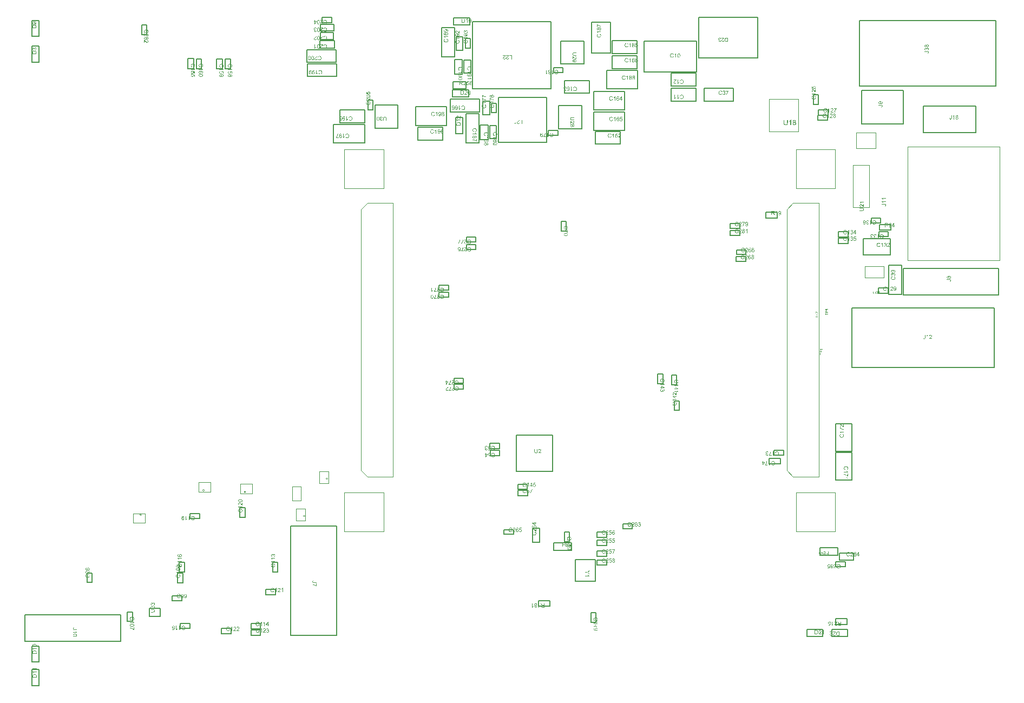
<source format=gbr>
G04*
G04 #@! TF.GenerationSoftware,Altium Limited,Altium Designer,24.2.2 (26)*
G04*
G04 Layer_Color=8388736*
%FSLAX25Y25*%
%MOIN*%
G70*
G04*
G04 #@! TF.SameCoordinates,80A8E479-4E92-43EF-BFA2-91FD1FC97BD2*
G04*
G04*
G04 #@! TF.FilePolarity,Positive*
G04*
G01*
G75*
%ADD12C,0.00787*%
%ADD342C,0.00100*%
G36*
X147906Y-326630D02*
X147902D01*
X147895D01*
X147881D01*
X147859Y-326634D01*
X147837Y-326638D01*
X147811D01*
X147749Y-326648D01*
X147684Y-326659D01*
X147618Y-326681D01*
X147560Y-326703D01*
X147535Y-326718D01*
X147513Y-326736D01*
X147509Y-326740D01*
X147498Y-326754D01*
X147480Y-326776D01*
X147462Y-326805D01*
X147440Y-326845D01*
X147426Y-326889D01*
X147411Y-326943D01*
X147407Y-327002D01*
Y-327024D01*
X147411Y-327045D01*
X147415Y-327078D01*
X147422Y-327111D01*
X147429Y-327147D01*
X147444Y-327184D01*
X147462Y-327220D01*
X147466Y-327224D01*
X147473Y-327235D01*
X147487Y-327249D01*
X147502Y-327271D01*
X147528Y-327289D01*
X147553Y-327311D01*
X147582Y-327329D01*
X147618Y-327344D01*
X147622D01*
X147637Y-327351D01*
X147662Y-327355D01*
X147695Y-327362D01*
X147739Y-327369D01*
X147793Y-327373D01*
X147859Y-327380D01*
X147935D01*
X149671D01*
Y-327715D01*
X147953D01*
X147950D01*
X147939D01*
X147924D01*
X147902D01*
X147873Y-327711D01*
X147844D01*
X147775Y-327704D01*
X147695Y-327697D01*
X147611Y-327682D01*
X147535Y-327660D01*
X147462Y-327635D01*
X147458D01*
X147455Y-327631D01*
X147433Y-327620D01*
X147404Y-327602D01*
X147364Y-327577D01*
X147324Y-327540D01*
X147280Y-327500D01*
X147236Y-327449D01*
X147200Y-327391D01*
X147196Y-327384D01*
X147185Y-327362D01*
X147171Y-327329D01*
X147156Y-327282D01*
X147138Y-327224D01*
X147124Y-327158D01*
X147113Y-327085D01*
X147109Y-327005D01*
Y-326973D01*
X147113Y-326951D01*
X147116Y-326922D01*
X147120Y-326892D01*
X147134Y-326816D01*
X147156Y-326736D01*
X147189Y-326652D01*
X147211Y-326608D01*
X147236Y-326568D01*
X147265Y-326532D01*
X147298Y-326496D01*
X147302Y-326492D01*
X147305Y-326488D01*
X147320Y-326481D01*
X147335Y-326470D01*
X147353Y-326456D01*
X147378Y-326441D01*
X147407Y-326427D01*
X147440Y-326408D01*
X147476Y-326394D01*
X147520Y-326379D01*
X147564Y-326365D01*
X147615Y-326350D01*
X147669Y-326343D01*
X147731Y-326332D01*
X147793Y-326328D01*
X147862D01*
X147906Y-326630D01*
D02*
G37*
G36*
X149639Y-329786D02*
X149395D01*
X149391Y-329783D01*
X149384Y-329775D01*
X149369Y-329761D01*
X149347Y-329746D01*
X149322Y-329724D01*
X149293Y-329695D01*
X149257Y-329666D01*
X149213Y-329633D01*
X149169Y-329601D01*
X149118Y-329560D01*
X149060Y-329521D01*
X149002Y-329481D01*
X148936Y-329437D01*
X148867Y-329393D01*
X148791Y-329349D01*
X148714Y-329306D01*
X148711Y-329302D01*
X148696Y-329295D01*
X148674Y-329284D01*
X148641Y-329266D01*
X148601Y-329247D01*
X148558Y-329226D01*
X148507Y-329200D01*
X148448Y-329175D01*
X148383Y-329146D01*
X148317Y-329113D01*
X148245Y-329084D01*
X148168Y-329055D01*
X148012Y-328996D01*
X147844Y-328942D01*
X147840D01*
X147830Y-328938D01*
X147811Y-328935D01*
X147790Y-328927D01*
X147760Y-328920D01*
X147724Y-328913D01*
X147684Y-328902D01*
X147640Y-328894D01*
X147589Y-328884D01*
X147535Y-328873D01*
X147418Y-328854D01*
X147291Y-328836D01*
X147153Y-328825D01*
Y-328509D01*
X147156D01*
X147167D01*
X147182D01*
X147204Y-328512D01*
X147233D01*
X147269Y-328516D01*
X147309Y-328520D01*
X147353Y-328523D01*
X147404Y-328530D01*
X147455Y-328538D01*
X147517Y-328549D01*
X147578Y-328559D01*
X147644Y-328570D01*
X147717Y-328585D01*
X147866Y-328621D01*
X147870D01*
X147884Y-328625D01*
X147906Y-328632D01*
X147939Y-328643D01*
X147975Y-328654D01*
X148019Y-328669D01*
X148070Y-328683D01*
X148125Y-328705D01*
X148186Y-328727D01*
X148248Y-328749D01*
X148387Y-328803D01*
X148532Y-328869D01*
X148678Y-328942D01*
X148681Y-328945D01*
X148696Y-328953D01*
X148714Y-328964D01*
X148743Y-328978D01*
X148776Y-328996D01*
X148816Y-329022D01*
X148860Y-329047D01*
X148907Y-329076D01*
X149013Y-329146D01*
X149122Y-329218D01*
X149235Y-329302D01*
X149340Y-329389D01*
Y-328155D01*
X149639D01*
Y-329786D01*
D02*
G37*
G36*
X122623Y-330813D02*
X122655Y-330816D01*
X122695Y-330820D01*
X122735Y-330824D01*
X122783Y-330835D01*
X122881Y-330856D01*
X122990Y-330889D01*
X123045Y-330911D01*
X123096Y-330937D01*
X123147Y-330969D01*
X123198Y-331002D01*
X123201Y-331006D01*
X123209Y-331009D01*
X123223Y-331020D01*
X123241Y-331038D01*
X123260Y-331057D01*
X123285Y-331082D01*
X123310Y-331111D01*
X123340Y-331140D01*
X123369Y-331177D01*
X123398Y-331220D01*
X123431Y-331264D01*
X123460Y-331311D01*
X123485Y-331366D01*
X123514Y-331421D01*
X123536Y-331479D01*
X123558Y-331544D01*
X123231Y-331621D01*
Y-331617D01*
X123227Y-331610D01*
X123220Y-331595D01*
X123212Y-331577D01*
X123205Y-331555D01*
X123194Y-331526D01*
X123165Y-331468D01*
X123128Y-331402D01*
X123085Y-331337D01*
X123030Y-331275D01*
X122972Y-331220D01*
X122965Y-331213D01*
X122943Y-331199D01*
X122906Y-331180D01*
X122859Y-331155D01*
X122797Y-331133D01*
X122728Y-331111D01*
X122644Y-331097D01*
X122553Y-331093D01*
X122524D01*
X122506Y-331097D01*
X122481D01*
X122451Y-331100D01*
X122382Y-331111D01*
X122306Y-331126D01*
X122226Y-331151D01*
X122142Y-331188D01*
X122066Y-331235D01*
X122062D01*
X122058Y-331242D01*
X122033Y-331260D01*
X122000Y-331290D01*
X121960Y-331333D01*
X121913Y-331388D01*
X121869Y-331450D01*
X121829Y-331526D01*
X121793Y-331610D01*
Y-331613D01*
X121789Y-331621D01*
X121785Y-331632D01*
X121782Y-331650D01*
X121774Y-331672D01*
X121767Y-331697D01*
X121756Y-331759D01*
X121742Y-331832D01*
X121727Y-331912D01*
X121720Y-331999D01*
X121716Y-332094D01*
Y-332098D01*
Y-332109D01*
Y-332127D01*
Y-332149D01*
X121720Y-332174D01*
Y-332207D01*
X121723Y-332243D01*
X121727Y-332283D01*
X121738Y-332371D01*
X121756Y-332465D01*
X121778Y-332560D01*
X121807Y-332655D01*
Y-332658D01*
X121811Y-332665D01*
X121818Y-332676D01*
X121825Y-332695D01*
X121847Y-332738D01*
X121880Y-332789D01*
X121920Y-332847D01*
X121971Y-332909D01*
X122029Y-332964D01*
X122098Y-333015D01*
X122102D01*
X122109Y-333019D01*
X122120Y-333026D01*
X122135Y-333033D01*
X122153Y-333040D01*
X122175Y-333051D01*
X122226Y-333073D01*
X122291Y-333095D01*
X122364Y-333113D01*
X122444Y-333128D01*
X122528Y-333131D01*
X122553D01*
X122575Y-333128D01*
X122601D01*
X122626Y-333124D01*
X122692Y-333109D01*
X122768Y-333091D01*
X122845Y-333062D01*
X122925Y-333022D01*
X122965Y-333000D01*
X123001Y-332971D01*
X123005Y-332968D01*
X123008Y-332964D01*
X123019Y-332953D01*
X123034Y-332942D01*
X123048Y-332924D01*
X123067Y-332902D01*
X123089Y-332880D01*
X123107Y-332851D01*
X123128Y-332818D01*
X123154Y-332782D01*
X123176Y-332746D01*
X123198Y-332702D01*
X123216Y-332655D01*
X123234Y-332604D01*
X123252Y-332549D01*
X123267Y-332491D01*
X123602Y-332575D01*
Y-332578D01*
X123598Y-332593D01*
X123591Y-332614D01*
X123580Y-332644D01*
X123569Y-332676D01*
X123554Y-332716D01*
X123536Y-332760D01*
X123514Y-332807D01*
X123463Y-332909D01*
X123398Y-333011D01*
X123358Y-333062D01*
X123318Y-333113D01*
X123274Y-333157D01*
X123223Y-333201D01*
X123220Y-333204D01*
X123212Y-333211D01*
X123194Y-333219D01*
X123176Y-333233D01*
X123147Y-333252D01*
X123118Y-333270D01*
X123078Y-333288D01*
X123038Y-333306D01*
X122990Y-333328D01*
X122939Y-333346D01*
X122885Y-333364D01*
X122826Y-333383D01*
X122765Y-333397D01*
X122699Y-333404D01*
X122630Y-333412D01*
X122557Y-333415D01*
X122517D01*
X122488Y-333412D01*
X122455D01*
X122415Y-333408D01*
X122371Y-333401D01*
X122320Y-333394D01*
X122215Y-333375D01*
X122106Y-333346D01*
X121996Y-333306D01*
X121946Y-333281D01*
X121895Y-333252D01*
X121891Y-333248D01*
X121884Y-333244D01*
X121869Y-333233D01*
X121854Y-333219D01*
X121833Y-333204D01*
X121807Y-333182D01*
X121778Y-333157D01*
X121749Y-333128D01*
X121720Y-333095D01*
X121687Y-333062D01*
X121622Y-332979D01*
X121560Y-332880D01*
X121505Y-332771D01*
Y-332767D01*
X121498Y-332756D01*
X121494Y-332738D01*
X121483Y-332716D01*
X121476Y-332687D01*
X121465Y-332651D01*
X121450Y-332611D01*
X121440Y-332567D01*
X121429Y-332520D01*
X121414Y-332465D01*
X121396Y-332352D01*
X121381Y-332225D01*
X121374Y-332094D01*
Y-332090D01*
Y-332076D01*
Y-332054D01*
X121378Y-332029D01*
Y-331992D01*
X121381Y-331956D01*
X121385Y-331908D01*
X121392Y-331861D01*
X121411Y-331755D01*
X121436Y-331639D01*
X121472Y-331522D01*
X121523Y-331410D01*
X121527Y-331406D01*
X121531Y-331395D01*
X121538Y-331381D01*
X121552Y-331362D01*
X121567Y-331337D01*
X121585Y-331308D01*
X121633Y-331242D01*
X121694Y-331169D01*
X121767Y-331097D01*
X121851Y-331024D01*
X121949Y-330962D01*
X121953Y-330958D01*
X121964Y-330955D01*
X121978Y-330947D01*
X121996Y-330937D01*
X122026Y-330926D01*
X122055Y-330915D01*
X122091Y-330900D01*
X122131Y-330886D01*
X122175Y-330871D01*
X122222Y-330856D01*
X122324Y-330835D01*
X122441Y-330816D01*
X122561Y-330809D01*
X122597D01*
X122623Y-330813D01*
D02*
G37*
G36*
X128967Y-333372D02*
X128658D01*
Y-331402D01*
X128654Y-331406D01*
X128636Y-331421D01*
X128614Y-331442D01*
X128578Y-331468D01*
X128538Y-331501D01*
X128487Y-331537D01*
X128428Y-331577D01*
X128363Y-331617D01*
X128359D01*
X128356Y-331621D01*
X128334Y-331635D01*
X128297Y-331653D01*
X128254Y-331675D01*
X128203Y-331701D01*
X128148Y-331726D01*
X128094Y-331752D01*
X128039Y-331774D01*
Y-331475D01*
X128043D01*
X128050Y-331468D01*
X128064Y-331464D01*
X128083Y-331453D01*
X128104Y-331442D01*
X128130Y-331428D01*
X128192Y-331392D01*
X128265Y-331351D01*
X128337Y-331300D01*
X128414Y-331242D01*
X128490Y-331180D01*
X128494Y-331177D01*
X128498Y-331173D01*
X128508Y-331162D01*
X128523Y-331151D01*
X128556Y-331115D01*
X128600Y-331071D01*
X128643Y-331020D01*
X128691Y-330962D01*
X128730Y-330904D01*
X128767Y-330842D01*
X128967D01*
Y-333372D01*
D02*
G37*
G36*
X126739Y-330845D02*
X126769Y-330849D01*
X126805Y-330853D01*
X126845Y-330860D01*
X126885Y-330867D01*
X126980Y-330893D01*
X127074Y-330929D01*
X127122Y-330951D01*
X127169Y-330977D01*
X127213Y-331009D01*
X127253Y-331046D01*
X127256Y-331049D01*
X127264Y-331053D01*
X127271Y-331067D01*
X127285Y-331082D01*
X127304Y-331100D01*
X127322Y-331126D01*
X127340Y-331151D01*
X127362Y-331184D01*
X127398Y-331253D01*
X127435Y-331341D01*
X127449Y-331384D01*
X127456Y-331435D01*
X127464Y-331486D01*
X127467Y-331541D01*
Y-331548D01*
Y-331566D01*
X127464Y-331595D01*
X127460Y-331635D01*
X127453Y-331679D01*
X127438Y-331730D01*
X127424Y-331785D01*
X127402Y-331839D01*
X127398Y-331846D01*
X127391Y-331865D01*
X127376Y-331894D01*
X127355Y-331934D01*
X127325Y-331978D01*
X127289Y-332032D01*
X127245Y-332087D01*
X127194Y-332149D01*
X127187Y-332156D01*
X127169Y-332178D01*
X127151Y-332196D01*
X127132Y-332214D01*
X127111Y-332236D01*
X127082Y-332265D01*
X127052Y-332294D01*
X127016Y-332327D01*
X126980Y-332363D01*
X126936Y-332403D01*
X126889Y-332443D01*
X126838Y-332491D01*
X126779Y-332538D01*
X126721Y-332589D01*
X126718Y-332593D01*
X126710Y-332600D01*
X126696Y-332611D01*
X126678Y-332625D01*
X126656Y-332647D01*
X126630Y-332669D01*
X126572Y-332716D01*
X126510Y-332771D01*
X126452Y-332826D01*
X126401Y-332873D01*
X126379Y-332891D01*
X126361Y-332909D01*
X126357Y-332913D01*
X126346Y-332924D01*
X126332Y-332939D01*
X126314Y-332960D01*
X126295Y-332986D01*
X126274Y-333011D01*
X126230Y-333073D01*
X127471D01*
Y-333372D01*
X125800D01*
Y-333368D01*
Y-333353D01*
Y-333332D01*
X125804Y-333302D01*
X125808Y-333270D01*
X125815Y-333233D01*
X125822Y-333197D01*
X125837Y-333157D01*
Y-333153D01*
X125840Y-333150D01*
X125848Y-333128D01*
X125862Y-333095D01*
X125884Y-333051D01*
X125913Y-333000D01*
X125950Y-332942D01*
X125990Y-332884D01*
X126041Y-332822D01*
Y-332818D01*
X126048Y-332815D01*
X126066Y-332793D01*
X126099Y-332760D01*
X126146Y-332713D01*
X126201Y-332658D01*
X126270Y-332593D01*
X126354Y-332520D01*
X126445Y-332443D01*
X126448Y-332440D01*
X126463Y-332429D01*
X126485Y-332411D01*
X126510Y-332389D01*
X126543Y-332360D01*
X126583Y-332327D01*
X126623Y-332291D01*
X126670Y-332250D01*
X126761Y-332163D01*
X126852Y-332076D01*
X126896Y-332032D01*
X126936Y-331988D01*
X126972Y-331948D01*
X127002Y-331908D01*
Y-331905D01*
X127009Y-331901D01*
X127016Y-331890D01*
X127023Y-331876D01*
X127049Y-331836D01*
X127078Y-331788D01*
X127103Y-331730D01*
X127129Y-331668D01*
X127144Y-331599D01*
X127151Y-331533D01*
Y-331530D01*
Y-331526D01*
X127147Y-331504D01*
X127144Y-331468D01*
X127132Y-331428D01*
X127118Y-331377D01*
X127093Y-331326D01*
X127060Y-331275D01*
X127016Y-331224D01*
X127009Y-331217D01*
X126991Y-331202D01*
X126965Y-331184D01*
X126925Y-331158D01*
X126874Y-331137D01*
X126816Y-331115D01*
X126747Y-331100D01*
X126670Y-331097D01*
X126648D01*
X126634Y-331100D01*
X126590Y-331104D01*
X126539Y-331115D01*
X126485Y-331129D01*
X126423Y-331155D01*
X126365Y-331188D01*
X126310Y-331231D01*
X126303Y-331239D01*
X126288Y-331257D01*
X126266Y-331286D01*
X126244Y-331330D01*
X126219Y-331381D01*
X126197Y-331446D01*
X126182Y-331519D01*
X126175Y-331603D01*
X125858Y-331570D01*
Y-331566D01*
X125862Y-331555D01*
Y-331537D01*
X125866Y-331512D01*
X125873Y-331483D01*
X125880Y-331450D01*
X125891Y-331410D01*
X125902Y-331370D01*
X125931Y-331282D01*
X125975Y-331195D01*
X126000Y-331151D01*
X126033Y-331107D01*
X126066Y-331067D01*
X126102Y-331031D01*
X126106Y-331028D01*
X126113Y-331024D01*
X126124Y-331013D01*
X126143Y-331002D01*
X126164Y-330987D01*
X126190Y-330973D01*
X126219Y-330955D01*
X126255Y-330937D01*
X126295Y-330918D01*
X126339Y-330900D01*
X126386Y-330886D01*
X126437Y-330871D01*
X126492Y-330860D01*
X126550Y-330849D01*
X126612Y-330845D01*
X126678Y-330842D01*
X126714D01*
X126739Y-330845D01*
D02*
G37*
G36*
X125050Y-333372D02*
X124741D01*
Y-331402D01*
X124737Y-331406D01*
X124719Y-331421D01*
X124697Y-331442D01*
X124661Y-331468D01*
X124621Y-331501D01*
X124570Y-331537D01*
X124512Y-331577D01*
X124446Y-331617D01*
X124443D01*
X124439Y-331621D01*
X124417Y-331635D01*
X124381Y-331653D01*
X124337Y-331675D01*
X124286Y-331701D01*
X124232Y-331726D01*
X124177Y-331752D01*
X124122Y-331774D01*
Y-331475D01*
X124126D01*
X124133Y-331468D01*
X124148Y-331464D01*
X124166Y-331453D01*
X124188Y-331442D01*
X124213Y-331428D01*
X124275Y-331392D01*
X124348Y-331351D01*
X124421Y-331300D01*
X124497Y-331242D01*
X124574Y-331180D01*
X124577Y-331177D01*
X124581Y-331173D01*
X124592Y-331162D01*
X124606Y-331151D01*
X124639Y-331115D01*
X124683Y-331071D01*
X124726Y-331020D01*
X124774Y-330962D01*
X124814Y-330904D01*
X124850Y-330842D01*
X125050D01*
Y-333372D01*
D02*
G37*
G36*
X123525Y-309922D02*
X123555Y-309925D01*
X123587Y-309932D01*
X123624Y-309940D01*
X123664Y-309947D01*
X123751Y-309976D01*
X123798Y-309998D01*
X123842Y-310020D01*
X123889Y-310049D01*
X123937Y-310082D01*
X123984Y-310118D01*
X124028Y-310162D01*
X124031Y-310165D01*
X124039Y-310173D01*
X124049Y-310187D01*
X124064Y-310205D01*
X124082Y-310227D01*
X124100Y-310256D01*
X124122Y-310289D01*
X124141Y-310329D01*
X124162Y-310369D01*
X124184Y-310417D01*
X124202Y-310464D01*
X124221Y-310518D01*
X124235Y-310577D01*
X124246Y-310638D01*
X124253Y-310700D01*
X124257Y-310770D01*
Y-310802D01*
X124253Y-310824D01*
X124250Y-310853D01*
X124246Y-310886D01*
X124239Y-310922D01*
X124232Y-310963D01*
X124210Y-311050D01*
X124173Y-311141D01*
X124151Y-311188D01*
X124126Y-311232D01*
X124093Y-311276D01*
X124060Y-311319D01*
X124057Y-311323D01*
X124049Y-311330D01*
X124039Y-311341D01*
X124024Y-311352D01*
X124006Y-311370D01*
X123980Y-311388D01*
X123955Y-311410D01*
X123922Y-311432D01*
X123886Y-311454D01*
X123849Y-311476D01*
X123762Y-311516D01*
X123660Y-311548D01*
X123605Y-311560D01*
X123547Y-311567D01*
X123507Y-311257D01*
X123511D01*
X123518Y-311254D01*
X123533Y-311250D01*
X123551Y-311246D01*
X123573Y-311243D01*
X123598Y-311235D01*
X123653Y-311217D01*
X123718Y-311192D01*
X123780Y-311159D01*
X123838Y-311123D01*
X123889Y-311079D01*
X123893Y-311072D01*
X123907Y-311057D01*
X123926Y-311028D01*
X123944Y-310992D01*
X123966Y-310948D01*
X123984Y-310893D01*
X123998Y-310831D01*
X124002Y-310766D01*
Y-310744D01*
X123998Y-310730D01*
X123995Y-310689D01*
X123984Y-310638D01*
X123966Y-310580D01*
X123940Y-310518D01*
X123904Y-310456D01*
X123853Y-310398D01*
X123846Y-310391D01*
X123824Y-310373D01*
X123791Y-310351D01*
X123747Y-310322D01*
X123693Y-310293D01*
X123631Y-310271D01*
X123558Y-310253D01*
X123478Y-310245D01*
X123474D01*
X123467D01*
X123456D01*
X123442Y-310249D01*
X123402Y-310253D01*
X123354Y-310264D01*
X123296Y-310278D01*
X123238Y-310304D01*
X123179Y-310340D01*
X123125Y-310387D01*
X123118Y-310395D01*
X123103Y-310413D01*
X123081Y-310442D01*
X123056Y-310482D01*
X123030Y-310533D01*
X123009Y-310595D01*
X122994Y-310664D01*
X122987Y-310740D01*
Y-310773D01*
X122990Y-310799D01*
X122994Y-310831D01*
X123001Y-310868D01*
X123009Y-310911D01*
X123019Y-310959D01*
X122746Y-310922D01*
Y-310904D01*
X122750Y-310890D01*
Y-310842D01*
X122743Y-310802D01*
X122736Y-310755D01*
X122724Y-310700D01*
X122706Y-310638D01*
X122681Y-310580D01*
X122648Y-310518D01*
Y-310515D01*
X122644Y-310511D01*
X122630Y-310493D01*
X122604Y-310468D01*
X122572Y-310438D01*
X122524Y-310409D01*
X122470Y-310384D01*
X122408Y-310366D01*
X122371Y-310358D01*
X122331D01*
X122328D01*
X122324D01*
X122302D01*
X122273Y-310366D01*
X122233Y-310373D01*
X122189Y-310387D01*
X122142Y-310406D01*
X122095Y-310435D01*
X122051Y-310475D01*
X122047Y-310478D01*
X122033Y-310497D01*
X122015Y-310522D01*
X121993Y-310555D01*
X121975Y-310598D01*
X121957Y-310649D01*
X121942Y-310708D01*
X121938Y-310773D01*
Y-310802D01*
X121946Y-310835D01*
X121953Y-310879D01*
X121967Y-310926D01*
X121986Y-310973D01*
X122015Y-311024D01*
X122051Y-311072D01*
X122055Y-311075D01*
X122073Y-311090D01*
X122099Y-311112D01*
X122135Y-311137D01*
X122182Y-311163D01*
X122240Y-311188D01*
X122310Y-311210D01*
X122390Y-311225D01*
X122335Y-311534D01*
X122331D01*
X122320Y-311530D01*
X122306Y-311527D01*
X122284Y-311523D01*
X122259Y-311516D01*
X122230Y-311505D01*
X122160Y-311483D01*
X122080Y-311447D01*
X122000Y-311403D01*
X121924Y-311348D01*
X121855Y-311279D01*
X121851Y-311276D01*
X121847Y-311268D01*
X121840Y-311257D01*
X121829Y-311243D01*
X121815Y-311225D01*
X121800Y-311199D01*
X121785Y-311174D01*
X121767Y-311141D01*
X121738Y-311068D01*
X121709Y-310984D01*
X121691Y-310886D01*
X121684Y-310835D01*
Y-310744D01*
X121687Y-310704D01*
X121694Y-310657D01*
X121705Y-310598D01*
X121723Y-310533D01*
X121745Y-310468D01*
X121774Y-310402D01*
Y-310398D01*
X121778Y-310395D01*
X121789Y-310373D01*
X121811Y-310340D01*
X121836Y-310304D01*
X121873Y-310260D01*
X121913Y-310216D01*
X121960Y-310173D01*
X122015Y-310136D01*
X122022Y-310133D01*
X122040Y-310122D01*
X122073Y-310107D01*
X122113Y-310089D01*
X122160Y-310071D01*
X122215Y-310056D01*
X122277Y-310045D01*
X122339Y-310042D01*
X122346D01*
X122368D01*
X122397Y-310045D01*
X122437Y-310052D01*
X122484Y-310063D01*
X122535Y-310082D01*
X122586Y-310104D01*
X122637Y-310133D01*
X122644Y-310136D01*
X122659Y-310147D01*
X122685Y-310169D01*
X122714Y-310198D01*
X122746Y-310234D01*
X122783Y-310278D01*
X122816Y-310329D01*
X122848Y-310391D01*
Y-310387D01*
X122852Y-310380D01*
X122856Y-310369D01*
X122859Y-310355D01*
X122874Y-310315D01*
X122896Y-310264D01*
X122925Y-310205D01*
X122961Y-310147D01*
X123009Y-310092D01*
X123063Y-310042D01*
X123070Y-310038D01*
X123092Y-310023D01*
X123129Y-310001D01*
X123176Y-309980D01*
X123234Y-309958D01*
X123303Y-309936D01*
X123383Y-309922D01*
X123471Y-309918D01*
X123474D01*
X123485D01*
X123503D01*
X123525Y-309922D01*
D02*
G37*
G36*
X124213Y-312673D02*
X122244D01*
X122248Y-312677D01*
X122262Y-312695D01*
X122284Y-312717D01*
X122310Y-312753D01*
X122342Y-312793D01*
X122379Y-312844D01*
X122419Y-312903D01*
X122459Y-312968D01*
Y-312972D01*
X122462Y-312975D01*
X122477Y-312997D01*
X122495Y-313034D01*
X122517Y-313077D01*
X122543Y-313128D01*
X122568Y-313183D01*
X122593Y-313238D01*
X122615Y-313292D01*
X122317D01*
Y-313288D01*
X122310Y-313281D01*
X122306Y-313267D01*
X122295Y-313248D01*
X122284Y-313227D01*
X122269Y-313201D01*
X122233Y-313139D01*
X122193Y-313066D01*
X122142Y-312994D01*
X122084Y-312917D01*
X122022Y-312841D01*
X122018Y-312837D01*
X122015Y-312833D01*
X122004Y-312823D01*
X121993Y-312808D01*
X121957Y-312775D01*
X121913Y-312732D01*
X121862Y-312688D01*
X121804Y-312641D01*
X121745Y-312600D01*
X121684Y-312564D01*
Y-312364D01*
X124213D01*
Y-312673D01*
D02*
G37*
G36*
Y-314632D02*
X122244D01*
X122248Y-314635D01*
X122262Y-314653D01*
X122284Y-314675D01*
X122310Y-314712D01*
X122342Y-314752D01*
X122379Y-314803D01*
X122419Y-314861D01*
X122459Y-314927D01*
Y-314930D01*
X122462Y-314934D01*
X122477Y-314956D01*
X122495Y-314992D01*
X122517Y-315036D01*
X122543Y-315087D01*
X122568Y-315141D01*
X122593Y-315196D01*
X122615Y-315250D01*
X122317D01*
Y-315247D01*
X122310Y-315240D01*
X122306Y-315225D01*
X122295Y-315207D01*
X122284Y-315185D01*
X122269Y-315159D01*
X122233Y-315097D01*
X122193Y-315025D01*
X122142Y-314952D01*
X122084Y-314876D01*
X122022Y-314799D01*
X122018Y-314795D01*
X122015Y-314792D01*
X122004Y-314781D01*
X121993Y-314766D01*
X121957Y-314734D01*
X121913Y-314690D01*
X121862Y-314646D01*
X121804Y-314599D01*
X121745Y-314559D01*
X121684Y-314522D01*
Y-314322D01*
X124213D01*
Y-314632D01*
D02*
G37*
G36*
X123434Y-315775D02*
X123456Y-315782D01*
X123485Y-315793D01*
X123518Y-315804D01*
X123558Y-315818D01*
X123602Y-315837D01*
X123649Y-315858D01*
X123751Y-315909D01*
X123853Y-315975D01*
X123904Y-316015D01*
X123955Y-316055D01*
X123998Y-316098D01*
X124042Y-316149D01*
X124046Y-316153D01*
X124053Y-316160D01*
X124060Y-316179D01*
X124075Y-316197D01*
X124093Y-316226D01*
X124111Y-316255D01*
X124130Y-316295D01*
X124148Y-316335D01*
X124170Y-316383D01*
X124188Y-316433D01*
X124206Y-316488D01*
X124224Y-316546D01*
X124239Y-316608D01*
X124246Y-316674D01*
X124253Y-316743D01*
X124257Y-316816D01*
Y-316856D01*
X124253Y-316885D01*
Y-316917D01*
X124250Y-316958D01*
X124242Y-317001D01*
X124235Y-317052D01*
X124217Y-317158D01*
X124188Y-317267D01*
X124148Y-317376D01*
X124122Y-317427D01*
X124093Y-317478D01*
X124090Y-317482D01*
X124086Y-317489D01*
X124075Y-317504D01*
X124060Y-317518D01*
X124046Y-317540D01*
X124024Y-317565D01*
X123998Y-317595D01*
X123969Y-317624D01*
X123937Y-317653D01*
X123904Y-317686D01*
X123820Y-317751D01*
X123722Y-317813D01*
X123613Y-317868D01*
X123609D01*
X123598Y-317875D01*
X123580Y-317879D01*
X123558Y-317889D01*
X123529Y-317897D01*
X123493Y-317908D01*
X123452Y-317922D01*
X123409Y-317933D01*
X123362Y-317944D01*
X123307Y-317959D01*
X123194Y-317977D01*
X123067Y-317991D01*
X122936Y-317999D01*
X122932D01*
X122917D01*
X122896D01*
X122870Y-317995D01*
X122834D01*
X122797Y-317991D01*
X122750Y-317988D01*
X122703Y-317980D01*
X122597Y-317962D01*
X122481Y-317937D01*
X122364Y-317900D01*
X122251Y-317849D01*
X122248Y-317846D01*
X122237Y-317842D01*
X122222Y-317835D01*
X122204Y-317820D01*
X122178Y-317806D01*
X122149Y-317788D01*
X122084Y-317740D01*
X122011Y-317678D01*
X121938Y-317605D01*
X121865Y-317522D01*
X121804Y-317424D01*
X121800Y-317420D01*
X121796Y-317409D01*
X121789Y-317394D01*
X121778Y-317376D01*
X121767Y-317347D01*
X121756Y-317318D01*
X121742Y-317282D01*
X121727Y-317242D01*
X121713Y-317198D01*
X121698Y-317150D01*
X121676Y-317049D01*
X121658Y-316932D01*
X121651Y-316812D01*
Y-316776D01*
X121654Y-316750D01*
X121658Y-316717D01*
X121662Y-316677D01*
X121665Y-316637D01*
X121676Y-316590D01*
X121698Y-316492D01*
X121731Y-316383D01*
X121753Y-316328D01*
X121778Y-316277D01*
X121811Y-316226D01*
X121844Y-316175D01*
X121847Y-316171D01*
X121851Y-316164D01*
X121862Y-316149D01*
X121880Y-316131D01*
X121898Y-316113D01*
X121924Y-316088D01*
X121953Y-316062D01*
X121982Y-316033D01*
X122018Y-316004D01*
X122062Y-315975D01*
X122106Y-315942D01*
X122153Y-315913D01*
X122208Y-315887D01*
X122262Y-315858D01*
X122320Y-315837D01*
X122386Y-315815D01*
X122462Y-316142D01*
X122459D01*
X122451Y-316146D01*
X122437Y-316153D01*
X122419Y-316160D01*
X122397Y-316168D01*
X122368Y-316179D01*
X122310Y-316208D01*
X122244Y-316244D01*
X122178Y-316288D01*
X122117Y-316342D01*
X122062Y-316401D01*
X122055Y-316408D01*
X122040Y-316430D01*
X122022Y-316466D01*
X121996Y-316513D01*
X121975Y-316575D01*
X121953Y-316645D01*
X121938Y-316728D01*
X121935Y-316819D01*
Y-316848D01*
X121938Y-316867D01*
Y-316892D01*
X121942Y-316921D01*
X121953Y-316990D01*
X121967Y-317067D01*
X121993Y-317147D01*
X122029Y-317231D01*
X122077Y-317307D01*
Y-317311D01*
X122084Y-317314D01*
X122102Y-317340D01*
X122131Y-317372D01*
X122175Y-317413D01*
X122230Y-317460D01*
X122291Y-317504D01*
X122368Y-317544D01*
X122451Y-317580D01*
X122455D01*
X122462Y-317584D01*
X122473Y-317587D01*
X122492Y-317591D01*
X122513Y-317598D01*
X122539Y-317605D01*
X122601Y-317616D01*
X122674Y-317631D01*
X122754Y-317646D01*
X122841Y-317653D01*
X122936Y-317656D01*
X122939D01*
X122950D01*
X122968D01*
X122990D01*
X123016Y-317653D01*
X123048D01*
X123085Y-317649D01*
X123125Y-317646D01*
X123212Y-317635D01*
X123307Y-317616D01*
X123402Y-317595D01*
X123496Y-317565D01*
X123500D01*
X123507Y-317562D01*
X123518Y-317554D01*
X123536Y-317547D01*
X123580Y-317525D01*
X123631Y-317493D01*
X123689Y-317453D01*
X123751Y-317402D01*
X123806Y-317343D01*
X123857Y-317274D01*
Y-317271D01*
X123860Y-317263D01*
X123867Y-317252D01*
X123875Y-317238D01*
X123882Y-317220D01*
X123893Y-317198D01*
X123915Y-317147D01*
X123937Y-317081D01*
X123955Y-317008D01*
X123969Y-316929D01*
X123973Y-316845D01*
Y-316819D01*
X123969Y-316797D01*
Y-316772D01*
X123966Y-316746D01*
X123951Y-316681D01*
X123933Y-316604D01*
X123904Y-316528D01*
X123864Y-316448D01*
X123842Y-316408D01*
X123813Y-316371D01*
X123809Y-316368D01*
X123806Y-316364D01*
X123795Y-316353D01*
X123784Y-316339D01*
X123766Y-316324D01*
X123744Y-316306D01*
X123722Y-316284D01*
X123693Y-316266D01*
X123660Y-316244D01*
X123624Y-316219D01*
X123587Y-316197D01*
X123544Y-316175D01*
X123496Y-316157D01*
X123445Y-316139D01*
X123391Y-316120D01*
X123332Y-316106D01*
X123416Y-315771D01*
X123420D01*
X123434Y-315775D01*
D02*
G37*
G36*
X368788Y-1563D02*
X368821Y-1566D01*
X368861Y-1570D01*
X368901Y-1574D01*
X368948Y-1585D01*
X369046Y-1606D01*
X369156Y-1639D01*
X369210Y-1661D01*
X369261Y-1686D01*
X369312Y-1719D01*
X369363Y-1752D01*
X369367Y-1756D01*
X369374Y-1759D01*
X369389Y-1770D01*
X369407Y-1788D01*
X369425Y-1806D01*
X369450Y-1832D01*
X369476Y-1861D01*
X369505Y-1890D01*
X369534Y-1927D01*
X369563Y-1970D01*
X369596Y-2014D01*
X369625Y-2061D01*
X369651Y-2116D01*
X369680Y-2170D01*
X369702Y-2229D01*
X369723Y-2294D01*
X369396Y-2371D01*
Y-2367D01*
X369392Y-2360D01*
X369385Y-2345D01*
X369378Y-2327D01*
X369370Y-2305D01*
X369359Y-2276D01*
X369330Y-2218D01*
X369294Y-2152D01*
X369250Y-2087D01*
X369196Y-2025D01*
X369137Y-1970D01*
X369130Y-1963D01*
X369108Y-1949D01*
X369072Y-1930D01*
X369024Y-1905D01*
X368963Y-1883D01*
X368894Y-1861D01*
X368810Y-1846D01*
X368719Y-1843D01*
X368690D01*
X368671Y-1846D01*
X368646D01*
X368617Y-1850D01*
X368548Y-1861D01*
X368471Y-1876D01*
X368391Y-1901D01*
X368307Y-1938D01*
X368231Y-1985D01*
X368227D01*
X368224Y-1992D01*
X368198Y-2010D01*
X368165Y-2039D01*
X368125Y-2083D01*
X368078Y-2138D01*
X368034Y-2200D01*
X367994Y-2276D01*
X367958Y-2360D01*
Y-2363D01*
X367954Y-2371D01*
X367951Y-2382D01*
X367947Y-2400D01*
X367940Y-2422D01*
X367933Y-2447D01*
X367922Y-2509D01*
X367907Y-2582D01*
X367893Y-2662D01*
X367885Y-2749D01*
X367882Y-2844D01*
Y-2847D01*
Y-2858D01*
Y-2877D01*
Y-2898D01*
X367885Y-2924D01*
Y-2957D01*
X367889Y-2993D01*
X367893Y-3033D01*
X367903Y-3121D01*
X367922Y-3215D01*
X367943Y-3310D01*
X367973Y-3404D01*
Y-3408D01*
X367976Y-3415D01*
X367984Y-3426D01*
X367991Y-3444D01*
X368013Y-3488D01*
X368045Y-3539D01*
X368085Y-3597D01*
X368136Y-3659D01*
X368195Y-3714D01*
X368264Y-3765D01*
X368267D01*
X368275Y-3768D01*
X368286Y-3776D01*
X368300Y-3783D01*
X368318Y-3790D01*
X368340Y-3801D01*
X368391Y-3823D01*
X368457Y-3845D01*
X368530Y-3863D01*
X368609Y-3878D01*
X368693Y-3881D01*
X368719D01*
X368741Y-3878D01*
X368766D01*
X368792Y-3874D01*
X368857Y-3859D01*
X368934Y-3841D01*
X369010Y-3812D01*
X369090Y-3772D01*
X369130Y-3750D01*
X369166Y-3721D01*
X369170Y-3717D01*
X369174Y-3714D01*
X369185Y-3703D01*
X369199Y-3692D01*
X369214Y-3674D01*
X369232Y-3652D01*
X369254Y-3630D01*
X369272Y-3601D01*
X369294Y-3568D01*
X369319Y-3532D01*
X369341Y-3495D01*
X369363Y-3452D01*
X369381Y-3404D01*
X369399Y-3353D01*
X369418Y-3299D01*
X369432Y-3241D01*
X369767Y-3324D01*
Y-3328D01*
X369763Y-3343D01*
X369756Y-3364D01*
X369745Y-3393D01*
X369734Y-3426D01*
X369720Y-3466D01*
X369702Y-3510D01*
X369680Y-3557D01*
X369629Y-3659D01*
X369563Y-3761D01*
X369523Y-3812D01*
X369483Y-3863D01*
X369440Y-3907D01*
X369389Y-3951D01*
X369385Y-3954D01*
X369378Y-3961D01*
X369359Y-3969D01*
X369341Y-3983D01*
X369312Y-4001D01*
X369283Y-4020D01*
X369243Y-4038D01*
X369203Y-4056D01*
X369156Y-4078D01*
X369105Y-4096D01*
X369050Y-4114D01*
X368992Y-4132D01*
X368930Y-4147D01*
X368864Y-4154D01*
X368795Y-4162D01*
X368722Y-4165D01*
X368682D01*
X368653Y-4162D01*
X368620D01*
X368580Y-4158D01*
X368537Y-4151D01*
X368486Y-4143D01*
X368380Y-4125D01*
X368271Y-4096D01*
X368162Y-4056D01*
X368111Y-4030D01*
X368060Y-4001D01*
X368056Y-3998D01*
X368049Y-3994D01*
X368034Y-3983D01*
X368020Y-3969D01*
X367998Y-3954D01*
X367973Y-3932D01*
X367943Y-3907D01*
X367914Y-3878D01*
X367885Y-3845D01*
X367852Y-3812D01*
X367787Y-3728D01*
X367725Y-3630D01*
X367670Y-3521D01*
Y-3517D01*
X367663Y-3506D01*
X367659Y-3488D01*
X367649Y-3466D01*
X367641Y-3437D01*
X367630Y-3401D01*
X367616Y-3361D01*
X367605Y-3317D01*
X367594Y-3270D01*
X367579Y-3215D01*
X367561Y-3102D01*
X367547Y-2975D01*
X367539Y-2844D01*
Y-2840D01*
Y-2826D01*
Y-2804D01*
X367543Y-2778D01*
Y-2742D01*
X367547Y-2706D01*
X367550Y-2658D01*
X367558Y-2611D01*
X367576Y-2505D01*
X367601Y-2389D01*
X367638Y-2272D01*
X367689Y-2160D01*
X367692Y-2156D01*
X367696Y-2145D01*
X367703Y-2131D01*
X367718Y-2112D01*
X367732Y-2087D01*
X367751Y-2058D01*
X367798Y-1992D01*
X367860Y-1919D01*
X367933Y-1846D01*
X368016Y-1774D01*
X368114Y-1712D01*
X368118Y-1708D01*
X368129Y-1705D01*
X368144Y-1697D01*
X368162Y-1686D01*
X368191Y-1675D01*
X368220Y-1664D01*
X368256Y-1650D01*
X368297Y-1635D01*
X368340Y-1621D01*
X368388Y-1606D01*
X368489Y-1585D01*
X368606Y-1566D01*
X368726Y-1559D01*
X368762D01*
X368788Y-1563D01*
D02*
G37*
G36*
X371216Y-4121D02*
X370906D01*
Y-2152D01*
X370903Y-2156D01*
X370884Y-2170D01*
X370863Y-2192D01*
X370826Y-2218D01*
X370786Y-2251D01*
X370735Y-2287D01*
X370677Y-2327D01*
X370612Y-2367D01*
X370608D01*
X370604Y-2371D01*
X370582Y-2385D01*
X370546Y-2403D01*
X370502Y-2425D01*
X370451Y-2451D01*
X370397Y-2476D01*
X370342Y-2502D01*
X370288Y-2524D01*
Y-2225D01*
X370291D01*
X370299Y-2218D01*
X370313Y-2214D01*
X370331Y-2203D01*
X370353Y-2192D01*
X370379Y-2178D01*
X370441Y-2141D01*
X370513Y-2101D01*
X370586Y-2050D01*
X370662Y-1992D01*
X370739Y-1930D01*
X370743Y-1927D01*
X370746Y-1923D01*
X370757Y-1912D01*
X370772Y-1901D01*
X370805Y-1865D01*
X370848Y-1821D01*
X370892Y-1770D01*
X370939Y-1712D01*
X370979Y-1654D01*
X371016Y-1592D01*
X371216D01*
Y-4121D01*
D02*
G37*
G36*
X372905Y-1595D02*
X372952Y-1603D01*
X373007Y-1614D01*
X373065Y-1628D01*
X373127Y-1646D01*
X373185Y-1675D01*
X373189D01*
X373192Y-1679D01*
X373211Y-1690D01*
X373240Y-1708D01*
X373276Y-1734D01*
X373316Y-1770D01*
X373360Y-1810D01*
X373400Y-1857D01*
X373440Y-1912D01*
X373444Y-1919D01*
X373458Y-1938D01*
X373473Y-1970D01*
X373498Y-2018D01*
X373520Y-2072D01*
X373549Y-2134D01*
X373574Y-2207D01*
X373596Y-2287D01*
Y-2291D01*
X373600Y-2298D01*
X373604Y-2309D01*
X373607Y-2327D01*
X373611Y-2349D01*
X373615Y-2374D01*
X373622Y-2407D01*
X373625Y-2444D01*
X373633Y-2483D01*
X373636Y-2527D01*
X373640Y-2578D01*
X373647Y-2629D01*
X373651Y-2687D01*
Y-2746D01*
X373655Y-2811D01*
Y-2880D01*
Y-2884D01*
Y-2898D01*
Y-2924D01*
Y-2953D01*
X373651Y-2993D01*
Y-3037D01*
X373647Y-3084D01*
X373644Y-3135D01*
X373633Y-3252D01*
X373615Y-3372D01*
X373593Y-3488D01*
X373578Y-3543D01*
X373560Y-3597D01*
Y-3601D01*
X373556Y-3608D01*
X373549Y-3623D01*
X373542Y-3641D01*
X373534Y-3667D01*
X373520Y-3692D01*
X373491Y-3754D01*
X373454Y-3819D01*
X373407Y-3892D01*
X373353Y-3958D01*
X373287Y-4020D01*
X373283D01*
X373280Y-4027D01*
X373269Y-4034D01*
X373254Y-4042D01*
X373236Y-4052D01*
X373218Y-4067D01*
X373163Y-4092D01*
X373098Y-4118D01*
X373021Y-4143D01*
X372930Y-4158D01*
X372832Y-4165D01*
X372796D01*
X372770Y-4162D01*
X372741Y-4158D01*
X372705Y-4151D01*
X372664Y-4143D01*
X372621Y-4132D01*
X372577Y-4118D01*
X372530Y-4103D01*
X372482Y-4081D01*
X372435Y-4056D01*
X372388Y-4027D01*
X372340Y-3991D01*
X372297Y-3951D01*
X372257Y-3907D01*
X372253Y-3903D01*
X372246Y-3892D01*
X372235Y-3874D01*
X372217Y-3845D01*
X372199Y-3812D01*
X372180Y-3768D01*
X372155Y-3717D01*
X372133Y-3659D01*
X372111Y-3594D01*
X372089Y-3517D01*
X372067Y-3434D01*
X372049Y-3339D01*
X372031Y-3237D01*
X372020Y-3128D01*
X372013Y-3008D01*
X372009Y-2880D01*
Y-2877D01*
Y-2862D01*
Y-2837D01*
Y-2808D01*
X372013Y-2767D01*
Y-2724D01*
X372017Y-2677D01*
X372020Y-2622D01*
X372031Y-2509D01*
X372049Y-2389D01*
X372071Y-2269D01*
X372086Y-2214D01*
X372100Y-2160D01*
Y-2156D01*
X372104Y-2149D01*
X372111Y-2134D01*
X372118Y-2116D01*
X372126Y-2090D01*
X372140Y-2065D01*
X372169Y-2003D01*
X372206Y-1938D01*
X372253Y-1868D01*
X372308Y-1799D01*
X372373Y-1741D01*
X372377D01*
X372381Y-1734D01*
X372392Y-1726D01*
X372406Y-1719D01*
X372424Y-1705D01*
X372446Y-1694D01*
X372501Y-1664D01*
X372566Y-1639D01*
X372643Y-1614D01*
X372734Y-1599D01*
X372832Y-1592D01*
X372865D01*
X372905Y-1595D01*
D02*
G37*
G36*
X471914Y-360323D02*
X470945D01*
X470880Y-360319D01*
X470807Y-360315D01*
X470734Y-360308D01*
X470661Y-360297D01*
X470600Y-360286D01*
X470596D01*
X470589Y-360283D01*
X470578D01*
X470563Y-360275D01*
X470523Y-360264D01*
X470472Y-360246D01*
X470414Y-360221D01*
X470352Y-360188D01*
X470290Y-360152D01*
X470232Y-360104D01*
X470228Y-360101D01*
X470225Y-360097D01*
X470214Y-360086D01*
X470199Y-360075D01*
X470163Y-360039D01*
X470119Y-359988D01*
X470072Y-359926D01*
X470021Y-359853D01*
X469974Y-359769D01*
X469933Y-359675D01*
Y-359671D01*
X469930Y-359664D01*
X469922Y-359649D01*
X469919Y-359628D01*
X469908Y-359602D01*
X469901Y-359573D01*
X469893Y-359540D01*
X469882Y-359500D01*
X469872Y-359460D01*
X469864Y-359413D01*
X469846Y-359311D01*
X469835Y-359198D01*
X469832Y-359074D01*
Y-359071D01*
Y-359063D01*
Y-359045D01*
Y-359027D01*
X469835Y-359001D01*
Y-358972D01*
X469839Y-358903D01*
X469850Y-358823D01*
X469861Y-358739D01*
X469879Y-358652D01*
X469901Y-358565D01*
Y-358561D01*
X469904Y-358554D01*
X469908Y-358543D01*
X469912Y-358528D01*
X469926Y-358488D01*
X469948Y-358437D01*
X469970Y-358379D01*
X469999Y-358321D01*
X470035Y-358259D01*
X470072Y-358201D01*
X470075Y-358193D01*
X470090Y-358175D01*
X470112Y-358150D01*
X470141Y-358117D01*
X470174Y-358081D01*
X470214Y-358044D01*
X470254Y-358004D01*
X470301Y-357971D01*
X470308Y-357968D01*
X470323Y-357957D01*
X470348Y-357942D01*
X470385Y-357924D01*
X470429Y-357902D01*
X470479Y-357884D01*
X470538Y-357862D01*
X470603Y-357844D01*
X470611D01*
X470621Y-357840D01*
X470632Y-357837D01*
X470669Y-357833D01*
X470720Y-357826D01*
X470778Y-357818D01*
X470847Y-357811D01*
X470924Y-357807D01*
X471007Y-357804D01*
X471914D01*
Y-360323D01*
D02*
G37*
G36*
X469544Y-357807D02*
Y-357822D01*
Y-357844D01*
X469540Y-357873D01*
X469537Y-357906D01*
X469529Y-357942D01*
X469522Y-357979D01*
X469508Y-358019D01*
Y-358022D01*
X469504Y-358026D01*
X469497Y-358048D01*
X469482Y-358081D01*
X469460Y-358124D01*
X469431Y-358175D01*
X469395Y-358233D01*
X469355Y-358292D01*
X469304Y-358353D01*
Y-358357D01*
X469296Y-358361D01*
X469278Y-358383D01*
X469245Y-358415D01*
X469198Y-358463D01*
X469144Y-358517D01*
X469074Y-358583D01*
X468991Y-358656D01*
X468900Y-358732D01*
X468896Y-358736D01*
X468882Y-358747D01*
X468860Y-358765D01*
X468834Y-358787D01*
X468801Y-358816D01*
X468761Y-358849D01*
X468721Y-358885D01*
X468674Y-358925D01*
X468583Y-359012D01*
X468492Y-359100D01*
X468448Y-359143D01*
X468408Y-359187D01*
X468372Y-359227D01*
X468343Y-359267D01*
Y-359271D01*
X468335Y-359274D01*
X468328Y-359285D01*
X468321Y-359300D01*
X468295Y-359340D01*
X468266Y-359387D01*
X468241Y-359446D01*
X468215Y-359507D01*
X468201Y-359577D01*
X468193Y-359642D01*
Y-359646D01*
Y-359649D01*
X468197Y-359671D01*
X468201Y-359708D01*
X468212Y-359748D01*
X468226Y-359799D01*
X468252Y-359850D01*
X468285Y-359900D01*
X468328Y-359951D01*
X468335Y-359959D01*
X468354Y-359973D01*
X468379Y-359992D01*
X468419Y-360017D01*
X468470Y-360039D01*
X468528Y-360061D01*
X468598Y-360075D01*
X468674Y-360079D01*
X468696D01*
X468710Y-360075D01*
X468754Y-360072D01*
X468805Y-360061D01*
X468860Y-360046D01*
X468922Y-360021D01*
X468980Y-359988D01*
X469034Y-359944D01*
X469042Y-359937D01*
X469056Y-359919D01*
X469078Y-359890D01*
X469100Y-359846D01*
X469125Y-359795D01*
X469147Y-359729D01*
X469162Y-359657D01*
X469169Y-359573D01*
X469486Y-359606D01*
Y-359609D01*
X469482Y-359620D01*
Y-359638D01*
X469478Y-359664D01*
X469471Y-359693D01*
X469464Y-359726D01*
X469453Y-359766D01*
X469442Y-359806D01*
X469413Y-359893D01*
X469369Y-359981D01*
X469344Y-360024D01*
X469311Y-360068D01*
X469278Y-360108D01*
X469242Y-360144D01*
X469238Y-360148D01*
X469231Y-360152D01*
X469220Y-360163D01*
X469202Y-360174D01*
X469180Y-360188D01*
X469155Y-360203D01*
X469125Y-360221D01*
X469089Y-360239D01*
X469049Y-360257D01*
X469005Y-360275D01*
X468958Y-360290D01*
X468907Y-360304D01*
X468852Y-360315D01*
X468794Y-360326D01*
X468732Y-360330D01*
X468667Y-360334D01*
X468630D01*
X468605Y-360330D01*
X468576Y-360326D01*
X468539Y-360323D01*
X468499Y-360315D01*
X468459Y-360308D01*
X468365Y-360283D01*
X468270Y-360246D01*
X468223Y-360224D01*
X468175Y-360199D01*
X468132Y-360166D01*
X468092Y-360130D01*
X468088Y-360126D01*
X468081Y-360122D01*
X468073Y-360108D01*
X468059Y-360093D01*
X468041Y-360075D01*
X468022Y-360050D01*
X468004Y-360024D01*
X467982Y-359992D01*
X467946Y-359922D01*
X467910Y-359835D01*
X467895Y-359791D01*
X467888Y-359740D01*
X467880Y-359689D01*
X467877Y-359635D01*
Y-359628D01*
Y-359609D01*
X467880Y-359580D01*
X467884Y-359540D01*
X467891Y-359496D01*
X467906Y-359446D01*
X467920Y-359391D01*
X467942Y-359336D01*
X467946Y-359329D01*
X467953Y-359311D01*
X467968Y-359282D01*
X467990Y-359242D01*
X468019Y-359198D01*
X468055Y-359143D01*
X468099Y-359089D01*
X468150Y-359027D01*
X468157Y-359020D01*
X468175Y-358998D01*
X468193Y-358980D01*
X468212Y-358961D01*
X468234Y-358940D01*
X468263Y-358910D01*
X468292Y-358881D01*
X468328Y-358849D01*
X468365Y-358812D01*
X468408Y-358772D01*
X468456Y-358732D01*
X468507Y-358685D01*
X468565Y-358637D01*
X468623Y-358586D01*
X468627Y-358583D01*
X468634Y-358576D01*
X468648Y-358565D01*
X468667Y-358550D01*
X468689Y-358528D01*
X468714Y-358506D01*
X468772Y-358459D01*
X468834Y-358404D01*
X468892Y-358350D01*
X468943Y-358302D01*
X468965Y-358284D01*
X468983Y-358266D01*
X468987Y-358262D01*
X468998Y-358252D01*
X469012Y-358237D01*
X469031Y-358215D01*
X469049Y-358190D01*
X469071Y-358164D01*
X469114Y-358102D01*
X467873D01*
Y-357804D01*
X469544D01*
Y-357807D01*
D02*
G37*
G36*
X467586D02*
Y-357822D01*
Y-357844D01*
X467582Y-357873D01*
X467578Y-357906D01*
X467571Y-357942D01*
X467564Y-357979D01*
X467549Y-358019D01*
Y-358022D01*
X467546Y-358026D01*
X467538Y-358048D01*
X467524Y-358081D01*
X467502Y-358124D01*
X467473Y-358175D01*
X467436Y-358233D01*
X467396Y-358292D01*
X467345Y-358353D01*
Y-358357D01*
X467338Y-358361D01*
X467320Y-358383D01*
X467287Y-358415D01*
X467240Y-358463D01*
X467185Y-358517D01*
X467116Y-358583D01*
X467032Y-358656D01*
X466941Y-358732D01*
X466938Y-358736D01*
X466923Y-358747D01*
X466901Y-358765D01*
X466876Y-358787D01*
X466843Y-358816D01*
X466803Y-358849D01*
X466763Y-358885D01*
X466716Y-358925D01*
X466625Y-359012D01*
X466534Y-359100D01*
X466490Y-359143D01*
X466450Y-359187D01*
X466414Y-359227D01*
X466384Y-359267D01*
Y-359271D01*
X466377Y-359274D01*
X466370Y-359285D01*
X466363Y-359300D01*
X466337Y-359340D01*
X466308Y-359387D01*
X466283Y-359446D01*
X466257Y-359507D01*
X466243Y-359577D01*
X466235Y-359642D01*
Y-359646D01*
Y-359649D01*
X466239Y-359671D01*
X466243Y-359708D01*
X466253Y-359748D01*
X466268Y-359799D01*
X466293Y-359850D01*
X466326Y-359900D01*
X466370Y-359951D01*
X466377Y-359959D01*
X466395Y-359973D01*
X466421Y-359992D01*
X466461Y-360017D01*
X466512Y-360039D01*
X466570Y-360061D01*
X466639Y-360075D01*
X466716Y-360079D01*
X466738D01*
X466752Y-360075D01*
X466796Y-360072D01*
X466847Y-360061D01*
X466901Y-360046D01*
X466963Y-360021D01*
X467021Y-359988D01*
X467076Y-359944D01*
X467083Y-359937D01*
X467098Y-359919D01*
X467120Y-359890D01*
X467142Y-359846D01*
X467167Y-359795D01*
X467189Y-359729D01*
X467203Y-359657D01*
X467211Y-359573D01*
X467527Y-359606D01*
Y-359609D01*
X467524Y-359620D01*
Y-359638D01*
X467520Y-359664D01*
X467513Y-359693D01*
X467506Y-359726D01*
X467495Y-359766D01*
X467484Y-359806D01*
X467455Y-359893D01*
X467411Y-359981D01*
X467385Y-360024D01*
X467353Y-360068D01*
X467320Y-360108D01*
X467283Y-360144D01*
X467280Y-360148D01*
X467273Y-360152D01*
X467262Y-360163D01*
X467243Y-360174D01*
X467222Y-360188D01*
X467196Y-360203D01*
X467167Y-360221D01*
X467131Y-360239D01*
X467091Y-360257D01*
X467047Y-360275D01*
X467000Y-360290D01*
X466949Y-360304D01*
X466894Y-360315D01*
X466836Y-360326D01*
X466774Y-360330D01*
X466708Y-360334D01*
X466672D01*
X466646Y-360330D01*
X466617Y-360326D01*
X466581Y-360323D01*
X466541Y-360315D01*
X466501Y-360308D01*
X466406Y-360283D01*
X466312Y-360246D01*
X466264Y-360224D01*
X466217Y-360199D01*
X466173Y-360166D01*
X466133Y-360130D01*
X466130Y-360126D01*
X466122Y-360122D01*
X466115Y-360108D01*
X466101Y-360093D01*
X466082Y-360075D01*
X466064Y-360050D01*
X466046Y-360024D01*
X466024Y-359992D01*
X465988Y-359922D01*
X465951Y-359835D01*
X465937Y-359791D01*
X465929Y-359740D01*
X465922Y-359689D01*
X465918Y-359635D01*
Y-359628D01*
Y-359609D01*
X465922Y-359580D01*
X465926Y-359540D01*
X465933Y-359496D01*
X465948Y-359446D01*
X465962Y-359391D01*
X465984Y-359336D01*
X465988Y-359329D01*
X465995Y-359311D01*
X466010Y-359282D01*
X466031Y-359242D01*
X466060Y-359198D01*
X466097Y-359143D01*
X466141Y-359089D01*
X466191Y-359027D01*
X466199Y-359020D01*
X466217Y-358998D01*
X466235Y-358980D01*
X466253Y-358961D01*
X466275Y-358940D01*
X466304Y-358910D01*
X466333Y-358881D01*
X466370Y-358849D01*
X466406Y-358812D01*
X466450Y-358772D01*
X466497Y-358732D01*
X466548Y-358685D01*
X466607Y-358637D01*
X466665Y-358586D01*
X466668Y-358583D01*
X466676Y-358576D01*
X466690Y-358565D01*
X466708Y-358550D01*
X466730Y-358528D01*
X466756Y-358506D01*
X466814Y-358459D01*
X466876Y-358404D01*
X466934Y-358350D01*
X466985Y-358302D01*
X467007Y-358284D01*
X467025Y-358266D01*
X467029Y-358262D01*
X467040Y-358252D01*
X467054Y-358237D01*
X467072Y-358215D01*
X467091Y-358190D01*
X467112Y-358164D01*
X467156Y-358102D01*
X465915D01*
Y-357804D01*
X467586D01*
Y-357807D01*
D02*
G37*
G36*
X474456Y-231831D02*
X474453D01*
X474438D01*
X474416D01*
X474387Y-231827D01*
X474354Y-231824D01*
X474318Y-231816D01*
X474282Y-231809D01*
X474242Y-231795D01*
X474238D01*
X474234Y-231791D01*
X474213Y-231784D01*
X474180Y-231769D01*
X474136Y-231747D01*
X474085Y-231718D01*
X474027Y-231682D01*
X473969Y-231642D01*
X473907Y-231591D01*
X473903D01*
X473899Y-231583D01*
X473878Y-231565D01*
X473845Y-231533D01*
X473798Y-231485D01*
X473743Y-231431D01*
X473677Y-231361D01*
X473605Y-231278D01*
X473528Y-231187D01*
X473525Y-231183D01*
X473514Y-231169D01*
X473495Y-231147D01*
X473474Y-231121D01*
X473444Y-231088D01*
X473412Y-231048D01*
X473375Y-231008D01*
X473335Y-230961D01*
X473248Y-230870D01*
X473161Y-230779D01*
X473117Y-230735D01*
X473073Y-230695D01*
X473033Y-230659D01*
X472993Y-230630D01*
X472990D01*
X472986Y-230623D01*
X472975Y-230615D01*
X472960Y-230608D01*
X472920Y-230582D01*
X472873Y-230553D01*
X472815Y-230528D01*
X472753Y-230502D01*
X472684Y-230488D01*
X472618Y-230481D01*
X472614D01*
X472611D01*
X472589Y-230484D01*
X472553Y-230488D01*
X472513Y-230499D01*
X472462Y-230513D01*
X472411Y-230539D01*
X472360Y-230572D01*
X472309Y-230615D01*
X472301Y-230623D01*
X472287Y-230641D01*
X472269Y-230666D01*
X472243Y-230706D01*
X472221Y-230757D01*
X472200Y-230815D01*
X472185Y-230885D01*
X472181Y-230961D01*
Y-230983D01*
X472185Y-230997D01*
X472189Y-231041D01*
X472200Y-231092D01*
X472214Y-231147D01*
X472240Y-231209D01*
X472272Y-231267D01*
X472316Y-231321D01*
X472323Y-231329D01*
X472341Y-231343D01*
X472371Y-231365D01*
X472414Y-231387D01*
X472465Y-231412D01*
X472531Y-231434D01*
X472604Y-231449D01*
X472687Y-231456D01*
X472655Y-231773D01*
X472651D01*
X472640Y-231769D01*
X472622D01*
X472596Y-231766D01*
X472567Y-231758D01*
X472535Y-231751D01*
X472494Y-231740D01*
X472454Y-231729D01*
X472367Y-231700D01*
X472280Y-231656D01*
X472236Y-231631D01*
X472192Y-231598D01*
X472152Y-231565D01*
X472116Y-231529D01*
X472112Y-231525D01*
X472109Y-231518D01*
X472098Y-231507D01*
X472087Y-231489D01*
X472072Y-231467D01*
X472058Y-231441D01*
X472039Y-231412D01*
X472021Y-231376D01*
X472003Y-231336D01*
X471985Y-231292D01*
X471970Y-231245D01*
X471956Y-231194D01*
X471945Y-231139D01*
X471934Y-231081D01*
X471930Y-231019D01*
X471927Y-230954D01*
Y-230917D01*
X471930Y-230892D01*
X471934Y-230863D01*
X471938Y-230826D01*
X471945Y-230786D01*
X471952Y-230746D01*
X471978Y-230652D01*
X472014Y-230557D01*
X472036Y-230510D01*
X472061Y-230462D01*
X472094Y-230419D01*
X472130Y-230379D01*
X472134Y-230375D01*
X472138Y-230368D01*
X472152Y-230360D01*
X472167Y-230346D01*
X472185Y-230328D01*
X472211Y-230310D01*
X472236Y-230291D01*
X472269Y-230269D01*
X472338Y-230233D01*
X472425Y-230197D01*
X472469Y-230182D01*
X472520Y-230175D01*
X472571Y-230168D01*
X472625Y-230164D01*
X472633D01*
X472651D01*
X472680Y-230168D01*
X472720Y-230171D01*
X472764Y-230178D01*
X472815Y-230193D01*
X472869Y-230208D01*
X472924Y-230229D01*
X472931Y-230233D01*
X472949Y-230240D01*
X472978Y-230255D01*
X473019Y-230277D01*
X473062Y-230306D01*
X473117Y-230342D01*
X473172Y-230386D01*
X473233Y-230437D01*
X473241Y-230444D01*
X473262Y-230462D01*
X473281Y-230481D01*
X473299Y-230499D01*
X473321Y-230521D01*
X473350Y-230550D01*
X473379Y-230579D01*
X473412Y-230615D01*
X473448Y-230652D01*
X473488Y-230695D01*
X473528Y-230743D01*
X473575Y-230794D01*
X473623Y-230852D01*
X473674Y-230910D01*
X473677Y-230914D01*
X473685Y-230921D01*
X473696Y-230936D01*
X473710Y-230954D01*
X473732Y-230976D01*
X473754Y-231001D01*
X473801Y-231059D01*
X473856Y-231121D01*
X473910Y-231179D01*
X473958Y-231230D01*
X473976Y-231252D01*
X473994Y-231270D01*
X473998Y-231274D01*
X474009Y-231285D01*
X474023Y-231300D01*
X474045Y-231318D01*
X474071Y-231336D01*
X474096Y-231358D01*
X474158Y-231401D01*
Y-230160D01*
X474456D01*
Y-231831D01*
D02*
G37*
G36*
X472218Y-232097D02*
X472225Y-232104D01*
X472240Y-232119D01*
X472261Y-232133D01*
X472287Y-232155D01*
X472316Y-232184D01*
X472353Y-232213D01*
X472396Y-232246D01*
X472440Y-232279D01*
X472491Y-232319D01*
X472549Y-232359D01*
X472607Y-232399D01*
X472673Y-232442D01*
X472742Y-232486D01*
X472818Y-232530D01*
X472895Y-232574D01*
X472898Y-232577D01*
X472913Y-232585D01*
X472935Y-232595D01*
X472968Y-232614D01*
X473008Y-232632D01*
X473051Y-232654D01*
X473102Y-232679D01*
X473161Y-232705D01*
X473226Y-232734D01*
X473292Y-232767D01*
X473364Y-232796D01*
X473441Y-232825D01*
X473597Y-232883D01*
X473765Y-232938D01*
X473768D01*
X473779Y-232941D01*
X473798Y-232945D01*
X473819Y-232952D01*
X473848Y-232959D01*
X473885Y-232967D01*
X473925Y-232978D01*
X473969Y-232985D01*
X474020Y-232996D01*
X474074Y-233007D01*
X474191Y-233025D01*
X474318Y-233043D01*
X474456Y-233054D01*
Y-233371D01*
X474453D01*
X474442D01*
X474427D01*
X474405Y-233367D01*
X474376D01*
X474340Y-233363D01*
X474300Y-233360D01*
X474256Y-233356D01*
X474205Y-233349D01*
X474154Y-233342D01*
X474092Y-233331D01*
X474030Y-233320D01*
X473965Y-233309D01*
X473892Y-233294D01*
X473743Y-233258D01*
X473739D01*
X473725Y-233254D01*
X473703Y-233247D01*
X473670Y-233236D01*
X473634Y-233225D01*
X473590Y-233211D01*
X473539Y-233196D01*
X473485Y-233174D01*
X473423Y-233152D01*
X473361Y-233131D01*
X473222Y-233076D01*
X473077Y-233010D01*
X472931Y-232938D01*
X472928Y-232934D01*
X472913Y-232927D01*
X472895Y-232916D01*
X472866Y-232901D01*
X472833Y-232883D01*
X472793Y-232857D01*
X472749Y-232832D01*
X472702Y-232803D01*
X472596Y-232734D01*
X472487Y-232661D01*
X472374Y-232577D01*
X472269Y-232490D01*
Y-233724D01*
X471970D01*
Y-232093D01*
X472214D01*
X472218Y-232097D01*
D02*
G37*
G36*
X474456Y-234849D02*
X472487D01*
X472491Y-234852D01*
X472505Y-234870D01*
X472527Y-234892D01*
X472553Y-234929D01*
X472585Y-234969D01*
X472622Y-235020D01*
X472662Y-235078D01*
X472702Y-235143D01*
Y-235147D01*
X472706Y-235151D01*
X472720Y-235173D01*
X472738Y-235209D01*
X472760Y-235253D01*
X472786Y-235304D01*
X472811Y-235358D01*
X472837Y-235413D01*
X472858Y-235467D01*
X472560D01*
Y-235464D01*
X472553Y-235456D01*
X472549Y-235442D01*
X472538Y-235424D01*
X472527Y-235402D01*
X472513Y-235376D01*
X472476Y-235314D01*
X472436Y-235242D01*
X472385Y-235169D01*
X472327Y-235092D01*
X472265Y-235016D01*
X472261Y-235012D01*
X472258Y-235009D01*
X472247Y-234998D01*
X472236Y-234983D01*
X472200Y-234950D01*
X472156Y-234907D01*
X472105Y-234863D01*
X472047Y-234816D01*
X471988Y-234776D01*
X471927Y-234739D01*
Y-234539D01*
X474456D01*
Y-234849D01*
D02*
G37*
G36*
X473677Y-235992D02*
X473699Y-235999D01*
X473728Y-236010D01*
X473761Y-236021D01*
X473801Y-236035D01*
X473845Y-236053D01*
X473892Y-236075D01*
X473994Y-236126D01*
X474096Y-236192D01*
X474147Y-236232D01*
X474198Y-236272D01*
X474242Y-236315D01*
X474285Y-236366D01*
X474289Y-236370D01*
X474296Y-236377D01*
X474303Y-236396D01*
X474318Y-236414D01*
X474336Y-236443D01*
X474354Y-236472D01*
X474373Y-236512D01*
X474391Y-236552D01*
X474413Y-236599D01*
X474431Y-236650D01*
X474449Y-236705D01*
X474467Y-236763D01*
X474482Y-236825D01*
X474489Y-236891D01*
X474496Y-236960D01*
X474500Y-237033D01*
Y-237073D01*
X474496Y-237102D01*
Y-237135D01*
X474493Y-237175D01*
X474485Y-237218D01*
X474478Y-237269D01*
X474460Y-237375D01*
X474431Y-237484D01*
X474391Y-237593D01*
X474365Y-237644D01*
X474336Y-237695D01*
X474333Y-237699D01*
X474329Y-237706D01*
X474318Y-237720D01*
X474303Y-237735D01*
X474289Y-237757D01*
X474267Y-237782D01*
X474242Y-237811D01*
X474213Y-237841D01*
X474180Y-237870D01*
X474147Y-237902D01*
X474063Y-237968D01*
X473965Y-238030D01*
X473856Y-238085D01*
X473852D01*
X473841Y-238092D01*
X473823Y-238095D01*
X473801Y-238106D01*
X473772Y-238114D01*
X473736Y-238125D01*
X473696Y-238139D01*
X473652Y-238150D01*
X473605Y-238161D01*
X473550Y-238176D01*
X473437Y-238194D01*
X473310Y-238208D01*
X473179Y-238216D01*
X473175D01*
X473161D01*
X473139D01*
X473113Y-238212D01*
X473077D01*
X473040Y-238208D01*
X472993Y-238205D01*
X472946Y-238197D01*
X472840Y-238179D01*
X472724Y-238154D01*
X472607Y-238117D01*
X472494Y-238066D01*
X472491Y-238063D01*
X472480Y-238059D01*
X472465Y-238052D01*
X472447Y-238037D01*
X472422Y-238023D01*
X472393Y-238004D01*
X472327Y-237957D01*
X472254Y-237895D01*
X472181Y-237822D01*
X472109Y-237739D01*
X472047Y-237640D01*
X472043Y-237637D01*
X472039Y-237626D01*
X472032Y-237611D01*
X472021Y-237593D01*
X472010Y-237564D01*
X471999Y-237535D01*
X471985Y-237498D01*
X471970Y-237458D01*
X471956Y-237415D01*
X471941Y-237367D01*
X471919Y-237265D01*
X471901Y-237149D01*
X471894Y-237029D01*
Y-236993D01*
X471898Y-236967D01*
X471901Y-236934D01*
X471905Y-236894D01*
X471908Y-236854D01*
X471919Y-236807D01*
X471941Y-236709D01*
X471974Y-236599D01*
X471996Y-236545D01*
X472021Y-236494D01*
X472054Y-236443D01*
X472087Y-236392D01*
X472090Y-236388D01*
X472094Y-236381D01*
X472105Y-236366D01*
X472123Y-236348D01*
X472141Y-236330D01*
X472167Y-236305D01*
X472196Y-236279D01*
X472225Y-236250D01*
X472261Y-236221D01*
X472305Y-236192D01*
X472349Y-236159D01*
X472396Y-236130D01*
X472451Y-236104D01*
X472505Y-236075D01*
X472564Y-236053D01*
X472629Y-236032D01*
X472706Y-236359D01*
X472702D01*
X472695Y-236363D01*
X472680Y-236370D01*
X472662Y-236377D01*
X472640Y-236385D01*
X472611Y-236396D01*
X472553Y-236425D01*
X472487Y-236461D01*
X472422Y-236505D01*
X472360Y-236559D01*
X472305Y-236618D01*
X472298Y-236625D01*
X472283Y-236647D01*
X472265Y-236683D01*
X472240Y-236730D01*
X472218Y-236792D01*
X472196Y-236861D01*
X472181Y-236945D01*
X472178Y-237036D01*
Y-237065D01*
X472181Y-237084D01*
Y-237109D01*
X472185Y-237138D01*
X472196Y-237207D01*
X472211Y-237284D01*
X472236Y-237364D01*
X472272Y-237448D01*
X472320Y-237524D01*
Y-237528D01*
X472327Y-237531D01*
X472345Y-237557D01*
X472374Y-237590D01*
X472418Y-237630D01*
X472473Y-237677D01*
X472535Y-237720D01*
X472611Y-237761D01*
X472695Y-237797D01*
X472698D01*
X472706Y-237801D01*
X472716Y-237804D01*
X472735Y-237808D01*
X472756Y-237815D01*
X472782Y-237822D01*
X472844Y-237833D01*
X472917Y-237848D01*
X472997Y-237862D01*
X473084Y-237870D01*
X473179Y-237873D01*
X473182D01*
X473193D01*
X473211D01*
X473233D01*
X473259Y-237870D01*
X473292D01*
X473328Y-237866D01*
X473368Y-237862D01*
X473455Y-237852D01*
X473550Y-237833D01*
X473645Y-237811D01*
X473739Y-237782D01*
X473743D01*
X473750Y-237779D01*
X473761Y-237772D01*
X473779Y-237764D01*
X473823Y-237742D01*
X473874Y-237710D01*
X473932Y-237670D01*
X473994Y-237619D01*
X474049Y-237560D01*
X474100Y-237491D01*
Y-237488D01*
X474103Y-237480D01*
X474111Y-237469D01*
X474118Y-237455D01*
X474125Y-237437D01*
X474136Y-237415D01*
X474158Y-237364D01*
X474180Y-237298D01*
X474198Y-237226D01*
X474213Y-237145D01*
X474216Y-237062D01*
Y-237036D01*
X474213Y-237014D01*
Y-236989D01*
X474209Y-236963D01*
X474194Y-236898D01*
X474176Y-236821D01*
X474147Y-236745D01*
X474107Y-236665D01*
X474085Y-236625D01*
X474056Y-236589D01*
X474052Y-236585D01*
X474049Y-236581D01*
X474038Y-236570D01*
X474027Y-236556D01*
X474009Y-236541D01*
X473987Y-236523D01*
X473965Y-236501D01*
X473936Y-236483D01*
X473903Y-236461D01*
X473867Y-236436D01*
X473830Y-236414D01*
X473787Y-236392D01*
X473739Y-236374D01*
X473688Y-236355D01*
X473634Y-236337D01*
X473575Y-236323D01*
X473659Y-235988D01*
X473663D01*
X473677Y-235992D01*
D02*
G37*
G36*
X96514Y-8078D02*
X96551D01*
X96587Y-8082D01*
X96635Y-8085D01*
X96682Y-8092D01*
X96788Y-8111D01*
X96904Y-8136D01*
X97020Y-8173D01*
X97133Y-8223D01*
X97137Y-8227D01*
X97148Y-8231D01*
X97162Y-8238D01*
X97181Y-8253D01*
X97206Y-8267D01*
X97235Y-8285D01*
X97301Y-8333D01*
X97373Y-8394D01*
X97446Y-8467D01*
X97519Y-8551D01*
X97581Y-8649D01*
X97585Y-8653D01*
X97588Y-8664D01*
X97596Y-8678D01*
X97606Y-8697D01*
X97617Y-8726D01*
X97628Y-8755D01*
X97643Y-8791D01*
X97657Y-8831D01*
X97672Y-8875D01*
X97686Y-8922D01*
X97708Y-9024D01*
X97727Y-9141D01*
X97734Y-9261D01*
Y-9297D01*
X97730Y-9323D01*
X97727Y-9356D01*
X97723Y-9396D01*
X97719Y-9436D01*
X97708Y-9483D01*
X97686Y-9581D01*
X97654Y-9690D01*
X97632Y-9745D01*
X97606Y-9796D01*
X97574Y-9847D01*
X97541Y-9898D01*
X97537Y-9901D01*
X97534Y-9909D01*
X97523Y-9923D01*
X97505Y-9941D01*
X97486Y-9960D01*
X97461Y-9985D01*
X97432Y-10011D01*
X97403Y-10040D01*
X97366Y-10069D01*
X97322Y-10098D01*
X97279Y-10131D01*
X97232Y-10160D01*
X97177Y-10185D01*
X97122Y-10215D01*
X97064Y-10236D01*
X96999Y-10258D01*
X96922Y-9931D01*
X96926D01*
X96933Y-9927D01*
X96948Y-9920D01*
X96966Y-9912D01*
X96988Y-9905D01*
X97017Y-9894D01*
X97075Y-9865D01*
X97141Y-9829D01*
X97206Y-9785D01*
X97268Y-9730D01*
X97322Y-9672D01*
X97330Y-9665D01*
X97344Y-9643D01*
X97363Y-9607D01*
X97388Y-9559D01*
X97410Y-9498D01*
X97432Y-9428D01*
X97446Y-9345D01*
X97450Y-9254D01*
Y-9224D01*
X97446Y-9206D01*
Y-9181D01*
X97443Y-9152D01*
X97432Y-9082D01*
X97417Y-9006D01*
X97392Y-8926D01*
X97355Y-8842D01*
X97308Y-8766D01*
Y-8762D01*
X97301Y-8759D01*
X97282Y-8733D01*
X97253Y-8700D01*
X97210Y-8660D01*
X97155Y-8613D01*
X97093Y-8569D01*
X97017Y-8529D01*
X96933Y-8493D01*
X96929D01*
X96922Y-8489D01*
X96911Y-8485D01*
X96893Y-8482D01*
X96871Y-8475D01*
X96846Y-8467D01*
X96784Y-8456D01*
X96711Y-8442D01*
X96631Y-8427D01*
X96544Y-8420D01*
X96449Y-8416D01*
X96445D01*
X96434D01*
X96416D01*
X96394D01*
X96369Y-8420D01*
X96336D01*
X96300Y-8424D01*
X96260Y-8427D01*
X96172Y-8438D01*
X96078Y-8456D01*
X95983Y-8478D01*
X95888Y-8507D01*
X95885D01*
X95877Y-8511D01*
X95867Y-8518D01*
X95848Y-8526D01*
X95805Y-8547D01*
X95754Y-8580D01*
X95696Y-8620D01*
X95634Y-8671D01*
X95579Y-8729D01*
X95528Y-8799D01*
Y-8802D01*
X95524Y-8810D01*
X95517Y-8820D01*
X95510Y-8835D01*
X95503Y-8853D01*
X95492Y-8875D01*
X95470Y-8926D01*
X95448Y-8991D01*
X95430Y-9064D01*
X95415Y-9144D01*
X95411Y-9228D01*
Y-9254D01*
X95415Y-9275D01*
Y-9301D01*
X95419Y-9326D01*
X95433Y-9392D01*
X95452Y-9468D01*
X95481Y-9545D01*
X95521Y-9625D01*
X95543Y-9665D01*
X95572Y-9701D01*
X95575Y-9705D01*
X95579Y-9709D01*
X95590Y-9719D01*
X95601Y-9734D01*
X95619Y-9749D01*
X95641Y-9767D01*
X95663Y-9789D01*
X95692Y-9807D01*
X95725Y-9829D01*
X95761Y-9854D01*
X95797Y-9876D01*
X95841Y-9898D01*
X95888Y-9916D01*
X95939Y-9934D01*
X95994Y-9952D01*
X96052Y-9967D01*
X95969Y-10302D01*
X95965D01*
X95950Y-10298D01*
X95928Y-10291D01*
X95899Y-10280D01*
X95867Y-10269D01*
X95827Y-10255D01*
X95783Y-10236D01*
X95736Y-10215D01*
X95634Y-10164D01*
X95532Y-10098D01*
X95481Y-10058D01*
X95430Y-10018D01*
X95386Y-9974D01*
X95342Y-9923D01*
X95339Y-9920D01*
X95332Y-9912D01*
X95324Y-9894D01*
X95310Y-9876D01*
X95291Y-9847D01*
X95273Y-9818D01*
X95255Y-9778D01*
X95237Y-9738D01*
X95215Y-9690D01*
X95197Y-9639D01*
X95179Y-9585D01*
X95160Y-9527D01*
X95146Y-9465D01*
X95139Y-9399D01*
X95131Y-9330D01*
X95128Y-9257D01*
Y-9217D01*
X95131Y-9188D01*
Y-9155D01*
X95135Y-9115D01*
X95142Y-9072D01*
X95149Y-9021D01*
X95168Y-8915D01*
X95197Y-8806D01*
X95237Y-8697D01*
X95262Y-8646D01*
X95291Y-8595D01*
X95295Y-8591D01*
X95299Y-8584D01*
X95310Y-8569D01*
X95324Y-8555D01*
X95339Y-8533D01*
X95361Y-8507D01*
X95386Y-8478D01*
X95415Y-8449D01*
X95448Y-8420D01*
X95481Y-8387D01*
X95564Y-8322D01*
X95663Y-8260D01*
X95772Y-8205D01*
X95776D01*
X95786Y-8198D01*
X95805Y-8194D01*
X95827Y-8183D01*
X95856Y-8176D01*
X95892Y-8165D01*
X95932Y-8151D01*
X95976Y-8140D01*
X96023Y-8129D01*
X96078Y-8114D01*
X96191Y-8096D01*
X96318Y-8082D01*
X96449Y-8074D01*
X96453D01*
X96467D01*
X96489D01*
X96514Y-8078D01*
D02*
G37*
G36*
X97068Y-10826D02*
X97075Y-10833D01*
X97079Y-10848D01*
X97090Y-10866D01*
X97101Y-10888D01*
X97115Y-10913D01*
X97151Y-10975D01*
X97192Y-11048D01*
X97242Y-11121D01*
X97301Y-11197D01*
X97363Y-11274D01*
X97366Y-11277D01*
X97370Y-11281D01*
X97381Y-11292D01*
X97392Y-11306D01*
X97428Y-11339D01*
X97472Y-11383D01*
X97523Y-11427D01*
X97581Y-11474D01*
X97639Y-11514D01*
X97701Y-11550D01*
Y-11751D01*
X95171D01*
Y-11441D01*
X97141D01*
X97137Y-11438D01*
X97122Y-11419D01*
X97101Y-11398D01*
X97075Y-11361D01*
X97042Y-11321D01*
X97006Y-11270D01*
X96966Y-11212D01*
X96926Y-11146D01*
Y-11143D01*
X96922Y-11139D01*
X96908Y-11117D01*
X96889Y-11081D01*
X96868Y-11037D01*
X96842Y-10986D01*
X96817Y-10932D01*
X96791Y-10877D01*
X96769Y-10822D01*
X97068D01*
Y-10826D01*
D02*
G37*
G36*
X95856Y-12868D02*
X95852D01*
X95845D01*
X95834Y-12872D01*
X95816Y-12875D01*
X95776Y-12886D01*
X95721Y-12901D01*
X95666Y-12923D01*
X95604Y-12952D01*
X95550Y-12988D01*
X95499Y-13032D01*
X95495Y-13039D01*
X95481Y-13054D01*
X95463Y-13083D01*
X95441Y-13123D01*
X95419Y-13167D01*
X95401Y-13221D01*
X95386Y-13283D01*
X95382Y-13352D01*
Y-13374D01*
X95386Y-13389D01*
X95390Y-13432D01*
X95404Y-13483D01*
X95423Y-13545D01*
X95452Y-13607D01*
X95495Y-13672D01*
X95521Y-13702D01*
X95550Y-13731D01*
X95553Y-13734D01*
X95557Y-13738D01*
X95568Y-13745D01*
X95579Y-13756D01*
X95619Y-13782D01*
X95670Y-13811D01*
X95732Y-13836D01*
X95808Y-13862D01*
X95899Y-13880D01*
X95947Y-13887D01*
X95998D01*
X96001D01*
X96008D01*
X96023D01*
X96041Y-13884D01*
X96063D01*
X96089Y-13880D01*
X96147Y-13869D01*
X96216Y-13851D01*
X96285Y-13825D01*
X96351Y-13789D01*
X96412Y-13738D01*
X96416D01*
X96420Y-13731D01*
X96438Y-13713D01*
X96464Y-13680D01*
X96493Y-13636D01*
X96518Y-13578D01*
X96544Y-13512D01*
X96562Y-13436D01*
X96569Y-13392D01*
Y-13323D01*
X96565Y-13294D01*
X96562Y-13258D01*
X96551Y-13214D01*
X96540Y-13170D01*
X96522Y-13123D01*
X96500Y-13076D01*
X96496Y-13072D01*
X96489Y-13057D01*
X96471Y-13036D01*
X96453Y-13006D01*
X96427Y-12977D01*
X96394Y-12948D01*
X96362Y-12915D01*
X96321Y-12890D01*
X96362Y-12599D01*
X97657Y-12843D01*
Y-14095D01*
X97363D01*
Y-13086D01*
X96682Y-12952D01*
X96685Y-12955D01*
X96689Y-12963D01*
X96697Y-12974D01*
X96707Y-12992D01*
X96718Y-13014D01*
X96733Y-13039D01*
X96762Y-13097D01*
X96791Y-13170D01*
X96817Y-13250D01*
X96835Y-13338D01*
X96842Y-13381D01*
Y-13461D01*
X96838Y-13483D01*
X96835Y-13512D01*
X96831Y-13545D01*
X96824Y-13581D01*
X96813Y-13622D01*
X96788Y-13709D01*
X96769Y-13756D01*
X96744Y-13804D01*
X96718Y-13851D01*
X96689Y-13898D01*
X96653Y-13942D01*
X96613Y-13986D01*
X96609Y-13989D01*
X96602Y-13996D01*
X96591Y-14007D01*
X96573Y-14022D01*
X96547Y-14040D01*
X96522Y-14058D01*
X96489Y-14080D01*
X96453Y-14102D01*
X96412Y-14120D01*
X96369Y-14142D01*
X96318Y-14160D01*
X96267Y-14178D01*
X96212Y-14193D01*
X96150Y-14204D01*
X96089Y-14211D01*
X96023Y-14215D01*
X96019D01*
X96008D01*
X95990D01*
X95965Y-14211D01*
X95936Y-14208D01*
X95903Y-14204D01*
X95863Y-14197D01*
X95823Y-14189D01*
X95728Y-14168D01*
X95630Y-14131D01*
X95579Y-14109D01*
X95532Y-14080D01*
X95481Y-14051D01*
X95433Y-14015D01*
X95430Y-14011D01*
X95419Y-14004D01*
X95404Y-13989D01*
X95386Y-13971D01*
X95364Y-13946D01*
X95335Y-13916D01*
X95310Y-13880D01*
X95280Y-13840D01*
X95251Y-13796D01*
X95226Y-13745D01*
X95200Y-13691D01*
X95175Y-13633D01*
X95157Y-13571D01*
X95142Y-13501D01*
X95131Y-13429D01*
X95128Y-13352D01*
Y-13319D01*
X95131Y-13294D01*
X95135Y-13265D01*
X95139Y-13232D01*
X95142Y-13192D01*
X95153Y-13152D01*
X95175Y-13061D01*
X95208Y-12970D01*
X95230Y-12923D01*
X95255Y-12875D01*
X95284Y-12832D01*
X95317Y-12788D01*
X95320Y-12784D01*
X95324Y-12777D01*
X95339Y-12770D01*
X95353Y-12755D01*
X95372Y-12737D01*
X95393Y-12719D01*
X95423Y-12697D01*
X95455Y-12679D01*
X95488Y-12657D01*
X95528Y-12635D01*
X95615Y-12595D01*
X95717Y-12562D01*
X95772Y-12551D01*
X95830Y-12544D01*
X95856Y-12868D01*
D02*
G37*
G36*
X95936Y-14502D02*
X95957D01*
X95983Y-14506D01*
X96041Y-14513D01*
X96107Y-14528D01*
X96172Y-14550D01*
X96241Y-14582D01*
X96307Y-14623D01*
X96311D01*
X96314Y-14630D01*
X96333Y-14644D01*
X96362Y-14673D01*
X96398Y-14714D01*
X96434Y-14764D01*
X96474Y-14826D01*
X96507Y-14896D01*
X96533Y-14979D01*
Y-14976D01*
X96536Y-14972D01*
X96540Y-14961D01*
X96547Y-14946D01*
X96562Y-14914D01*
X96584Y-14870D01*
X96613Y-14823D01*
X96649Y-14775D01*
X96689Y-14732D01*
X96733Y-14692D01*
X96740Y-14688D01*
X96755Y-14677D01*
X96784Y-14663D01*
X96820Y-14648D01*
X96868Y-14630D01*
X96922Y-14615D01*
X96984Y-14604D01*
X97049Y-14601D01*
X97053D01*
X97061D01*
X97075D01*
X97097Y-14604D01*
X97119Y-14608D01*
X97148Y-14612D01*
X97210Y-14626D01*
X97282Y-14648D01*
X97359Y-14684D01*
X97399Y-14706D01*
X97439Y-14732D01*
X97475Y-14764D01*
X97512Y-14797D01*
X97515Y-14801D01*
X97519Y-14808D01*
X97530Y-14819D01*
X97541Y-14834D01*
X97556Y-14852D01*
X97570Y-14877D01*
X97588Y-14907D01*
X97606Y-14936D01*
X97625Y-14972D01*
X97643Y-15012D01*
X97657Y-15056D01*
X97672Y-15103D01*
X97694Y-15205D01*
X97698Y-15263D01*
X97701Y-15321D01*
Y-15354D01*
X97698Y-15376D01*
X97694Y-15405D01*
X97690Y-15438D01*
X97686Y-15474D01*
X97676Y-15511D01*
X97654Y-15598D01*
X97621Y-15686D01*
X97599Y-15729D01*
X97574Y-15773D01*
X97541Y-15813D01*
X97508Y-15853D01*
X97505Y-15856D01*
X97501Y-15860D01*
X97490Y-15871D01*
X97475Y-15886D01*
X97454Y-15900D01*
X97432Y-15918D01*
X97377Y-15955D01*
X97308Y-15991D01*
X97228Y-16024D01*
X97137Y-16049D01*
X97090Y-16053D01*
X97039Y-16057D01*
X97035D01*
X97031D01*
X97009D01*
X96977Y-16053D01*
X96937Y-16046D01*
X96886Y-16035D01*
X96835Y-16017D01*
X96784Y-15995D01*
X96733Y-15962D01*
X96726Y-15958D01*
X96711Y-15944D01*
X96689Y-15922D01*
X96660Y-15893D01*
X96627Y-15853D01*
X96595Y-15806D01*
X96562Y-15751D01*
X96533Y-15686D01*
Y-15689D01*
X96529Y-15696D01*
X96525Y-15707D01*
X96518Y-15722D01*
X96500Y-15766D01*
X96474Y-15816D01*
X96438Y-15871D01*
X96398Y-15929D01*
X96347Y-15984D01*
X96289Y-16035D01*
X96285D01*
X96281Y-16038D01*
X96260Y-16053D01*
X96223Y-16075D01*
X96176Y-16097D01*
X96118Y-16119D01*
X96048Y-16140D01*
X95972Y-16155D01*
X95888Y-16159D01*
X95885D01*
X95874D01*
X95856D01*
X95834Y-16155D01*
X95808Y-16151D01*
X95776Y-16148D01*
X95739Y-16140D01*
X95699Y-16129D01*
X95615Y-16104D01*
X95568Y-16086D01*
X95524Y-16060D01*
X95477Y-16035D01*
X95433Y-16006D01*
X95390Y-15969D01*
X95346Y-15929D01*
X95342Y-15926D01*
X95335Y-15918D01*
X95324Y-15908D01*
X95313Y-15889D01*
X95295Y-15864D01*
X95277Y-15838D01*
X95259Y-15806D01*
X95237Y-15769D01*
X95215Y-15729D01*
X95197Y-15682D01*
X95179Y-15631D01*
X95160Y-15580D01*
X95149Y-15522D01*
X95139Y-15460D01*
X95131Y-15398D01*
X95128Y-15329D01*
Y-15292D01*
X95131Y-15267D01*
X95135Y-15234D01*
X95139Y-15198D01*
X95146Y-15158D01*
X95157Y-15114D01*
X95182Y-15016D01*
X95200Y-14965D01*
X95219Y-14917D01*
X95244Y-14866D01*
X95273Y-14816D01*
X95306Y-14768D01*
X95346Y-14725D01*
X95350Y-14721D01*
X95357Y-14714D01*
X95368Y-14703D01*
X95386Y-14688D01*
X95408Y-14673D01*
X95433Y-14652D01*
X95463Y-14634D01*
X95499Y-14612D01*
X95535Y-14590D01*
X95579Y-14572D01*
X95670Y-14535D01*
X95725Y-14521D01*
X95779Y-14510D01*
X95837Y-14502D01*
X95896Y-14499D01*
X95899D01*
X95907D01*
X95921D01*
X95936Y-14502D01*
D02*
G37*
G36*
X91265Y-8078D02*
X91301D01*
X91338Y-8082D01*
X91385Y-8085D01*
X91432Y-8092D01*
X91538Y-8111D01*
X91654Y-8136D01*
X91771Y-8173D01*
X91883Y-8223D01*
X91887Y-8227D01*
X91898Y-8231D01*
X91913Y-8238D01*
X91931Y-8253D01*
X91956Y-8267D01*
X91985Y-8285D01*
X92051Y-8333D01*
X92124Y-8394D01*
X92197Y-8467D01*
X92269Y-8551D01*
X92331Y-8649D01*
X92335Y-8653D01*
X92339Y-8664D01*
X92346Y-8678D01*
X92357Y-8697D01*
X92368Y-8726D01*
X92379Y-8755D01*
X92393Y-8791D01*
X92408Y-8831D01*
X92422Y-8875D01*
X92437Y-8922D01*
X92459Y-9024D01*
X92477Y-9141D01*
X92484Y-9261D01*
Y-9297D01*
X92480Y-9323D01*
X92477Y-9356D01*
X92473Y-9396D01*
X92470Y-9436D01*
X92459Y-9483D01*
X92437Y-9581D01*
X92404Y-9690D01*
X92382Y-9745D01*
X92357Y-9796D01*
X92324Y-9847D01*
X92291Y-9898D01*
X92288Y-9901D01*
X92284Y-9909D01*
X92273Y-9923D01*
X92255Y-9941D01*
X92237Y-9960D01*
X92211Y-9985D01*
X92182Y-10011D01*
X92153Y-10040D01*
X92116Y-10069D01*
X92073Y-10098D01*
X92029Y-10131D01*
X91982Y-10160D01*
X91927Y-10185D01*
X91873Y-10215D01*
X91814Y-10236D01*
X91749Y-10258D01*
X91672Y-9931D01*
X91676D01*
X91683Y-9927D01*
X91698Y-9920D01*
X91716Y-9912D01*
X91738Y-9905D01*
X91767Y-9894D01*
X91825Y-9865D01*
X91891Y-9829D01*
X91956Y-9785D01*
X92018Y-9730D01*
X92073Y-9672D01*
X92080Y-9665D01*
X92095Y-9643D01*
X92113Y-9607D01*
X92138Y-9559D01*
X92160Y-9497D01*
X92182Y-9428D01*
X92197Y-9345D01*
X92200Y-9254D01*
Y-9224D01*
X92197Y-9206D01*
Y-9181D01*
X92193Y-9152D01*
X92182Y-9082D01*
X92168Y-9006D01*
X92142Y-8926D01*
X92106Y-8842D01*
X92058Y-8766D01*
Y-8762D01*
X92051Y-8759D01*
X92033Y-8733D01*
X92004Y-8700D01*
X91960Y-8660D01*
X91905Y-8613D01*
X91843Y-8569D01*
X91767Y-8529D01*
X91683Y-8493D01*
X91680D01*
X91672Y-8489D01*
X91662Y-8485D01*
X91643Y-8482D01*
X91622Y-8475D01*
X91596Y-8467D01*
X91534Y-8456D01*
X91461Y-8442D01*
X91381Y-8427D01*
X91294Y-8420D01*
X91199Y-8416D01*
X91196D01*
X91185D01*
X91167D01*
X91145D01*
X91119Y-8420D01*
X91086D01*
X91050Y-8424D01*
X91010Y-8427D01*
X90923Y-8438D01*
X90828Y-8456D01*
X90733Y-8478D01*
X90639Y-8507D01*
X90635D01*
X90628Y-8511D01*
X90617Y-8518D01*
X90599Y-8526D01*
X90555Y-8547D01*
X90504Y-8580D01*
X90446Y-8620D01*
X90384Y-8671D01*
X90329Y-8729D01*
X90278Y-8799D01*
Y-8802D01*
X90275Y-8810D01*
X90267Y-8820D01*
X90260Y-8835D01*
X90253Y-8853D01*
X90242Y-8875D01*
X90220Y-8926D01*
X90198Y-8991D01*
X90180Y-9064D01*
X90166Y-9144D01*
X90162Y-9228D01*
Y-9254D01*
X90166Y-9275D01*
Y-9301D01*
X90169Y-9326D01*
X90184Y-9392D01*
X90202Y-9468D01*
X90231Y-9545D01*
X90271Y-9625D01*
X90293Y-9665D01*
X90322Y-9701D01*
X90326Y-9705D01*
X90329Y-9709D01*
X90340Y-9719D01*
X90351Y-9734D01*
X90369Y-9749D01*
X90391Y-9767D01*
X90413Y-9789D01*
X90442Y-9807D01*
X90475Y-9829D01*
X90511Y-9854D01*
X90548Y-9876D01*
X90591Y-9898D01*
X90639Y-9916D01*
X90690Y-9934D01*
X90744Y-9952D01*
X90803Y-9967D01*
X90719Y-10302D01*
X90715D01*
X90701Y-10298D01*
X90679Y-10291D01*
X90650Y-10280D01*
X90617Y-10269D01*
X90577Y-10255D01*
X90533Y-10236D01*
X90486Y-10215D01*
X90384Y-10164D01*
X90282Y-10098D01*
X90231Y-10058D01*
X90180Y-10018D01*
X90136Y-9974D01*
X90093Y-9923D01*
X90089Y-9920D01*
X90082Y-9912D01*
X90074Y-9894D01*
X90060Y-9876D01*
X90042Y-9847D01*
X90023Y-9818D01*
X90005Y-9778D01*
X89987Y-9738D01*
X89965Y-9690D01*
X89947Y-9639D01*
X89929Y-9585D01*
X89911Y-9527D01*
X89896Y-9465D01*
X89889Y-9399D01*
X89881Y-9330D01*
X89878Y-9257D01*
Y-9217D01*
X89881Y-9188D01*
Y-9155D01*
X89885Y-9115D01*
X89893Y-9072D01*
X89900Y-9021D01*
X89918Y-8915D01*
X89947Y-8806D01*
X89987Y-8697D01*
X90013Y-8646D01*
X90042Y-8595D01*
X90045Y-8591D01*
X90049Y-8584D01*
X90060Y-8569D01*
X90074Y-8555D01*
X90089Y-8533D01*
X90111Y-8507D01*
X90136Y-8478D01*
X90166Y-8449D01*
X90198Y-8420D01*
X90231Y-8387D01*
X90315Y-8322D01*
X90413Y-8260D01*
X90522Y-8205D01*
X90526D01*
X90537Y-8198D01*
X90555Y-8194D01*
X90577Y-8183D01*
X90606Y-8176D01*
X90642Y-8165D01*
X90682Y-8151D01*
X90726Y-8140D01*
X90773Y-8129D01*
X90828Y-8114D01*
X90941Y-8096D01*
X91068Y-8082D01*
X91199Y-8074D01*
X91203D01*
X91217D01*
X91239D01*
X91265Y-8078D01*
D02*
G37*
G36*
X91818Y-10826D02*
X91825Y-10833D01*
X91829Y-10848D01*
X91840Y-10866D01*
X91851Y-10888D01*
X91865Y-10913D01*
X91902Y-10975D01*
X91942Y-11048D01*
X91993Y-11121D01*
X92051Y-11197D01*
X92113Y-11274D01*
X92116Y-11277D01*
X92120Y-11281D01*
X92131Y-11292D01*
X92142Y-11306D01*
X92178Y-11339D01*
X92222Y-11383D01*
X92273Y-11427D01*
X92331Y-11474D01*
X92390Y-11514D01*
X92451Y-11550D01*
Y-11751D01*
X89922D01*
Y-11441D01*
X91891D01*
X91887Y-11438D01*
X91873Y-11419D01*
X91851Y-11398D01*
X91825Y-11361D01*
X91793Y-11321D01*
X91756Y-11270D01*
X91716Y-11212D01*
X91676Y-11146D01*
Y-11143D01*
X91672Y-11139D01*
X91658Y-11117D01*
X91640Y-11081D01*
X91618Y-11037D01*
X91592Y-10986D01*
X91567Y-10932D01*
X91541Y-10877D01*
X91519Y-10822D01*
X91818D01*
Y-10826D01*
D02*
G37*
G36*
X90606Y-12868D02*
X90602D01*
X90595D01*
X90584Y-12872D01*
X90566Y-12875D01*
X90526Y-12886D01*
X90471Y-12901D01*
X90417Y-12923D01*
X90355Y-12952D01*
X90300Y-12988D01*
X90249Y-13032D01*
X90245Y-13039D01*
X90231Y-13054D01*
X90213Y-13083D01*
X90191Y-13123D01*
X90169Y-13167D01*
X90151Y-13221D01*
X90136Y-13283D01*
X90133Y-13352D01*
Y-13374D01*
X90136Y-13389D01*
X90140Y-13432D01*
X90154Y-13483D01*
X90173Y-13545D01*
X90202Y-13607D01*
X90245Y-13672D01*
X90271Y-13702D01*
X90300Y-13731D01*
X90304Y-13734D01*
X90307Y-13738D01*
X90318Y-13745D01*
X90329Y-13756D01*
X90369Y-13782D01*
X90420Y-13811D01*
X90482Y-13836D01*
X90559Y-13862D01*
X90650Y-13880D01*
X90697Y-13887D01*
X90748D01*
X90751D01*
X90759D01*
X90773D01*
X90791Y-13884D01*
X90813D01*
X90839Y-13880D01*
X90897Y-13869D01*
X90966Y-13851D01*
X91035Y-13825D01*
X91101Y-13789D01*
X91163Y-13738D01*
X91167D01*
X91170Y-13731D01*
X91188Y-13713D01*
X91214Y-13680D01*
X91243Y-13636D01*
X91268Y-13578D01*
X91294Y-13512D01*
X91312Y-13436D01*
X91319Y-13392D01*
Y-13323D01*
X91316Y-13294D01*
X91312Y-13258D01*
X91301Y-13214D01*
X91290Y-13170D01*
X91272Y-13123D01*
X91250Y-13076D01*
X91246Y-13072D01*
X91239Y-13057D01*
X91221Y-13036D01*
X91203Y-13006D01*
X91177Y-12977D01*
X91145Y-12948D01*
X91112Y-12915D01*
X91072Y-12890D01*
X91112Y-12599D01*
X92408Y-12843D01*
Y-14095D01*
X92113D01*
Y-13086D01*
X91432Y-12952D01*
X91436Y-12955D01*
X91439Y-12963D01*
X91447Y-12974D01*
X91458Y-12992D01*
X91469Y-13014D01*
X91483Y-13039D01*
X91512Y-13097D01*
X91541Y-13170D01*
X91567Y-13250D01*
X91585Y-13338D01*
X91592Y-13381D01*
Y-13461D01*
X91589Y-13483D01*
X91585Y-13512D01*
X91581Y-13545D01*
X91574Y-13581D01*
X91563Y-13622D01*
X91538Y-13709D01*
X91519Y-13756D01*
X91494Y-13804D01*
X91469Y-13851D01*
X91439Y-13898D01*
X91403Y-13942D01*
X91363Y-13986D01*
X91359Y-13989D01*
X91352Y-13996D01*
X91341Y-14007D01*
X91323Y-14022D01*
X91298Y-14040D01*
X91272Y-14058D01*
X91239Y-14080D01*
X91203Y-14102D01*
X91163Y-14120D01*
X91119Y-14142D01*
X91068Y-14160D01*
X91017Y-14178D01*
X90963Y-14193D01*
X90901Y-14204D01*
X90839Y-14211D01*
X90773Y-14215D01*
X90770D01*
X90759D01*
X90741D01*
X90715Y-14211D01*
X90686Y-14208D01*
X90653Y-14204D01*
X90613Y-14197D01*
X90573Y-14189D01*
X90478Y-14168D01*
X90380Y-14131D01*
X90329Y-14109D01*
X90282Y-14080D01*
X90231Y-14051D01*
X90184Y-14015D01*
X90180Y-14011D01*
X90169Y-14004D01*
X90154Y-13989D01*
X90136Y-13971D01*
X90114Y-13946D01*
X90085Y-13916D01*
X90060Y-13880D01*
X90031Y-13840D01*
X90002Y-13796D01*
X89976Y-13745D01*
X89951Y-13691D01*
X89925Y-13633D01*
X89907Y-13571D01*
X89893Y-13501D01*
X89881Y-13429D01*
X89878Y-13352D01*
Y-13319D01*
X89881Y-13294D01*
X89885Y-13265D01*
X89889Y-13232D01*
X89893Y-13192D01*
X89903Y-13152D01*
X89925Y-13061D01*
X89958Y-12970D01*
X89980Y-12923D01*
X90005Y-12875D01*
X90034Y-12832D01*
X90067Y-12788D01*
X90071Y-12784D01*
X90074Y-12777D01*
X90089Y-12770D01*
X90104Y-12755D01*
X90122Y-12737D01*
X90144Y-12719D01*
X90173Y-12697D01*
X90206Y-12679D01*
X90238Y-12657D01*
X90278Y-12635D01*
X90366Y-12595D01*
X90468Y-12562D01*
X90522Y-12551D01*
X90580Y-12544D01*
X90606Y-12868D01*
D02*
G37*
G36*
X91662Y-14506D02*
X91694Y-14510D01*
X91734Y-14513D01*
X91774Y-14521D01*
X91822Y-14532D01*
X91916Y-14557D01*
X91967Y-14575D01*
X92022Y-14597D01*
X92073Y-14623D01*
X92120Y-14655D01*
X92171Y-14688D01*
X92215Y-14728D01*
X92218Y-14732D01*
X92226Y-14739D01*
X92237Y-14750D01*
X92251Y-14768D01*
X92269Y-14790D01*
X92291Y-14819D01*
X92309Y-14848D01*
X92335Y-14885D01*
X92357Y-14921D01*
X92375Y-14965D01*
X92415Y-15063D01*
X92430Y-15114D01*
X92440Y-15172D01*
X92448Y-15230D01*
X92451Y-15292D01*
Y-15318D01*
X92448Y-15336D01*
Y-15354D01*
X92444Y-15380D01*
X92433Y-15442D01*
X92419Y-15511D01*
X92393Y-15587D01*
X92360Y-15664D01*
X92317Y-15740D01*
Y-15744D01*
X92309Y-15747D01*
X92302Y-15758D01*
X92291Y-15773D01*
X92262Y-15809D01*
X92222Y-15856D01*
X92168Y-15904D01*
X92102Y-15958D01*
X92026Y-16006D01*
X91938Y-16049D01*
X91935D01*
X91927Y-16053D01*
X91913Y-16060D01*
X91895Y-16068D01*
X91869Y-16075D01*
X91836Y-16086D01*
X91800Y-16093D01*
X91760Y-16104D01*
X91712Y-16115D01*
X91658Y-16126D01*
X91600Y-16133D01*
X91538Y-16140D01*
X91469Y-16148D01*
X91396Y-16155D01*
X91316Y-16159D01*
X91232D01*
X91228D01*
X91210D01*
X91185D01*
X91152D01*
X91112Y-16155D01*
X91065D01*
X91010Y-16151D01*
X90955Y-16144D01*
X90832Y-16133D01*
X90701Y-16115D01*
X90577Y-16090D01*
X90515Y-16071D01*
X90460Y-16053D01*
X90457D01*
X90449Y-16049D01*
X90435Y-16042D01*
X90413Y-16035D01*
X90391Y-16024D01*
X90362Y-16009D01*
X90300Y-15973D01*
X90231Y-15929D01*
X90158Y-15878D01*
X90089Y-15813D01*
X90027Y-15740D01*
Y-15736D01*
X90020Y-15729D01*
X90013Y-15718D01*
X90005Y-15704D01*
X89994Y-15682D01*
X89980Y-15660D01*
X89965Y-15631D01*
X89954Y-15602D01*
X89925Y-15533D01*
X89900Y-15449D01*
X89885Y-15358D01*
X89878Y-15256D01*
Y-15227D01*
X89881Y-15209D01*
Y-15183D01*
X89885Y-15154D01*
X89900Y-15085D01*
X89918Y-15008D01*
X89947Y-14928D01*
X89987Y-14848D01*
X90013Y-14808D01*
X90042Y-14772D01*
X90045Y-14768D01*
X90049Y-14764D01*
X90060Y-14754D01*
X90071Y-14743D01*
X90089Y-14728D01*
X90111Y-14710D01*
X90162Y-14673D01*
X90227Y-14637D01*
X90307Y-14601D01*
X90398Y-14572D01*
X90504Y-14550D01*
X90530Y-14848D01*
X90526D01*
X90518Y-14852D01*
X90511D01*
X90497Y-14855D01*
X90457Y-14866D01*
X90413Y-14881D01*
X90362Y-14899D01*
X90311Y-14925D01*
X90264Y-14954D01*
X90224Y-14990D01*
X90220Y-14994D01*
X90209Y-15008D01*
X90195Y-15034D01*
X90180Y-15063D01*
X90162Y-15103D01*
X90147Y-15150D01*
X90136Y-15205D01*
X90133Y-15263D01*
Y-15289D01*
X90136Y-15314D01*
X90140Y-15347D01*
X90147Y-15387D01*
X90158Y-15427D01*
X90173Y-15471D01*
X90195Y-15511D01*
X90198Y-15514D01*
X90206Y-15529D01*
X90220Y-15551D01*
X90242Y-15573D01*
X90267Y-15602D01*
X90297Y-15631D01*
X90329Y-15660D01*
X90369Y-15689D01*
X90373Y-15693D01*
X90391Y-15700D01*
X90417Y-15715D01*
X90449Y-15729D01*
X90493Y-15747D01*
X90544Y-15766D01*
X90602Y-15784D01*
X90668Y-15802D01*
X90671D01*
X90675Y-15806D01*
X90686D01*
X90701Y-15809D01*
X90737Y-15816D01*
X90784Y-15827D01*
X90842Y-15835D01*
X90904Y-15842D01*
X90974Y-15846D01*
X91046Y-15849D01*
X91050D01*
X91061D01*
X91079D01*
X91108D01*
X91101Y-15846D01*
X91083Y-15831D01*
X91057Y-15809D01*
X91021Y-15784D01*
X90984Y-15747D01*
X90944Y-15704D01*
X90904Y-15653D01*
X90868Y-15594D01*
X90864Y-15587D01*
X90853Y-15565D01*
X90839Y-15533D01*
X90824Y-15493D01*
X90806Y-15438D01*
X90791Y-15380D01*
X90781Y-15314D01*
X90777Y-15245D01*
Y-15216D01*
X90781Y-15194D01*
X90784Y-15165D01*
X90788Y-15136D01*
X90795Y-15099D01*
X90806Y-15063D01*
X90832Y-14979D01*
X90850Y-14936D01*
X90872Y-14892D01*
X90897Y-14845D01*
X90930Y-14801D01*
X90963Y-14757D01*
X91003Y-14717D01*
X91006Y-14714D01*
X91014Y-14706D01*
X91025Y-14699D01*
X91043Y-14684D01*
X91068Y-14666D01*
X91094Y-14648D01*
X91126Y-14630D01*
X91163Y-14612D01*
X91203Y-14590D01*
X91246Y-14572D01*
X91298Y-14553D01*
X91348Y-14535D01*
X91407Y-14521D01*
X91469Y-14513D01*
X91531Y-14506D01*
X91600Y-14502D01*
X91603D01*
X91618D01*
X91636D01*
X91662Y-14506D01*
D02*
G37*
G36*
X78572Y-7877D02*
X78608D01*
X78645Y-7881D01*
X78692Y-7884D01*
X78739Y-7892D01*
X78845Y-7910D01*
X78961Y-7935D01*
X79078Y-7972D01*
X79191Y-8023D01*
X79194Y-8026D01*
X79205Y-8030D01*
X79220Y-8037D01*
X79238Y-8052D01*
X79263Y-8066D01*
X79293Y-8085D01*
X79358Y-8132D01*
X79431Y-8194D01*
X79504Y-8267D01*
X79576Y-8350D01*
X79638Y-8449D01*
X79642Y-8452D01*
X79646Y-8463D01*
X79653Y-8478D01*
X79664Y-8496D01*
X79675Y-8525D01*
X79686Y-8554D01*
X79700Y-8591D01*
X79715Y-8631D01*
X79729Y-8674D01*
X79744Y-8722D01*
X79766Y-8823D01*
X79784Y-8940D01*
X79791Y-9060D01*
Y-9097D01*
X79788Y-9122D01*
X79784Y-9155D01*
X79780Y-9195D01*
X79777Y-9235D01*
X79766Y-9282D01*
X79744Y-9381D01*
X79711Y-9490D01*
X79689Y-9544D01*
X79664Y-9595D01*
X79631Y-9646D01*
X79598Y-9697D01*
X79595Y-9701D01*
X79591Y-9708D01*
X79580Y-9723D01*
X79562Y-9741D01*
X79544Y-9759D01*
X79518Y-9785D01*
X79489Y-9810D01*
X79460Y-9839D01*
X79424Y-9868D01*
X79380Y-9897D01*
X79336Y-9930D01*
X79289Y-9959D01*
X79234Y-9985D01*
X79180Y-10014D01*
X79122Y-10036D01*
X79056Y-10058D01*
X78979Y-9730D01*
X78983D01*
X78990Y-9726D01*
X79005Y-9719D01*
X79023Y-9712D01*
X79045Y-9704D01*
X79074Y-9693D01*
X79132Y-9664D01*
X79198Y-9628D01*
X79263Y-9584D01*
X79325Y-9530D01*
X79380Y-9471D01*
X79387Y-9464D01*
X79402Y-9442D01*
X79420Y-9406D01*
X79445Y-9359D01*
X79467Y-9297D01*
X79489Y-9228D01*
X79504Y-9144D01*
X79507Y-9053D01*
Y-9024D01*
X79504Y-9005D01*
Y-8980D01*
X79500Y-8951D01*
X79489Y-8882D01*
X79475Y-8805D01*
X79449Y-8725D01*
X79413Y-8642D01*
X79365Y-8565D01*
Y-8562D01*
X79358Y-8558D01*
X79340Y-8532D01*
X79311Y-8500D01*
X79267Y-8460D01*
X79212Y-8412D01*
X79151Y-8369D01*
X79074Y-8328D01*
X78990Y-8292D01*
X78987D01*
X78979Y-8288D01*
X78969Y-8285D01*
X78950Y-8281D01*
X78929Y-8274D01*
X78903Y-8267D01*
X78841Y-8256D01*
X78768Y-8241D01*
X78688Y-8227D01*
X78601Y-8219D01*
X78506Y-8216D01*
X78503D01*
X78492D01*
X78474D01*
X78452D01*
X78426Y-8219D01*
X78394D01*
X78357Y-8223D01*
X78317Y-8227D01*
X78230Y-8237D01*
X78135Y-8256D01*
X78040Y-8277D01*
X77946Y-8307D01*
X77942D01*
X77935Y-8310D01*
X77924Y-8318D01*
X77906Y-8325D01*
X77862Y-8347D01*
X77811Y-8379D01*
X77753Y-8420D01*
X77691Y-8470D01*
X77636Y-8529D01*
X77585Y-8598D01*
Y-8602D01*
X77582Y-8609D01*
X77574Y-8620D01*
X77567Y-8634D01*
X77560Y-8653D01*
X77549Y-8674D01*
X77527Y-8725D01*
X77505Y-8791D01*
X77487Y-8864D01*
X77473Y-8944D01*
X77469Y-9027D01*
Y-9053D01*
X77473Y-9075D01*
Y-9100D01*
X77476Y-9126D01*
X77491Y-9191D01*
X77509Y-9268D01*
X77538Y-9344D01*
X77578Y-9424D01*
X77600Y-9464D01*
X77629Y-9501D01*
X77633Y-9504D01*
X77636Y-9508D01*
X77647Y-9519D01*
X77658Y-9533D01*
X77676Y-9548D01*
X77698Y-9566D01*
X77720Y-9588D01*
X77749Y-9606D01*
X77782Y-9628D01*
X77818Y-9653D01*
X77855Y-9675D01*
X77898Y-9697D01*
X77946Y-9715D01*
X77997Y-9734D01*
X78051Y-9752D01*
X78110Y-9766D01*
X78026Y-10101D01*
X78022D01*
X78008Y-10097D01*
X77986Y-10090D01*
X77957Y-10079D01*
X77924Y-10068D01*
X77884Y-10054D01*
X77840Y-10036D01*
X77793Y-10014D01*
X77691Y-9963D01*
X77589Y-9897D01*
X77538Y-9857D01*
X77487Y-9817D01*
X77443Y-9774D01*
X77400Y-9723D01*
X77396Y-9719D01*
X77389Y-9712D01*
X77381Y-9693D01*
X77367Y-9675D01*
X77349Y-9646D01*
X77331Y-9617D01*
X77312Y-9577D01*
X77294Y-9537D01*
X77272Y-9490D01*
X77254Y-9439D01*
X77236Y-9384D01*
X77218Y-9326D01*
X77203Y-9264D01*
X77196Y-9198D01*
X77189Y-9129D01*
X77185Y-9057D01*
Y-9016D01*
X77189Y-8987D01*
Y-8955D01*
X77192Y-8914D01*
X77200Y-8871D01*
X77207Y-8820D01*
X77225Y-8714D01*
X77254Y-8605D01*
X77294Y-8496D01*
X77320Y-8445D01*
X77349Y-8394D01*
X77352Y-8390D01*
X77356Y-8383D01*
X77367Y-8369D01*
X77381Y-8354D01*
X77396Y-8332D01*
X77418Y-8307D01*
X77443Y-8277D01*
X77473Y-8248D01*
X77505Y-8219D01*
X77538Y-8186D01*
X77622Y-8121D01*
X77720Y-8059D01*
X77829Y-8004D01*
X77833D01*
X77844Y-7997D01*
X77862Y-7994D01*
X77884Y-7983D01*
X77913Y-7975D01*
X77949Y-7965D01*
X77989Y-7950D01*
X78033Y-7939D01*
X78080Y-7928D01*
X78135Y-7914D01*
X78248Y-7895D01*
X78375Y-7881D01*
X78506Y-7874D01*
X78510D01*
X78525D01*
X78546D01*
X78572Y-7877D01*
D02*
G37*
G36*
X79125Y-10625D02*
X79132Y-10633D01*
X79136Y-10647D01*
X79147Y-10665D01*
X79158Y-10687D01*
X79172Y-10713D01*
X79209Y-10775D01*
X79249Y-10847D01*
X79300Y-10920D01*
X79358Y-10997D01*
X79420Y-11073D01*
X79424Y-11077D01*
X79427Y-11080D01*
X79438Y-11091D01*
X79449Y-11106D01*
X79485Y-11139D01*
X79529Y-11182D01*
X79580Y-11226D01*
X79638Y-11273D01*
X79697Y-11313D01*
X79759Y-11350D01*
Y-11550D01*
X77229D01*
Y-11241D01*
X79198D01*
X79194Y-11237D01*
X79180Y-11219D01*
X79158Y-11197D01*
X79132Y-11160D01*
X79100Y-11120D01*
X79063Y-11069D01*
X79023Y-11011D01*
X78983Y-10946D01*
Y-10942D01*
X78979Y-10938D01*
X78965Y-10916D01*
X78947Y-10880D01*
X78925Y-10836D01*
X78899Y-10785D01*
X78874Y-10731D01*
X78848Y-10676D01*
X78827Y-10622D01*
X79125D01*
Y-10625D01*
D02*
G37*
G36*
X78474Y-12332D02*
X78525D01*
X78583Y-12336D01*
X78652Y-12343D01*
X78728Y-12351D01*
X78812Y-12362D01*
X78896Y-12376D01*
X78987Y-12394D01*
X79074Y-12416D01*
X79162Y-12442D01*
X79245Y-12474D01*
X79325Y-12511D01*
X79402Y-12551D01*
X79467Y-12598D01*
X79471Y-12602D01*
X79478Y-12609D01*
X79493Y-12624D01*
X79515Y-12642D01*
X79536Y-12664D01*
X79558Y-12693D01*
X79587Y-12729D01*
X79613Y-12766D01*
X79638Y-12809D01*
X79668Y-12857D01*
X79689Y-12911D01*
X79715Y-12966D01*
X79733Y-13028D01*
X79747Y-13093D01*
X79755Y-13162D01*
X79759Y-13235D01*
Y-13264D01*
X79755Y-13286D01*
Y-13312D01*
X79751Y-13341D01*
X79737Y-13410D01*
X79718Y-13486D01*
X79689Y-13566D01*
X79646Y-13646D01*
X79620Y-13687D01*
X79591Y-13723D01*
X79587Y-13727D01*
X79584Y-13730D01*
X79573Y-13741D01*
X79562Y-13752D01*
X79544Y-13770D01*
X79522Y-13785D01*
X79471Y-13825D01*
X79405Y-13865D01*
X79325Y-13901D01*
X79234Y-13934D01*
X79132Y-13956D01*
X79107Y-13646D01*
X79110D01*
X79114Y-13643D01*
X79136Y-13639D01*
X79169Y-13628D01*
X79209Y-13614D01*
X79252Y-13599D01*
X79296Y-13577D01*
X79336Y-13552D01*
X79369Y-13526D01*
X79376Y-13519D01*
X79391Y-13505D01*
X79413Y-13479D01*
X79438Y-13443D01*
X79460Y-13395D01*
X79482Y-13344D01*
X79496Y-13283D01*
X79504Y-13217D01*
Y-13192D01*
X79500Y-13162D01*
X79493Y-13130D01*
X79482Y-13086D01*
X79467Y-13042D01*
X79449Y-12999D01*
X79420Y-12955D01*
X79416Y-12948D01*
X79402Y-12929D01*
X79376Y-12904D01*
X79340Y-12871D01*
X79296Y-12835D01*
X79245Y-12795D01*
X79180Y-12758D01*
X79107Y-12722D01*
X79103D01*
X79096Y-12718D01*
X79085Y-12715D01*
X79071Y-12707D01*
X79049Y-12704D01*
X79023Y-12697D01*
X78994Y-12689D01*
X78958Y-12682D01*
X78918Y-12671D01*
X78874Y-12664D01*
X78827Y-12656D01*
X78776Y-12653D01*
X78717Y-12645D01*
X78659Y-12642D01*
X78594Y-12638D01*
X78528D01*
X78532Y-12642D01*
X78554Y-12656D01*
X78583Y-12682D01*
X78619Y-12715D01*
X78663Y-12751D01*
X78703Y-12798D01*
X78743Y-12849D01*
X78779Y-12908D01*
Y-12911D01*
X78783Y-12915D01*
X78794Y-12937D01*
X78805Y-12969D01*
X78823Y-13013D01*
X78838Y-13064D01*
X78848Y-13122D01*
X78859Y-13184D01*
X78863Y-13250D01*
Y-13279D01*
X78859Y-13301D01*
X78856Y-13330D01*
X78852Y-13359D01*
X78845Y-13395D01*
X78834Y-13432D01*
X78808Y-13516D01*
X78790Y-13559D01*
X78765Y-13603D01*
X78739Y-13646D01*
X78710Y-13694D01*
X78674Y-13737D01*
X78634Y-13778D01*
X78630Y-13781D01*
X78623Y-13789D01*
X78612Y-13799D01*
X78594Y-13810D01*
X78568Y-13828D01*
X78543Y-13847D01*
X78510Y-13865D01*
X78474Y-13887D01*
X78434Y-13909D01*
X78390Y-13927D01*
X78339Y-13945D01*
X78288Y-13963D01*
X78233Y-13974D01*
X78171Y-13985D01*
X78110Y-13992D01*
X78044Y-13996D01*
X78040D01*
X78033D01*
X78022D01*
X78004D01*
X77982Y-13992D01*
X77960D01*
X77902Y-13981D01*
X77833Y-13971D01*
X77760Y-13952D01*
X77680Y-13927D01*
X77604Y-13890D01*
X77600D01*
X77596Y-13887D01*
X77585Y-13880D01*
X77571Y-13872D01*
X77534Y-13850D01*
X77487Y-13818D01*
X77436Y-13778D01*
X77385Y-13730D01*
X77334Y-13672D01*
X77290Y-13610D01*
Y-13607D01*
X77287Y-13603D01*
X77280Y-13592D01*
X77276Y-13577D01*
X77258Y-13541D01*
X77240Y-13494D01*
X77218Y-13432D01*
X77203Y-13363D01*
X77189Y-13286D01*
X77185Y-13202D01*
Y-13184D01*
X77189Y-13166D01*
Y-13137D01*
X77192Y-13104D01*
X77200Y-13068D01*
X77210Y-13024D01*
X77221Y-12980D01*
X77236Y-12929D01*
X77254Y-12878D01*
X77276Y-12828D01*
X77305Y-12773D01*
X77338Y-12722D01*
X77374Y-12671D01*
X77418Y-12620D01*
X77469Y-12573D01*
X77473Y-12569D01*
X77483Y-12562D01*
X77498Y-12551D01*
X77523Y-12536D01*
X77556Y-12515D01*
X77593Y-12496D01*
X77640Y-12474D01*
X77691Y-12453D01*
X77753Y-12427D01*
X77822Y-12405D01*
X77898Y-12387D01*
X77982Y-12369D01*
X78077Y-12351D01*
X78179Y-12340D01*
X78288Y-12332D01*
X78404Y-12329D01*
X78408D01*
X78412D01*
X78423D01*
X78437D01*
X78474Y-12332D01*
D02*
G37*
G36*
X78583Y-14305D02*
X78626D01*
X78674Y-14309D01*
X78728Y-14313D01*
X78841Y-14324D01*
X78961Y-14342D01*
X79081Y-14364D01*
X79136Y-14378D01*
X79191Y-14393D01*
X79194D01*
X79202Y-14396D01*
X79216Y-14404D01*
X79234Y-14411D01*
X79260Y-14418D01*
X79285Y-14433D01*
X79347Y-14462D01*
X79413Y-14498D01*
X79482Y-14546D01*
X79551Y-14600D01*
X79609Y-14666D01*
Y-14669D01*
X79616Y-14673D01*
X79624Y-14684D01*
X79631Y-14698D01*
X79646Y-14717D01*
X79656Y-14739D01*
X79686Y-14793D01*
X79711Y-14859D01*
X79737Y-14935D01*
X79751Y-15026D01*
X79759Y-15124D01*
Y-15157D01*
X79755Y-15197D01*
X79747Y-15245D01*
X79737Y-15299D01*
X79722Y-15357D01*
X79704Y-15419D01*
X79675Y-15477D01*
Y-15481D01*
X79671Y-15485D01*
X79660Y-15503D01*
X79642Y-15532D01*
X79616Y-15568D01*
X79580Y-15608D01*
X79540Y-15652D01*
X79493Y-15692D01*
X79438Y-15732D01*
X79431Y-15736D01*
X79413Y-15751D01*
X79380Y-15765D01*
X79333Y-15790D01*
X79278Y-15812D01*
X79216Y-15842D01*
X79143Y-15867D01*
X79063Y-15889D01*
X79060D01*
X79052Y-15892D01*
X79041Y-15896D01*
X79023Y-15900D01*
X79001Y-15903D01*
X78976Y-15907D01*
X78943Y-15914D01*
X78907Y-15918D01*
X78867Y-15925D01*
X78823Y-15929D01*
X78772Y-15933D01*
X78721Y-15940D01*
X78663Y-15943D01*
X78605D01*
X78539Y-15947D01*
X78470D01*
X78466D01*
X78452D01*
X78426D01*
X78397D01*
X78357Y-15943D01*
X78313D01*
X78266Y-15940D01*
X78215Y-15936D01*
X78099Y-15925D01*
X77978Y-15907D01*
X77862Y-15885D01*
X77807Y-15871D01*
X77753Y-15852D01*
X77749D01*
X77742Y-15849D01*
X77727Y-15842D01*
X77709Y-15834D01*
X77684Y-15827D01*
X77658Y-15812D01*
X77596Y-15783D01*
X77531Y-15747D01*
X77458Y-15699D01*
X77393Y-15645D01*
X77331Y-15579D01*
Y-15576D01*
X77323Y-15572D01*
X77316Y-15561D01*
X77309Y-15547D01*
X77298Y-15528D01*
X77283Y-15510D01*
X77258Y-15456D01*
X77232Y-15390D01*
X77207Y-15314D01*
X77192Y-15223D01*
X77185Y-15124D01*
Y-15088D01*
X77189Y-15063D01*
X77192Y-15033D01*
X77200Y-14997D01*
X77207Y-14957D01*
X77218Y-14913D01*
X77232Y-14870D01*
X77247Y-14822D01*
X77269Y-14775D01*
X77294Y-14728D01*
X77323Y-14680D01*
X77360Y-14633D01*
X77400Y-14589D01*
X77443Y-14549D01*
X77447Y-14546D01*
X77458Y-14538D01*
X77476Y-14527D01*
X77505Y-14509D01*
X77538Y-14491D01*
X77582Y-14473D01*
X77633Y-14447D01*
X77691Y-14425D01*
X77757Y-14404D01*
X77833Y-14382D01*
X77917Y-14360D01*
X78011Y-14342D01*
X78113Y-14324D01*
X78222Y-14313D01*
X78342Y-14305D01*
X78470Y-14302D01*
X78474D01*
X78488D01*
X78514D01*
X78543D01*
X78583Y-14305D01*
D02*
G37*
G36*
X73675Y-7877D02*
X73711D01*
X73748Y-7881D01*
X73795Y-7884D01*
X73842Y-7892D01*
X73948Y-7910D01*
X74064Y-7935D01*
X74181Y-7972D01*
X74294Y-8023D01*
X74297Y-8026D01*
X74308Y-8030D01*
X74323Y-8037D01*
X74341Y-8052D01*
X74366Y-8066D01*
X74396Y-8085D01*
X74461Y-8132D01*
X74534Y-8194D01*
X74607Y-8267D01*
X74679Y-8350D01*
X74741Y-8449D01*
X74745Y-8452D01*
X74749Y-8463D01*
X74756Y-8478D01*
X74767Y-8496D01*
X74778Y-8525D01*
X74789Y-8554D01*
X74803Y-8591D01*
X74818Y-8631D01*
X74832Y-8674D01*
X74847Y-8722D01*
X74869Y-8823D01*
X74887Y-8940D01*
X74894Y-9060D01*
Y-9097D01*
X74891Y-9122D01*
X74887Y-9155D01*
X74883Y-9195D01*
X74880Y-9235D01*
X74869Y-9282D01*
X74847Y-9381D01*
X74814Y-9490D01*
X74792Y-9544D01*
X74767Y-9595D01*
X74734Y-9646D01*
X74701Y-9697D01*
X74698Y-9701D01*
X74694Y-9708D01*
X74683Y-9723D01*
X74665Y-9741D01*
X74647Y-9759D01*
X74621Y-9785D01*
X74592Y-9810D01*
X74563Y-9839D01*
X74527Y-9868D01*
X74483Y-9897D01*
X74439Y-9930D01*
X74392Y-9959D01*
X74337Y-9985D01*
X74283Y-10014D01*
X74224Y-10036D01*
X74159Y-10058D01*
X74082Y-9730D01*
X74086D01*
X74093Y-9726D01*
X74108Y-9719D01*
X74126Y-9712D01*
X74148Y-9704D01*
X74177Y-9693D01*
X74235Y-9664D01*
X74301Y-9628D01*
X74366Y-9584D01*
X74428Y-9530D01*
X74483Y-9471D01*
X74490Y-9464D01*
X74505Y-9442D01*
X74523Y-9406D01*
X74548Y-9359D01*
X74570Y-9297D01*
X74592Y-9228D01*
X74607Y-9144D01*
X74610Y-9053D01*
Y-9024D01*
X74607Y-9005D01*
Y-8980D01*
X74603Y-8951D01*
X74592Y-8882D01*
X74577Y-8805D01*
X74552Y-8725D01*
X74516Y-8642D01*
X74468Y-8565D01*
Y-8562D01*
X74461Y-8558D01*
X74443Y-8532D01*
X74414Y-8500D01*
X74370Y-8460D01*
X74315Y-8412D01*
X74253Y-8369D01*
X74177Y-8328D01*
X74093Y-8292D01*
X74090D01*
X74082Y-8288D01*
X74072Y-8285D01*
X74053Y-8281D01*
X74032Y-8274D01*
X74006Y-8267D01*
X73944Y-8256D01*
X73871Y-8241D01*
X73791Y-8227D01*
X73704Y-8219D01*
X73609Y-8216D01*
X73606D01*
X73595D01*
X73576D01*
X73555D01*
X73529Y-8219D01*
X73496D01*
X73460Y-8223D01*
X73420Y-8227D01*
X73333Y-8237D01*
X73238Y-8256D01*
X73143Y-8277D01*
X73049Y-8307D01*
X73045D01*
X73038Y-8310D01*
X73027Y-8318D01*
X73009Y-8325D01*
X72965Y-8347D01*
X72914Y-8379D01*
X72856Y-8420D01*
X72794Y-8470D01*
X72739Y-8529D01*
X72688Y-8598D01*
Y-8602D01*
X72685Y-8609D01*
X72677Y-8620D01*
X72670Y-8634D01*
X72663Y-8653D01*
X72652Y-8674D01*
X72630Y-8725D01*
X72608Y-8791D01*
X72590Y-8864D01*
X72575Y-8944D01*
X72572Y-9027D01*
Y-9053D01*
X72575Y-9075D01*
Y-9100D01*
X72579Y-9126D01*
X72594Y-9191D01*
X72612Y-9268D01*
X72641Y-9344D01*
X72681Y-9424D01*
X72703Y-9464D01*
X72732Y-9501D01*
X72736Y-9504D01*
X72739Y-9508D01*
X72750Y-9519D01*
X72761Y-9533D01*
X72779Y-9548D01*
X72801Y-9566D01*
X72823Y-9588D01*
X72852Y-9606D01*
X72885Y-9628D01*
X72921Y-9653D01*
X72958Y-9675D01*
X73001Y-9697D01*
X73049Y-9715D01*
X73100Y-9734D01*
X73154Y-9752D01*
X73212Y-9766D01*
X73129Y-10101D01*
X73125D01*
X73111Y-10097D01*
X73089Y-10090D01*
X73060Y-10079D01*
X73027Y-10068D01*
X72987Y-10054D01*
X72943Y-10036D01*
X72896Y-10014D01*
X72794Y-9963D01*
X72692Y-9897D01*
X72641Y-9857D01*
X72590Y-9817D01*
X72546Y-9774D01*
X72503Y-9723D01*
X72499Y-9719D01*
X72492Y-9712D01*
X72484Y-9693D01*
X72470Y-9675D01*
X72452Y-9646D01*
X72434Y-9617D01*
X72415Y-9577D01*
X72397Y-9537D01*
X72375Y-9490D01*
X72357Y-9439D01*
X72339Y-9384D01*
X72321Y-9326D01*
X72306Y-9264D01*
X72299Y-9198D01*
X72292Y-9129D01*
X72288Y-9057D01*
Y-9016D01*
X72292Y-8987D01*
Y-8955D01*
X72295Y-8914D01*
X72303Y-8871D01*
X72310Y-8820D01*
X72328Y-8714D01*
X72357Y-8605D01*
X72397Y-8496D01*
X72423Y-8445D01*
X72452Y-8394D01*
X72455Y-8390D01*
X72459Y-8383D01*
X72470Y-8369D01*
X72484Y-8354D01*
X72499Y-8332D01*
X72521Y-8307D01*
X72546Y-8277D01*
X72575Y-8248D01*
X72608Y-8219D01*
X72641Y-8186D01*
X72725Y-8121D01*
X72823Y-8059D01*
X72932Y-8004D01*
X72936D01*
X72947Y-7997D01*
X72965Y-7994D01*
X72987Y-7983D01*
X73016Y-7975D01*
X73052Y-7965D01*
X73092Y-7950D01*
X73136Y-7939D01*
X73183Y-7928D01*
X73238Y-7914D01*
X73351Y-7895D01*
X73478Y-7881D01*
X73609Y-7874D01*
X73613D01*
X73628D01*
X73649D01*
X73675Y-7877D01*
D02*
G37*
G36*
X74228Y-10625D02*
X74235Y-10633D01*
X74239Y-10647D01*
X74250Y-10665D01*
X74261Y-10687D01*
X74275Y-10713D01*
X74312Y-10775D01*
X74352Y-10847D01*
X74403Y-10920D01*
X74461Y-10997D01*
X74523Y-11073D01*
X74527Y-11077D01*
X74530Y-11080D01*
X74541Y-11091D01*
X74552Y-11106D01*
X74588Y-11139D01*
X74632Y-11182D01*
X74683Y-11226D01*
X74741Y-11273D01*
X74800Y-11313D01*
X74861Y-11350D01*
Y-11550D01*
X72332D01*
Y-11241D01*
X74301D01*
X74297Y-11237D01*
X74283Y-11219D01*
X74261Y-11197D01*
X74235Y-11160D01*
X74203Y-11120D01*
X74166Y-11069D01*
X74126Y-11011D01*
X74086Y-10946D01*
Y-10942D01*
X74082Y-10938D01*
X74068Y-10916D01*
X74050Y-10880D01*
X74028Y-10836D01*
X74002Y-10785D01*
X73977Y-10731D01*
X73951Y-10676D01*
X73930Y-10622D01*
X74228D01*
Y-10625D01*
D02*
G37*
G36*
X73016Y-12667D02*
X73012D01*
X73005D01*
X72994Y-12671D01*
X72976Y-12675D01*
X72936Y-12686D01*
X72881Y-12700D01*
X72827Y-12722D01*
X72765Y-12751D01*
X72710Y-12788D01*
X72659Y-12831D01*
X72656Y-12839D01*
X72641Y-12853D01*
X72623Y-12882D01*
X72601Y-12922D01*
X72579Y-12966D01*
X72561Y-13020D01*
X72546Y-13082D01*
X72543Y-13151D01*
Y-13173D01*
X72546Y-13188D01*
X72550Y-13232D01*
X72565Y-13283D01*
X72583Y-13344D01*
X72612Y-13406D01*
X72656Y-13472D01*
X72681Y-13501D01*
X72710Y-13530D01*
X72714Y-13534D01*
X72717Y-13537D01*
X72728Y-13545D01*
X72739Y-13555D01*
X72779Y-13581D01*
X72830Y-13610D01*
X72892Y-13636D01*
X72969Y-13661D01*
X73060Y-13679D01*
X73107Y-13687D01*
X73158D01*
X73162D01*
X73169D01*
X73183D01*
X73202Y-13683D01*
X73223D01*
X73249Y-13679D01*
X73307Y-13668D01*
X73376Y-13650D01*
X73445Y-13625D01*
X73511Y-13588D01*
X73573Y-13537D01*
X73576D01*
X73580Y-13530D01*
X73598Y-13512D01*
X73624Y-13479D01*
X73653Y-13435D01*
X73678Y-13377D01*
X73704Y-13312D01*
X73722Y-13235D01*
X73729Y-13192D01*
Y-13122D01*
X73726Y-13093D01*
X73722Y-13057D01*
X73711Y-13013D01*
X73700Y-12969D01*
X73682Y-12922D01*
X73660Y-12875D01*
X73657Y-12871D01*
X73649Y-12857D01*
X73631Y-12835D01*
X73613Y-12806D01*
X73587Y-12777D01*
X73555Y-12747D01*
X73522Y-12715D01*
X73482Y-12689D01*
X73522Y-12398D01*
X74818Y-12642D01*
Y-13894D01*
X74523D01*
Y-12886D01*
X73842Y-12751D01*
X73846Y-12755D01*
X73849Y-12762D01*
X73857Y-12773D01*
X73868Y-12791D01*
X73879Y-12813D01*
X73893Y-12839D01*
X73922Y-12897D01*
X73951Y-12969D01*
X73977Y-13050D01*
X73995Y-13137D01*
X74002Y-13181D01*
Y-13261D01*
X73999Y-13283D01*
X73995Y-13312D01*
X73992Y-13344D01*
X73984Y-13381D01*
X73973Y-13421D01*
X73948Y-13508D01*
X73930Y-13555D01*
X73904Y-13603D01*
X73879Y-13650D01*
X73849Y-13698D01*
X73813Y-13741D01*
X73773Y-13785D01*
X73769Y-13789D01*
X73762Y-13796D01*
X73751Y-13807D01*
X73733Y-13821D01*
X73707Y-13839D01*
X73682Y-13858D01*
X73649Y-13880D01*
X73613Y-13901D01*
X73573Y-13919D01*
X73529Y-13941D01*
X73478Y-13960D01*
X73427Y-13978D01*
X73373Y-13992D01*
X73311Y-14003D01*
X73249Y-14010D01*
X73183Y-14014D01*
X73180D01*
X73169D01*
X73151D01*
X73125Y-14010D01*
X73096Y-14007D01*
X73063Y-14003D01*
X73023Y-13996D01*
X72983Y-13989D01*
X72888Y-13967D01*
X72790Y-13930D01*
X72739Y-13909D01*
X72692Y-13880D01*
X72641Y-13850D01*
X72594Y-13814D01*
X72590Y-13810D01*
X72579Y-13803D01*
X72565Y-13789D01*
X72546Y-13770D01*
X72524Y-13745D01*
X72495Y-13716D01*
X72470Y-13679D01*
X72441Y-13639D01*
X72412Y-13596D01*
X72386Y-13545D01*
X72361Y-13490D01*
X72335Y-13432D01*
X72317Y-13370D01*
X72303Y-13301D01*
X72292Y-13228D01*
X72288Y-13151D01*
Y-13119D01*
X72292Y-13093D01*
X72295Y-13064D01*
X72299Y-13031D01*
X72303Y-12991D01*
X72313Y-12951D01*
X72335Y-12860D01*
X72368Y-12769D01*
X72390Y-12722D01*
X72415Y-12675D01*
X72444Y-12631D01*
X72477Y-12587D01*
X72481Y-12584D01*
X72484Y-12576D01*
X72499Y-12569D01*
X72514Y-12554D01*
X72532Y-12536D01*
X72554Y-12518D01*
X72583Y-12496D01*
X72615Y-12478D01*
X72648Y-12456D01*
X72688Y-12434D01*
X72776Y-12394D01*
X72878Y-12362D01*
X72932Y-12351D01*
X72991Y-12343D01*
X73016Y-12667D01*
D02*
G37*
G36*
Y-14626D02*
X73012D01*
X73005D01*
X72994Y-14629D01*
X72976Y-14633D01*
X72936Y-14644D01*
X72881Y-14658D01*
X72827Y-14680D01*
X72765Y-14709D01*
X72710Y-14746D01*
X72659Y-14789D01*
X72656Y-14797D01*
X72641Y-14811D01*
X72623Y-14841D01*
X72601Y-14881D01*
X72579Y-14924D01*
X72561Y-14979D01*
X72546Y-15041D01*
X72543Y-15110D01*
Y-15132D01*
X72546Y-15146D01*
X72550Y-15190D01*
X72565Y-15241D01*
X72583Y-15303D01*
X72612Y-15365D01*
X72656Y-15430D01*
X72681Y-15459D01*
X72710Y-15488D01*
X72714Y-15492D01*
X72717Y-15496D01*
X72728Y-15503D01*
X72739Y-15514D01*
X72779Y-15539D01*
X72830Y-15568D01*
X72892Y-15594D01*
X72969Y-15619D01*
X73060Y-15638D01*
X73107Y-15645D01*
X73158D01*
X73162D01*
X73169D01*
X73183D01*
X73202Y-15641D01*
X73223D01*
X73249Y-15638D01*
X73307Y-15627D01*
X73376Y-15608D01*
X73445Y-15583D01*
X73511Y-15547D01*
X73573Y-15496D01*
X73576D01*
X73580Y-15488D01*
X73598Y-15470D01*
X73624Y-15437D01*
X73653Y-15394D01*
X73678Y-15336D01*
X73704Y-15270D01*
X73722Y-15193D01*
X73729Y-15150D01*
Y-15081D01*
X73726Y-15052D01*
X73722Y-15015D01*
X73711Y-14972D01*
X73700Y-14928D01*
X73682Y-14881D01*
X73660Y-14833D01*
X73657Y-14830D01*
X73649Y-14815D01*
X73631Y-14793D01*
X73613Y-14764D01*
X73587Y-14735D01*
X73555Y-14706D01*
X73522Y-14673D01*
X73482Y-14648D01*
X73522Y-14356D01*
X74818Y-14600D01*
Y-15852D01*
X74523D01*
Y-14844D01*
X73842Y-14709D01*
X73846Y-14713D01*
X73849Y-14720D01*
X73857Y-14731D01*
X73868Y-14749D01*
X73879Y-14771D01*
X73893Y-14797D01*
X73922Y-14855D01*
X73951Y-14928D01*
X73977Y-15008D01*
X73995Y-15095D01*
X74002Y-15139D01*
Y-15219D01*
X73999Y-15241D01*
X73995Y-15270D01*
X73992Y-15303D01*
X73984Y-15339D01*
X73973Y-15379D01*
X73948Y-15466D01*
X73930Y-15514D01*
X73904Y-15561D01*
X73879Y-15608D01*
X73849Y-15656D01*
X73813Y-15699D01*
X73773Y-15743D01*
X73769Y-15747D01*
X73762Y-15754D01*
X73751Y-15765D01*
X73733Y-15780D01*
X73707Y-15798D01*
X73682Y-15816D01*
X73649Y-15838D01*
X73613Y-15860D01*
X73573Y-15878D01*
X73529Y-15900D01*
X73478Y-15918D01*
X73427Y-15936D01*
X73373Y-15951D01*
X73311Y-15962D01*
X73249Y-15969D01*
X73183Y-15972D01*
X73180D01*
X73169D01*
X73151D01*
X73125Y-15969D01*
X73096Y-15965D01*
X73063Y-15962D01*
X73023Y-15954D01*
X72983Y-15947D01*
X72888Y-15925D01*
X72790Y-15889D01*
X72739Y-15867D01*
X72692Y-15838D01*
X72641Y-15809D01*
X72594Y-15772D01*
X72590Y-15769D01*
X72579Y-15761D01*
X72565Y-15747D01*
X72546Y-15729D01*
X72524Y-15703D01*
X72495Y-15674D01*
X72470Y-15638D01*
X72441Y-15598D01*
X72412Y-15554D01*
X72386Y-15503D01*
X72361Y-15448D01*
X72335Y-15390D01*
X72317Y-15328D01*
X72303Y-15259D01*
X72292Y-15186D01*
X72288Y-15110D01*
Y-15077D01*
X72292Y-15052D01*
X72295Y-15022D01*
X72299Y-14990D01*
X72303Y-14950D01*
X72313Y-14910D01*
X72335Y-14819D01*
X72368Y-14728D01*
X72390Y-14680D01*
X72415Y-14633D01*
X72444Y-14589D01*
X72477Y-14546D01*
X72481Y-14542D01*
X72484Y-14535D01*
X72499Y-14527D01*
X72514Y-14513D01*
X72532Y-14495D01*
X72554Y-14476D01*
X72583Y-14455D01*
X72615Y-14436D01*
X72648Y-14415D01*
X72688Y-14393D01*
X72776Y-14353D01*
X72878Y-14320D01*
X72932Y-14309D01*
X72991Y-14302D01*
X73016Y-14626D01*
D02*
G37*
G36*
X524669Y-176675D02*
Y-176679D01*
Y-176690D01*
Y-176705D01*
Y-176726D01*
X524665Y-176756D01*
Y-176785D01*
X524658Y-176854D01*
X524651Y-176934D01*
X524636Y-177018D01*
X524614Y-177094D01*
X524589Y-177167D01*
Y-177171D01*
X524585Y-177174D01*
X524574Y-177196D01*
X524556Y-177225D01*
X524531Y-177265D01*
X524494Y-177305D01*
X524454Y-177349D01*
X524403Y-177393D01*
X524345Y-177429D01*
X524338Y-177433D01*
X524316Y-177444D01*
X524283Y-177458D01*
X524236Y-177473D01*
X524178Y-177491D01*
X524112Y-177506D01*
X524039Y-177516D01*
X523959Y-177520D01*
X523926D01*
X523905Y-177516D01*
X523876Y-177513D01*
X523846Y-177509D01*
X523770Y-177495D01*
X523690Y-177473D01*
X523606Y-177440D01*
X523562Y-177418D01*
X523523Y-177393D01*
X523486Y-177364D01*
X523450Y-177331D01*
X523446Y-177327D01*
X523442Y-177323D01*
X523435Y-177309D01*
X523424Y-177294D01*
X523410Y-177276D01*
X523395Y-177251D01*
X523381Y-177222D01*
X523362Y-177189D01*
X523348Y-177152D01*
X523333Y-177109D01*
X523319Y-177065D01*
X523304Y-177014D01*
X523297Y-176960D01*
X523286Y-176898D01*
X523282Y-176836D01*
Y-176767D01*
X523584Y-176723D01*
Y-176726D01*
Y-176734D01*
Y-176748D01*
X523588Y-176770D01*
X523592Y-176792D01*
Y-176818D01*
X523603Y-176879D01*
X523614Y-176945D01*
X523635Y-177010D01*
X523657Y-177069D01*
X523672Y-177094D01*
X523690Y-177116D01*
X523694Y-177120D01*
X523708Y-177130D01*
X523730Y-177149D01*
X523759Y-177167D01*
X523799Y-177189D01*
X523843Y-177203D01*
X523897Y-177218D01*
X523956Y-177222D01*
X523978D01*
X523999Y-177218D01*
X524032Y-177214D01*
X524065Y-177207D01*
X524101Y-177200D01*
X524138Y-177185D01*
X524174Y-177167D01*
X524178Y-177163D01*
X524189Y-177156D01*
X524203Y-177141D01*
X524225Y-177127D01*
X524243Y-177101D01*
X524265Y-177076D01*
X524283Y-177047D01*
X524298Y-177010D01*
Y-177007D01*
X524305Y-176992D01*
X524309Y-176967D01*
X524316Y-176934D01*
X524323Y-176890D01*
X524327Y-176836D01*
X524334Y-176770D01*
Y-176694D01*
Y-174958D01*
X524669D01*
Y-176675D01*
D02*
G37*
G36*
X527941Y-174950D02*
X527971Y-174954D01*
X528007Y-174958D01*
X528047Y-174965D01*
X528087Y-174972D01*
X528182Y-174997D01*
X528276Y-175034D01*
X528324Y-175056D01*
X528371Y-175081D01*
X528415Y-175114D01*
X528455Y-175150D01*
X528458Y-175154D01*
X528466Y-175158D01*
X528473Y-175172D01*
X528487Y-175187D01*
X528506Y-175205D01*
X528524Y-175231D01*
X528542Y-175256D01*
X528564Y-175289D01*
X528600Y-175358D01*
X528637Y-175445D01*
X528651Y-175489D01*
X528658Y-175540D01*
X528666Y-175591D01*
X528669Y-175645D01*
Y-175653D01*
Y-175671D01*
X528666Y-175700D01*
X528662Y-175740D01*
X528655Y-175784D01*
X528640Y-175835D01*
X528626Y-175889D01*
X528604Y-175944D01*
X528600Y-175951D01*
X528593Y-175969D01*
X528578Y-175998D01*
X528557Y-176039D01*
X528527Y-176082D01*
X528491Y-176137D01*
X528447Y-176191D01*
X528396Y-176253D01*
X528389Y-176261D01*
X528371Y-176282D01*
X528353Y-176301D01*
X528335Y-176319D01*
X528313Y-176341D01*
X528284Y-176370D01*
X528255Y-176399D01*
X528218Y-176432D01*
X528182Y-176468D01*
X528138Y-176508D01*
X528091Y-176548D01*
X528040Y-176595D01*
X527982Y-176643D01*
X527923Y-176694D01*
X527920Y-176697D01*
X527912Y-176705D01*
X527898Y-176716D01*
X527880Y-176730D01*
X527858Y-176752D01*
X527832Y-176774D01*
X527774Y-176821D01*
X527712Y-176876D01*
X527654Y-176930D01*
X527603Y-176978D01*
X527581Y-176996D01*
X527563Y-177014D01*
X527559Y-177018D01*
X527548Y-177029D01*
X527534Y-177043D01*
X527516Y-177065D01*
X527497Y-177091D01*
X527476Y-177116D01*
X527432Y-177178D01*
X528673D01*
Y-177476D01*
X527002D01*
Y-177473D01*
Y-177458D01*
Y-177436D01*
X527006Y-177407D01*
X527010Y-177374D01*
X527017Y-177338D01*
X527024Y-177302D01*
X527039Y-177262D01*
Y-177258D01*
X527042Y-177254D01*
X527050Y-177233D01*
X527064Y-177200D01*
X527086Y-177156D01*
X527115Y-177105D01*
X527152Y-177047D01*
X527192Y-176989D01*
X527243Y-176927D01*
Y-176923D01*
X527250Y-176919D01*
X527268Y-176898D01*
X527301Y-176865D01*
X527348Y-176818D01*
X527403Y-176763D01*
X527472Y-176697D01*
X527556Y-176625D01*
X527647Y-176548D01*
X527650Y-176544D01*
X527665Y-176534D01*
X527687Y-176515D01*
X527712Y-176494D01*
X527745Y-176464D01*
X527785Y-176432D01*
X527825Y-176395D01*
X527872Y-176355D01*
X527963Y-176268D01*
X528054Y-176181D01*
X528098Y-176137D01*
X528138Y-176093D01*
X528174Y-176053D01*
X528203Y-176013D01*
Y-176009D01*
X528211Y-176006D01*
X528218Y-175995D01*
X528225Y-175980D01*
X528251Y-175940D01*
X528280Y-175893D01*
X528305Y-175835D01*
X528331Y-175773D01*
X528345Y-175704D01*
X528353Y-175638D01*
Y-175635D01*
Y-175631D01*
X528349Y-175609D01*
X528345Y-175573D01*
X528335Y-175533D01*
X528320Y-175482D01*
X528295Y-175431D01*
X528262Y-175380D01*
X528218Y-175329D01*
X528211Y-175321D01*
X528193Y-175307D01*
X528167Y-175289D01*
X528127Y-175263D01*
X528076Y-175241D01*
X528018Y-175220D01*
X527949Y-175205D01*
X527872Y-175201D01*
X527850D01*
X527836Y-175205D01*
X527792Y-175209D01*
X527741Y-175220D01*
X527687Y-175234D01*
X527625Y-175260D01*
X527566Y-175292D01*
X527512Y-175336D01*
X527505Y-175343D01*
X527490Y-175362D01*
X527468Y-175391D01*
X527446Y-175434D01*
X527421Y-175485D01*
X527399Y-175551D01*
X527385Y-175624D01*
X527377Y-175707D01*
X527061Y-175674D01*
Y-175671D01*
X527064Y-175660D01*
Y-175642D01*
X527068Y-175616D01*
X527075Y-175587D01*
X527082Y-175554D01*
X527093Y-175514D01*
X527104Y-175474D01*
X527133Y-175387D01*
X527177Y-175300D01*
X527203Y-175256D01*
X527235Y-175212D01*
X527268Y-175172D01*
X527304Y-175136D01*
X527308Y-175132D01*
X527315Y-175128D01*
X527326Y-175118D01*
X527345Y-175107D01*
X527366Y-175092D01*
X527392Y-175078D01*
X527421Y-175059D01*
X527457Y-175041D01*
X527497Y-175023D01*
X527541Y-175005D01*
X527588Y-174990D01*
X527639Y-174976D01*
X527694Y-174965D01*
X527752Y-174954D01*
X527814Y-174950D01*
X527880Y-174946D01*
X527916D01*
X527941Y-174950D01*
D02*
G37*
G36*
X526253Y-177476D02*
X525943D01*
Y-175507D01*
X525939Y-175511D01*
X525921Y-175525D01*
X525899Y-175547D01*
X525863Y-175573D01*
X525823Y-175605D01*
X525772Y-175642D01*
X525714Y-175682D01*
X525648Y-175722D01*
X525645D01*
X525641Y-175725D01*
X525619Y-175740D01*
X525583Y-175758D01*
X525539Y-175780D01*
X525488Y-175806D01*
X525433Y-175831D01*
X525379Y-175856D01*
X525324Y-175878D01*
Y-175580D01*
X525328D01*
X525335Y-175573D01*
X525350Y-175569D01*
X525368Y-175558D01*
X525390Y-175547D01*
X525415Y-175533D01*
X525477Y-175496D01*
X525550Y-175456D01*
X525623Y-175405D01*
X525699Y-175347D01*
X525776Y-175285D01*
X525779Y-175281D01*
X525783Y-175278D01*
X525794Y-175267D01*
X525808Y-175256D01*
X525841Y-175220D01*
X525885Y-175176D01*
X525928Y-175125D01*
X525976Y-175067D01*
X526016Y-175008D01*
X526052Y-174946D01*
X526253D01*
Y-177476D01*
D02*
G37*
G36*
X277849Y-265921D02*
X277882Y-265925D01*
X277922Y-265928D01*
X277962Y-265932D01*
X278009Y-265943D01*
X278107Y-265965D01*
X278217Y-265998D01*
X278271Y-266019D01*
X278322Y-266045D01*
X278373Y-266078D01*
X278424Y-266110D01*
X278428Y-266114D01*
X278435Y-266118D01*
X278450Y-266129D01*
X278468Y-266147D01*
X278486Y-266165D01*
X278511Y-266191D01*
X278537Y-266220D01*
X278566Y-266249D01*
X278595Y-266285D01*
X278624Y-266329D01*
X278657Y-266372D01*
X278686Y-266420D01*
X278712Y-266474D01*
X278741Y-266529D01*
X278763Y-266587D01*
X278784Y-266653D01*
X278457Y-266729D01*
Y-266726D01*
X278453Y-266718D01*
X278446Y-266704D01*
X278439Y-266686D01*
X278431Y-266664D01*
X278420Y-266635D01*
X278391Y-266576D01*
X278355Y-266511D01*
X278311Y-266445D01*
X278257Y-266383D01*
X278198Y-266329D01*
X278191Y-266321D01*
X278169Y-266307D01*
X278133Y-266289D01*
X278085Y-266263D01*
X278024Y-266241D01*
X277955Y-266220D01*
X277871Y-266205D01*
X277780Y-266201D01*
X277751D01*
X277732Y-266205D01*
X277707D01*
X277678Y-266209D01*
X277609Y-266220D01*
X277532Y-266234D01*
X277452Y-266260D01*
X277368Y-266296D01*
X277292Y-266343D01*
X277288D01*
X277285Y-266351D01*
X277259Y-266369D01*
X277226Y-266398D01*
X277186Y-266442D01*
X277139Y-266496D01*
X277096Y-266558D01*
X277055Y-266635D01*
X277019Y-266718D01*
Y-266722D01*
X277015Y-266729D01*
X277012Y-266740D01*
X277008Y-266758D01*
X277001Y-266780D01*
X276993Y-266806D01*
X276983Y-266867D01*
X276968Y-266940D01*
X276954Y-267020D01*
X276946Y-267108D01*
X276943Y-267202D01*
Y-267206D01*
Y-267217D01*
Y-267235D01*
Y-267257D01*
X276946Y-267283D01*
Y-267315D01*
X276950Y-267352D01*
X276954Y-267392D01*
X276964Y-267479D01*
X276983Y-267574D01*
X277005Y-267668D01*
X277034Y-267763D01*
Y-267767D01*
X277037Y-267774D01*
X277045Y-267785D01*
X277052Y-267803D01*
X277074Y-267847D01*
X277106Y-267898D01*
X277146Y-267956D01*
X277197Y-268018D01*
X277256Y-268072D01*
X277325Y-268123D01*
X277328D01*
X277336Y-268127D01*
X277347Y-268134D01*
X277361Y-268142D01*
X277379Y-268149D01*
X277401Y-268160D01*
X277452Y-268182D01*
X277518Y-268203D01*
X277590Y-268222D01*
X277671Y-268236D01*
X277754Y-268240D01*
X277780D01*
X277802Y-268236D01*
X277827D01*
X277853Y-268232D01*
X277918Y-268218D01*
X277994Y-268200D01*
X278071Y-268171D01*
X278151Y-268131D01*
X278191Y-268109D01*
X278227Y-268080D01*
X278231Y-268076D01*
X278235Y-268072D01*
X278246Y-268061D01*
X278260Y-268051D01*
X278275Y-268032D01*
X278293Y-268010D01*
X278315Y-267989D01*
X278333Y-267959D01*
X278355Y-267927D01*
X278380Y-267890D01*
X278402Y-267854D01*
X278424Y-267810D01*
X278442Y-267763D01*
X278461Y-267712D01*
X278479Y-267657D01*
X278493Y-267599D01*
X278828Y-267683D01*
Y-267687D01*
X278824Y-267701D01*
X278817Y-267723D01*
X278806Y-267752D01*
X278795Y-267785D01*
X278781Y-267825D01*
X278763Y-267868D01*
X278741Y-267916D01*
X278690Y-268018D01*
X278624Y-268120D01*
X278584Y-268171D01*
X278544Y-268222D01*
X278501Y-268265D01*
X278450Y-268309D01*
X278446Y-268313D01*
X278439Y-268320D01*
X278420Y-268327D01*
X278402Y-268342D01*
X278373Y-268360D01*
X278344Y-268378D01*
X278304Y-268396D01*
X278264Y-268414D01*
X278217Y-268436D01*
X278166Y-268455D01*
X278111Y-268473D01*
X278053Y-268491D01*
X277991Y-268506D01*
X277925Y-268513D01*
X277856Y-268520D01*
X277783Y-268524D01*
X277743D01*
X277714Y-268520D01*
X277681D01*
X277642Y-268516D01*
X277598Y-268509D01*
X277547Y-268502D01*
X277441Y-268484D01*
X277332Y-268455D01*
X277223Y-268414D01*
X277172Y-268389D01*
X277121Y-268360D01*
X277117Y-268356D01*
X277110Y-268353D01*
X277096Y-268342D01*
X277081Y-268327D01*
X277059Y-268313D01*
X277034Y-268291D01*
X277005Y-268265D01*
X276975Y-268236D01*
X276946Y-268203D01*
X276913Y-268171D01*
X276848Y-268087D01*
X276786Y-267989D01*
X276731Y-267879D01*
Y-267876D01*
X276724Y-267865D01*
X276720Y-267847D01*
X276710Y-267825D01*
X276702Y-267796D01*
X276691Y-267759D01*
X276677Y-267719D01*
X276666Y-267676D01*
X276655Y-267628D01*
X276641Y-267574D01*
X276622Y-267461D01*
X276608Y-267333D01*
X276600Y-267202D01*
Y-267199D01*
Y-267184D01*
Y-267162D01*
X276604Y-267137D01*
Y-267101D01*
X276608Y-267064D01*
X276611Y-267017D01*
X276619Y-266969D01*
X276637Y-266864D01*
X276662Y-266747D01*
X276699Y-266631D01*
X276750Y-266518D01*
X276753Y-266514D01*
X276757Y-266504D01*
X276764Y-266489D01*
X276779Y-266471D01*
X276793Y-266445D01*
X276812Y-266416D01*
X276859Y-266351D01*
X276921Y-266278D01*
X276993Y-266205D01*
X277077Y-266132D01*
X277175Y-266070D01*
X277179Y-266067D01*
X277190Y-266063D01*
X277205Y-266056D01*
X277223Y-266045D01*
X277252Y-266034D01*
X277281Y-266023D01*
X277318Y-266008D01*
X277358Y-265994D01*
X277401Y-265979D01*
X277449Y-265965D01*
X277551Y-265943D01*
X277667Y-265925D01*
X277787Y-265917D01*
X277823D01*
X277849Y-265921D01*
D02*
G37*
G36*
X284579Y-266289D02*
X283571D01*
X283436Y-266969D01*
X283440Y-266966D01*
X283447Y-266962D01*
X283458Y-266955D01*
X283476Y-266944D01*
X283498Y-266933D01*
X283524Y-266918D01*
X283582Y-266889D01*
X283655Y-266860D01*
X283735Y-266835D01*
X283822Y-266817D01*
X283866Y-266809D01*
X283946D01*
X283968Y-266813D01*
X283997Y-266817D01*
X284030Y-266820D01*
X284066Y-266828D01*
X284106Y-266838D01*
X284193Y-266864D01*
X284241Y-266882D01*
X284288Y-266908D01*
X284335Y-266933D01*
X284383Y-266962D01*
X284426Y-266999D01*
X284470Y-267039D01*
X284474Y-267042D01*
X284481Y-267050D01*
X284492Y-267060D01*
X284507Y-267079D01*
X284525Y-267104D01*
X284543Y-267130D01*
X284565Y-267162D01*
X284587Y-267199D01*
X284605Y-267239D01*
X284627Y-267283D01*
X284645Y-267333D01*
X284663Y-267384D01*
X284678Y-267439D01*
X284688Y-267501D01*
X284696Y-267563D01*
X284699Y-267628D01*
Y-267632D01*
Y-267643D01*
Y-267661D01*
X284696Y-267687D01*
X284692Y-267716D01*
X284688Y-267748D01*
X284681Y-267789D01*
X284674Y-267828D01*
X284652Y-267923D01*
X284616Y-268021D01*
X284594Y-268072D01*
X284565Y-268120D01*
X284536Y-268171D01*
X284499Y-268218D01*
X284496Y-268222D01*
X284488Y-268232D01*
X284474Y-268247D01*
X284455Y-268265D01*
X284430Y-268287D01*
X284401Y-268316D01*
X284365Y-268342D01*
X284325Y-268371D01*
X284281Y-268400D01*
X284230Y-268425D01*
X284175Y-268451D01*
X284117Y-268476D01*
X284055Y-268495D01*
X283986Y-268509D01*
X283913Y-268520D01*
X283837Y-268524D01*
X283804D01*
X283779Y-268520D01*
X283749Y-268516D01*
X283717Y-268513D01*
X283677Y-268509D01*
X283636Y-268498D01*
X283545Y-268476D01*
X283454Y-268444D01*
X283407Y-268422D01*
X283360Y-268396D01*
X283316Y-268367D01*
X283273Y-268335D01*
X283269Y-268331D01*
X283262Y-268327D01*
X283254Y-268313D01*
X283240Y-268298D01*
X283222Y-268280D01*
X283203Y-268258D01*
X283182Y-268229D01*
X283163Y-268196D01*
X283141Y-268163D01*
X283120Y-268123D01*
X283080Y-268036D01*
X283047Y-267934D01*
X283036Y-267879D01*
X283029Y-267821D01*
X283353Y-267796D01*
Y-267799D01*
Y-267807D01*
X283356Y-267818D01*
X283360Y-267836D01*
X283371Y-267876D01*
X283385Y-267930D01*
X283407Y-267985D01*
X283436Y-268047D01*
X283473Y-268102D01*
X283516Y-268152D01*
X283524Y-268156D01*
X283538Y-268171D01*
X283567Y-268189D01*
X283607Y-268211D01*
X283651Y-268232D01*
X283706Y-268251D01*
X283768Y-268265D01*
X283837Y-268269D01*
X283859D01*
X283873Y-268265D01*
X283917Y-268262D01*
X283968Y-268247D01*
X284030Y-268229D01*
X284091Y-268200D01*
X284157Y-268156D01*
X284186Y-268131D01*
X284215Y-268102D01*
X284219Y-268098D01*
X284223Y-268094D01*
X284230Y-268083D01*
X284241Y-268072D01*
X284266Y-268032D01*
X284295Y-267981D01*
X284321Y-267919D01*
X284346Y-267843D01*
X284365Y-267752D01*
X284372Y-267705D01*
Y-267654D01*
Y-267650D01*
Y-267643D01*
Y-267628D01*
X284368Y-267610D01*
Y-267588D01*
X284365Y-267563D01*
X284354Y-267505D01*
X284335Y-267435D01*
X284310Y-267366D01*
X284274Y-267301D01*
X284223Y-267239D01*
Y-267235D01*
X284215Y-267231D01*
X284197Y-267213D01*
X284164Y-267188D01*
X284121Y-267159D01*
X284062Y-267133D01*
X283997Y-267108D01*
X283921Y-267090D01*
X283877Y-267082D01*
X283808D01*
X283779Y-267086D01*
X283742Y-267090D01*
X283698Y-267101D01*
X283655Y-267111D01*
X283607Y-267130D01*
X283560Y-267151D01*
X283557Y-267155D01*
X283542Y-267162D01*
X283520Y-267181D01*
X283491Y-267199D01*
X283462Y-267224D01*
X283433Y-267257D01*
X283400Y-267290D01*
X283375Y-267330D01*
X283083Y-267290D01*
X283327Y-265994D01*
X284579D01*
Y-266289D01*
D02*
G37*
G36*
X282370Y-267592D02*
X282712D01*
Y-267876D01*
X282370D01*
Y-268480D01*
X282060D01*
Y-267876D01*
X280965D01*
Y-267592D01*
X282119Y-265961D01*
X282370D01*
Y-267592D01*
D02*
G37*
G36*
X280277Y-268480D02*
X279967D01*
Y-266511D01*
X279964Y-266514D01*
X279946Y-266529D01*
X279924Y-266551D01*
X279887Y-266576D01*
X279847Y-266609D01*
X279796Y-266646D01*
X279738Y-266686D01*
X279673Y-266726D01*
X279669D01*
X279665Y-266729D01*
X279644Y-266744D01*
X279607Y-266762D01*
X279563Y-266784D01*
X279512Y-266809D01*
X279458Y-266835D01*
X279403Y-266860D01*
X279349Y-266882D01*
Y-266584D01*
X279352D01*
X279360Y-266576D01*
X279374Y-266573D01*
X279392Y-266562D01*
X279414Y-266551D01*
X279440Y-266536D01*
X279502Y-266500D01*
X279574Y-266460D01*
X279647Y-266409D01*
X279724Y-266351D01*
X279800Y-266289D01*
X279804Y-266285D01*
X279807Y-266282D01*
X279818Y-266271D01*
X279833Y-266260D01*
X279866Y-266223D01*
X279909Y-266180D01*
X279953Y-266129D01*
X280000Y-266070D01*
X280040Y-266012D01*
X280077Y-265950D01*
X280277D01*
Y-268480D01*
D02*
G37*
G36*
X256337Y-247638D02*
X256366Y-247642D01*
X256399Y-247645D01*
X256439Y-247649D01*
X256479Y-247660D01*
X256570Y-247682D01*
X256661Y-247714D01*
X256708Y-247736D01*
X256755Y-247762D01*
X256799Y-247791D01*
X256843Y-247824D01*
X256846Y-247827D01*
X256854Y-247831D01*
X256861Y-247846D01*
X256875Y-247860D01*
X256894Y-247878D01*
X256912Y-247900D01*
X256934Y-247929D01*
X256952Y-247962D01*
X256974Y-247995D01*
X256996Y-248035D01*
X257036Y-248122D01*
X257068Y-248224D01*
X257079Y-248279D01*
X257087Y-248337D01*
X256763Y-248362D01*
Y-248359D01*
Y-248352D01*
X256759Y-248341D01*
X256755Y-248322D01*
X256744Y-248282D01*
X256730Y-248228D01*
X256708Y-248173D01*
X256679Y-248111D01*
X256643Y-248057D01*
X256599Y-248006D01*
X256592Y-248002D01*
X256577Y-247988D01*
X256548Y-247969D01*
X256508Y-247947D01*
X256464Y-247926D01*
X256410Y-247907D01*
X256348Y-247893D01*
X256278Y-247889D01*
X256257D01*
X256242Y-247893D01*
X256198Y-247897D01*
X256148Y-247911D01*
X256086Y-247929D01*
X256024Y-247958D01*
X255958Y-248002D01*
X255929Y-248027D01*
X255900Y-248057D01*
X255896Y-248060D01*
X255893Y-248064D01*
X255885Y-248075D01*
X255874Y-248086D01*
X255849Y-248126D01*
X255820Y-248177D01*
X255794Y-248239D01*
X255769Y-248315D01*
X255751Y-248406D01*
X255743Y-248453D01*
Y-248504D01*
Y-248508D01*
Y-248515D01*
Y-248530D01*
X255747Y-248548D01*
Y-248570D01*
X255751Y-248595D01*
X255762Y-248654D01*
X255780Y-248723D01*
X255805Y-248792D01*
X255842Y-248857D01*
X255893Y-248919D01*
Y-248923D01*
X255900Y-248927D01*
X255918Y-248945D01*
X255951Y-248970D01*
X255995Y-248999D01*
X256053Y-249025D01*
X256118Y-249050D01*
X256195Y-249069D01*
X256239Y-249076D01*
X256308D01*
X256337Y-249072D01*
X256373Y-249069D01*
X256417Y-249058D01*
X256460Y-249047D01*
X256508Y-249028D01*
X256555Y-249007D01*
X256559Y-249003D01*
X256573Y-248996D01*
X256595Y-248978D01*
X256624Y-248959D01*
X256653Y-248934D01*
X256682Y-248901D01*
X256715Y-248868D01*
X256741Y-248828D01*
X257032Y-248868D01*
X256788Y-250164D01*
X255536D01*
Y-249869D01*
X256544D01*
X256679Y-249189D01*
X256675Y-249192D01*
X256668Y-249196D01*
X256657Y-249203D01*
X256639Y-249214D01*
X256617Y-249225D01*
X256592Y-249240D01*
X256533Y-249269D01*
X256460Y-249298D01*
X256380Y-249323D01*
X256293Y-249342D01*
X256249Y-249349D01*
X256169D01*
X256148Y-249345D01*
X256118Y-249342D01*
X256086Y-249338D01*
X256049Y-249331D01*
X256009Y-249320D01*
X255922Y-249294D01*
X255874Y-249276D01*
X255827Y-249251D01*
X255780Y-249225D01*
X255732Y-249196D01*
X255689Y-249160D01*
X255645Y-249119D01*
X255642Y-249116D01*
X255634Y-249109D01*
X255623Y-249098D01*
X255609Y-249079D01*
X255591Y-249054D01*
X255572Y-249028D01*
X255551Y-248996D01*
X255529Y-248959D01*
X255510Y-248919D01*
X255489Y-248876D01*
X255470Y-248825D01*
X255452Y-248774D01*
X255438Y-248719D01*
X255427Y-248657D01*
X255419Y-248595D01*
X255416Y-248530D01*
Y-248526D01*
Y-248515D01*
Y-248497D01*
X255419Y-248472D01*
X255423Y-248443D01*
X255427Y-248410D01*
X255434Y-248370D01*
X255441Y-248330D01*
X255463Y-248235D01*
X255500Y-248137D01*
X255521Y-248086D01*
X255551Y-248039D01*
X255580Y-247988D01*
X255616Y-247940D01*
X255620Y-247937D01*
X255627Y-247926D01*
X255642Y-247911D01*
X255660Y-247893D01*
X255685Y-247871D01*
X255714Y-247842D01*
X255751Y-247816D01*
X255791Y-247787D01*
X255834Y-247758D01*
X255885Y-247733D01*
X255940Y-247707D01*
X255998Y-247682D01*
X256060Y-247663D01*
X256129Y-247649D01*
X256202Y-247638D01*
X256278Y-247634D01*
X256311D01*
X256337Y-247638D01*
D02*
G37*
G36*
X258484D02*
X258517D01*
X258557Y-247642D01*
X258601Y-247649D01*
X258652Y-247656D01*
X258757Y-247674D01*
X258867Y-247704D01*
X258976Y-247744D01*
X259027Y-247769D01*
X259078Y-247798D01*
X259081Y-247802D01*
X259089Y-247806D01*
X259103Y-247816D01*
X259118Y-247831D01*
X259139Y-247846D01*
X259165Y-247867D01*
X259194Y-247893D01*
X259223Y-247922D01*
X259252Y-247955D01*
X259285Y-247988D01*
X259351Y-248071D01*
X259413Y-248169D01*
X259467Y-248279D01*
Y-248282D01*
X259474Y-248293D01*
X259478Y-248311D01*
X259489Y-248333D01*
X259496Y-248362D01*
X259507Y-248399D01*
X259522Y-248439D01*
X259533Y-248482D01*
X259544Y-248530D01*
X259558Y-248585D01*
X259576Y-248697D01*
X259591Y-248825D01*
X259598Y-248956D01*
Y-248959D01*
Y-248974D01*
Y-248996D01*
X259594Y-249021D01*
Y-249058D01*
X259591Y-249094D01*
X259587Y-249141D01*
X259580Y-249189D01*
X259562Y-249294D01*
X259536Y-249411D01*
X259500Y-249527D01*
X259449Y-249640D01*
X259445Y-249644D01*
X259442Y-249655D01*
X259434Y-249669D01*
X259420Y-249687D01*
X259405Y-249713D01*
X259387Y-249742D01*
X259340Y-249808D01*
X259278Y-249880D01*
X259205Y-249953D01*
X259121Y-250026D01*
X259023Y-250088D01*
X259019Y-250091D01*
X259009Y-250095D01*
X258994Y-250102D01*
X258976Y-250113D01*
X258947Y-250124D01*
X258917Y-250135D01*
X258881Y-250150D01*
X258841Y-250164D01*
X258797Y-250179D01*
X258750Y-250193D01*
X258648Y-250215D01*
X258532Y-250233D01*
X258412Y-250241D01*
X258375D01*
X258350Y-250237D01*
X258317Y-250233D01*
X258277Y-250230D01*
X258237Y-250226D01*
X258190Y-250215D01*
X258091Y-250193D01*
X257982Y-250161D01*
X257927Y-250139D01*
X257876Y-250113D01*
X257825Y-250080D01*
X257774Y-250048D01*
X257771Y-250044D01*
X257764Y-250041D01*
X257749Y-250029D01*
X257731Y-250011D01*
X257713Y-249993D01*
X257687Y-249968D01*
X257662Y-249939D01*
X257633Y-249909D01*
X257604Y-249873D01*
X257574Y-249829D01*
X257542Y-249786D01*
X257512Y-249738D01*
X257487Y-249684D01*
X257458Y-249629D01*
X257436Y-249571D01*
X257414Y-249505D01*
X257742Y-249429D01*
Y-249433D01*
X257745Y-249440D01*
X257753Y-249454D01*
X257760Y-249473D01*
X257767Y-249495D01*
X257778Y-249524D01*
X257807Y-249582D01*
X257844Y-249647D01*
X257887Y-249713D01*
X257942Y-249775D01*
X258000Y-249829D01*
X258008Y-249837D01*
X258029Y-249851D01*
X258066Y-249869D01*
X258113Y-249895D01*
X258175Y-249917D01*
X258244Y-249939D01*
X258328Y-249953D01*
X258419Y-249957D01*
X258448D01*
X258466Y-249953D01*
X258492D01*
X258521Y-249949D01*
X258590Y-249939D01*
X258666Y-249924D01*
X258746Y-249899D01*
X258830Y-249862D01*
X258907Y-249815D01*
X258910D01*
X258914Y-249808D01*
X258939Y-249789D01*
X258972Y-249760D01*
X259012Y-249716D01*
X259060Y-249662D01*
X259103Y-249600D01*
X259143Y-249524D01*
X259180Y-249440D01*
Y-249436D01*
X259183Y-249429D01*
X259187Y-249418D01*
X259191Y-249400D01*
X259198Y-249378D01*
X259205Y-249353D01*
X259216Y-249291D01*
X259230Y-249218D01*
X259245Y-249138D01*
X259252Y-249050D01*
X259256Y-248956D01*
Y-248952D01*
Y-248941D01*
Y-248923D01*
Y-248901D01*
X259252Y-248876D01*
Y-248843D01*
X259249Y-248807D01*
X259245Y-248766D01*
X259234Y-248679D01*
X259216Y-248585D01*
X259194Y-248490D01*
X259165Y-248395D01*
Y-248392D01*
X259161Y-248384D01*
X259154Y-248373D01*
X259147Y-248355D01*
X259125Y-248311D01*
X259092Y-248260D01*
X259052Y-248202D01*
X259001Y-248140D01*
X258943Y-248086D01*
X258874Y-248035D01*
X258870D01*
X258863Y-248031D01*
X258852Y-248024D01*
X258837Y-248017D01*
X258819Y-248009D01*
X258797Y-247998D01*
X258746Y-247977D01*
X258681Y-247955D01*
X258608Y-247937D01*
X258528Y-247922D01*
X258444Y-247918D01*
X258419D01*
X258397Y-247922D01*
X258371D01*
X258346Y-247926D01*
X258280Y-247940D01*
X258204Y-247958D01*
X258128Y-247988D01*
X258048Y-248027D01*
X258008Y-248049D01*
X257971Y-248078D01*
X257967Y-248082D01*
X257964Y-248086D01*
X257953Y-248097D01*
X257938Y-248108D01*
X257924Y-248126D01*
X257906Y-248148D01*
X257884Y-248169D01*
X257866Y-248199D01*
X257844Y-248231D01*
X257818Y-248268D01*
X257796Y-248304D01*
X257774Y-248348D01*
X257756Y-248395D01*
X257738Y-248446D01*
X257720Y-248501D01*
X257705Y-248559D01*
X257370Y-248475D01*
Y-248472D01*
X257374Y-248457D01*
X257381Y-248435D01*
X257392Y-248406D01*
X257403Y-248373D01*
X257418Y-248333D01*
X257436Y-248290D01*
X257458Y-248242D01*
X257509Y-248140D01*
X257574Y-248039D01*
X257614Y-247988D01*
X257654Y-247937D01*
X257698Y-247893D01*
X257749Y-247849D01*
X257753Y-247846D01*
X257760Y-247838D01*
X257778Y-247831D01*
X257796Y-247816D01*
X257825Y-247798D01*
X257855Y-247780D01*
X257895Y-247762D01*
X257935Y-247744D01*
X257982Y-247722D01*
X258033Y-247704D01*
X258088Y-247685D01*
X258146Y-247667D01*
X258208Y-247653D01*
X258273Y-247645D01*
X258342Y-247638D01*
X258415Y-247634D01*
X258455D01*
X258484Y-247638D01*
D02*
G37*
G36*
X254138Y-248282D02*
X255234D01*
Y-248566D01*
X254080Y-250197D01*
X253829D01*
Y-248566D01*
X253487D01*
Y-248282D01*
X253829D01*
Y-247678D01*
X254138D01*
Y-248282D01*
D02*
G37*
G36*
X256282Y-243351D02*
X256312Y-243354D01*
X256344Y-243358D01*
X256384Y-243361D01*
X256424Y-243372D01*
X256516Y-243394D01*
X256607Y-243427D01*
X256654Y-243449D01*
X256701Y-243474D01*
X256745Y-243503D01*
X256788Y-243536D01*
X256792Y-243540D01*
X256799Y-243543D01*
X256807Y-243558D01*
X256821Y-243572D01*
X256839Y-243591D01*
X256858Y-243613D01*
X256879Y-243642D01*
X256898Y-243674D01*
X256920Y-243707D01*
X256941Y-243747D01*
X256981Y-243835D01*
X257014Y-243936D01*
X257025Y-243991D01*
X257032Y-244049D01*
X256708Y-244075D01*
Y-244071D01*
Y-244064D01*
X256705Y-244053D01*
X256701Y-244035D01*
X256690Y-243995D01*
X256676Y-243940D01*
X256654Y-243886D01*
X256625Y-243824D01*
X256588Y-243769D01*
X256545Y-243718D01*
X256537Y-243714D01*
X256523Y-243700D01*
X256494Y-243682D01*
X256454Y-243660D01*
X256410Y-243638D01*
X256355Y-243620D01*
X256293Y-243605D01*
X256224Y-243602D01*
X256202D01*
X256188Y-243605D01*
X256144Y-243609D01*
X256093Y-243623D01*
X256031Y-243642D01*
X255970Y-243671D01*
X255904Y-243714D01*
X255875Y-243740D01*
X255846Y-243769D01*
X255842Y-243773D01*
X255838Y-243776D01*
X255831Y-243787D01*
X255820Y-243798D01*
X255795Y-243838D01*
X255766Y-243889D01*
X255740Y-243951D01*
X255715Y-244027D01*
X255697Y-244118D01*
X255689Y-244166D01*
Y-244217D01*
Y-244220D01*
Y-244228D01*
Y-244242D01*
X255693Y-244261D01*
Y-244282D01*
X255697Y-244308D01*
X255707Y-244366D01*
X255726Y-244435D01*
X255751Y-244504D01*
X255787Y-244570D01*
X255838Y-244632D01*
Y-244635D01*
X255846Y-244639D01*
X255864Y-244657D01*
X255897Y-244683D01*
X255940Y-244712D01*
X255999Y-244737D01*
X256064Y-244763D01*
X256140Y-244781D01*
X256184Y-244788D01*
X256253D01*
X256282Y-244785D01*
X256319Y-244781D01*
X256363Y-244770D01*
X256406Y-244759D01*
X256454Y-244741D01*
X256501Y-244719D01*
X256505Y-244715D01*
X256519Y-244708D01*
X256541Y-244690D01*
X256570Y-244672D01*
X256599Y-244646D01*
X256628Y-244614D01*
X256661Y-244581D01*
X256686Y-244541D01*
X256978Y-244581D01*
X256734Y-245877D01*
X255482D01*
Y-245582D01*
X256490D01*
X256625Y-244901D01*
X256621Y-244905D01*
X256614Y-244908D01*
X256603Y-244916D01*
X256585Y-244927D01*
X256563Y-244937D01*
X256537Y-244952D01*
X256479Y-244981D01*
X256406Y-245010D01*
X256326Y-245036D01*
X256239Y-245054D01*
X256195Y-245061D01*
X256115D01*
X256093Y-245058D01*
X256064Y-245054D01*
X256031Y-245050D01*
X255995Y-245043D01*
X255955Y-245032D01*
X255868Y-245007D01*
X255820Y-244988D01*
X255773Y-244963D01*
X255726Y-244937D01*
X255678Y-244908D01*
X255635Y-244872D01*
X255591Y-244832D01*
X255587Y-244828D01*
X255580Y-244821D01*
X255569Y-244810D01*
X255555Y-244792D01*
X255536Y-244766D01*
X255518Y-244741D01*
X255496Y-244708D01*
X255474Y-244672D01*
X255456Y-244632D01*
X255434Y-244588D01*
X255416Y-244537D01*
X255398Y-244486D01*
X255383Y-244432D01*
X255373Y-244370D01*
X255365Y-244308D01*
X255362Y-244242D01*
Y-244239D01*
Y-244228D01*
Y-244210D01*
X255365Y-244184D01*
X255369Y-244155D01*
X255373Y-244122D01*
X255380Y-244082D01*
X255387Y-244042D01*
X255409Y-243947D01*
X255445Y-243849D01*
X255467Y-243798D01*
X255496Y-243751D01*
X255525Y-243700D01*
X255562Y-243653D01*
X255565Y-243649D01*
X255573Y-243638D01*
X255587Y-243623D01*
X255606Y-243605D01*
X255631Y-243583D01*
X255660Y-243554D01*
X255697Y-243529D01*
X255736Y-243500D01*
X255780Y-243471D01*
X255831Y-243445D01*
X255886Y-243420D01*
X255944Y-243394D01*
X256006Y-243376D01*
X256075Y-243361D01*
X256148Y-243351D01*
X256224Y-243347D01*
X256257D01*
X256282Y-243351D01*
D02*
G37*
G36*
X254328D02*
X254357Y-243354D01*
X254390Y-243358D01*
X254426Y-243365D01*
X254466Y-243372D01*
X254554Y-243394D01*
X254644Y-243431D01*
X254692Y-243452D01*
X254735Y-243478D01*
X254779Y-243511D01*
X254823Y-243543D01*
X254826Y-243547D01*
X254834Y-243554D01*
X254845Y-243565D01*
X254856Y-243580D01*
X254874Y-243598D01*
X254892Y-243623D01*
X254914Y-243649D01*
X254936Y-243682D01*
X254958Y-243718D01*
X254979Y-243755D01*
X255019Y-243842D01*
X255052Y-243944D01*
X255063Y-243998D01*
X255070Y-244057D01*
X254761Y-244097D01*
Y-244093D01*
X254757Y-244086D01*
X254754Y-244071D01*
X254750Y-244053D01*
X254746Y-244031D01*
X254739Y-244006D01*
X254721Y-243951D01*
X254696Y-243886D01*
X254663Y-243824D01*
X254626Y-243765D01*
X254583Y-243714D01*
X254575Y-243711D01*
X254561Y-243696D01*
X254532Y-243678D01*
X254495Y-243660D01*
X254452Y-243638D01*
X254397Y-243620D01*
X254335Y-243605D01*
X254270Y-243602D01*
X254248D01*
X254233Y-243605D01*
X254193Y-243609D01*
X254142Y-243620D01*
X254084Y-243638D01*
X254022Y-243664D01*
X253960Y-243700D01*
X253902Y-243751D01*
X253895Y-243758D01*
X253876Y-243780D01*
X253855Y-243813D01*
X253825Y-243856D01*
X253796Y-243911D01*
X253774Y-243973D01*
X253756Y-244046D01*
X253749Y-244126D01*
Y-244129D01*
Y-244137D01*
Y-244148D01*
X253753Y-244162D01*
X253756Y-244202D01*
X253767Y-244250D01*
X253782Y-244308D01*
X253807Y-244366D01*
X253844Y-244424D01*
X253891Y-244479D01*
X253898Y-244486D01*
X253917Y-244501D01*
X253946Y-244523D01*
X253986Y-244548D01*
X254037Y-244573D01*
X254099Y-244595D01*
X254168Y-244610D01*
X254244Y-244617D01*
X254277D01*
X254302Y-244614D01*
X254335Y-244610D01*
X254372Y-244603D01*
X254415Y-244595D01*
X254463Y-244584D01*
X254426Y-244858D01*
X254408D01*
X254393Y-244854D01*
X254346D01*
X254306Y-244861D01*
X254259Y-244868D01*
X254204Y-244879D01*
X254142Y-244898D01*
X254084Y-244923D01*
X254022Y-244956D01*
X254018D01*
X254015Y-244959D01*
X253997Y-244974D01*
X253971Y-244999D01*
X253942Y-245032D01*
X253913Y-245079D01*
X253887Y-245134D01*
X253869Y-245196D01*
X253862Y-245232D01*
Y-245272D01*
Y-245276D01*
Y-245280D01*
Y-245302D01*
X253869Y-245331D01*
X253876Y-245371D01*
X253891Y-245414D01*
X253909Y-245462D01*
X253938Y-245509D01*
X253978Y-245553D01*
X253982Y-245556D01*
X254000Y-245571D01*
X254026Y-245589D01*
X254059Y-245611D01*
X254102Y-245629D01*
X254153Y-245647D01*
X254211Y-245662D01*
X254277Y-245666D01*
X254306D01*
X254339Y-245658D01*
X254382Y-245651D01*
X254430Y-245636D01*
X254477Y-245618D01*
X254528Y-245589D01*
X254575Y-245553D01*
X254579Y-245549D01*
X254593Y-245531D01*
X254615Y-245505D01*
X254641Y-245469D01*
X254666Y-245422D01*
X254692Y-245363D01*
X254714Y-245294D01*
X254728Y-245214D01*
X255038Y-245269D01*
Y-245272D01*
X255034Y-245283D01*
X255030Y-245298D01*
X255027Y-245320D01*
X255019Y-245345D01*
X255009Y-245374D01*
X254987Y-245444D01*
X254950Y-245524D01*
X254907Y-245604D01*
X254852Y-245680D01*
X254783Y-245749D01*
X254779Y-245753D01*
X254772Y-245757D01*
X254761Y-245764D01*
X254746Y-245775D01*
X254728Y-245789D01*
X254703Y-245804D01*
X254677Y-245818D01*
X254644Y-245837D01*
X254572Y-245866D01*
X254488Y-245895D01*
X254390Y-245913D01*
X254339Y-245920D01*
X254248D01*
X254208Y-245917D01*
X254160Y-245909D01*
X254102Y-245899D01*
X254037Y-245880D01*
X253971Y-245858D01*
X253906Y-245829D01*
X253902D01*
X253898Y-245826D01*
X253876Y-245815D01*
X253844Y-245793D01*
X253807Y-245767D01*
X253764Y-245731D01*
X253720Y-245691D01*
X253676Y-245644D01*
X253640Y-245589D01*
X253636Y-245582D01*
X253625Y-245564D01*
X253611Y-245531D01*
X253592Y-245491D01*
X253574Y-245444D01*
X253560Y-245389D01*
X253549Y-245327D01*
X253545Y-245265D01*
Y-245258D01*
Y-245236D01*
X253549Y-245207D01*
X253556Y-245167D01*
X253567Y-245120D01*
X253585Y-245069D01*
X253607Y-245018D01*
X253636Y-244967D01*
X253640Y-244959D01*
X253651Y-244945D01*
X253673Y-244919D01*
X253702Y-244890D01*
X253738Y-244858D01*
X253782Y-244821D01*
X253833Y-244788D01*
X253895Y-244756D01*
X253891D01*
X253884Y-244752D01*
X253873Y-244748D01*
X253858Y-244745D01*
X253818Y-244730D01*
X253767Y-244708D01*
X253709Y-244679D01*
X253651Y-244643D01*
X253596Y-244595D01*
X253545Y-244541D01*
X253542Y-244533D01*
X253527Y-244512D01*
X253505Y-244475D01*
X253483Y-244428D01*
X253462Y-244370D01*
X253440Y-244301D01*
X253425Y-244220D01*
X253421Y-244133D01*
Y-244129D01*
Y-244118D01*
Y-244100D01*
X253425Y-244078D01*
X253429Y-244049D01*
X253436Y-244017D01*
X253443Y-243980D01*
X253451Y-243940D01*
X253480Y-243853D01*
X253502Y-243806D01*
X253523Y-243762D01*
X253553Y-243714D01*
X253585Y-243667D01*
X253622Y-243620D01*
X253665Y-243576D01*
X253669Y-243572D01*
X253676Y-243565D01*
X253691Y-243554D01*
X253709Y-243540D01*
X253731Y-243522D01*
X253760Y-243503D01*
X253793Y-243481D01*
X253833Y-243463D01*
X253873Y-243442D01*
X253920Y-243420D01*
X253967Y-243402D01*
X254022Y-243383D01*
X254080Y-243369D01*
X254142Y-243358D01*
X254204Y-243351D01*
X254273Y-243347D01*
X254306D01*
X254328Y-243351D01*
D02*
G37*
G36*
X258430D02*
X258463D01*
X258503Y-243354D01*
X258547Y-243361D01*
X258597Y-243369D01*
X258703Y-243387D01*
X258812Y-243416D01*
X258922Y-243456D01*
X258973Y-243481D01*
X259023Y-243511D01*
X259027Y-243514D01*
X259034Y-243518D01*
X259049Y-243529D01*
X259064Y-243543D01*
X259085Y-243558D01*
X259111Y-243580D01*
X259140Y-243605D01*
X259169Y-243634D01*
X259198Y-243667D01*
X259231Y-243700D01*
X259296Y-243784D01*
X259358Y-243882D01*
X259413Y-243991D01*
Y-243995D01*
X259420Y-244006D01*
X259424Y-244024D01*
X259435Y-244046D01*
X259442Y-244075D01*
X259453Y-244111D01*
X259468Y-244151D01*
X259478Y-244195D01*
X259489Y-244242D01*
X259504Y-244297D01*
X259522Y-244410D01*
X259537Y-244537D01*
X259544Y-244668D01*
Y-244672D01*
Y-244686D01*
Y-244708D01*
X259540Y-244734D01*
Y-244770D01*
X259537Y-244807D01*
X259533Y-244854D01*
X259526Y-244901D01*
X259507Y-245007D01*
X259482Y-245123D01*
X259446Y-245240D01*
X259395Y-245353D01*
X259391Y-245356D01*
X259387Y-245367D01*
X259380Y-245382D01*
X259366Y-245400D01*
X259351Y-245425D01*
X259333Y-245454D01*
X259285Y-245520D01*
X259224Y-245593D01*
X259151Y-245666D01*
X259067Y-245738D01*
X258969Y-245800D01*
X258965Y-245804D01*
X258954Y-245808D01*
X258940Y-245815D01*
X258922Y-245826D01*
X258892Y-245837D01*
X258863Y-245848D01*
X258827Y-245862D01*
X258787Y-245877D01*
X258743Y-245891D01*
X258696Y-245906D01*
X258594Y-245928D01*
X258477Y-245946D01*
X258357Y-245953D01*
X258321D01*
X258295Y-245949D01*
X258263Y-245946D01*
X258223Y-245942D01*
X258183Y-245938D01*
X258135Y-245928D01*
X258037Y-245906D01*
X257928Y-245873D01*
X257873Y-245851D01*
X257822Y-245826D01*
X257771Y-245793D01*
X257720Y-245760D01*
X257717Y-245757D01*
X257709Y-245753D01*
X257695Y-245742D01*
X257677Y-245724D01*
X257658Y-245706D01*
X257633Y-245680D01*
X257608Y-245651D01*
X257578Y-245622D01*
X257549Y-245585D01*
X257520Y-245542D01*
X257487Y-245498D01*
X257458Y-245451D01*
X257433Y-245396D01*
X257404Y-245342D01*
X257382Y-245283D01*
X257360Y-245218D01*
X257687Y-245141D01*
Y-245145D01*
X257691Y-245152D01*
X257698Y-245167D01*
X257706Y-245185D01*
X257713Y-245207D01*
X257724Y-245236D01*
X257753Y-245294D01*
X257789Y-245360D01*
X257833Y-245425D01*
X257888Y-245487D01*
X257946Y-245542D01*
X257953Y-245549D01*
X257975Y-245564D01*
X258012Y-245582D01*
X258059Y-245607D01*
X258121Y-245629D01*
X258190Y-245651D01*
X258274Y-245666D01*
X258365Y-245669D01*
X258394D01*
X258412Y-245666D01*
X258437D01*
X258467Y-245662D01*
X258536Y-245651D01*
X258612Y-245636D01*
X258692Y-245611D01*
X258776Y-245574D01*
X258852Y-245527D01*
X258856D01*
X258860Y-245520D01*
X258885Y-245502D01*
X258918Y-245473D01*
X258958Y-245429D01*
X259005Y-245374D01*
X259049Y-245312D01*
X259089Y-245236D01*
X259125Y-245152D01*
Y-245149D01*
X259129Y-245141D01*
X259133Y-245130D01*
X259136Y-245112D01*
X259143Y-245090D01*
X259151Y-245065D01*
X259162Y-245003D01*
X259176Y-244930D01*
X259191Y-244850D01*
X259198Y-244763D01*
X259202Y-244668D01*
Y-244665D01*
Y-244654D01*
Y-244635D01*
Y-244614D01*
X259198Y-244588D01*
Y-244555D01*
X259194Y-244519D01*
X259191Y-244479D01*
X259180Y-244391D01*
X259162Y-244297D01*
X259140Y-244202D01*
X259111Y-244108D01*
Y-244104D01*
X259107Y-244097D01*
X259100Y-244086D01*
X259093Y-244068D01*
X259071Y-244024D01*
X259038Y-243973D01*
X258998Y-243915D01*
X258947Y-243853D01*
X258889Y-243798D01*
X258820Y-243747D01*
X258816D01*
X258809Y-243744D01*
X258798Y-243736D01*
X258783Y-243729D01*
X258765Y-243722D01*
X258743Y-243711D01*
X258692Y-243689D01*
X258627Y-243667D01*
X258554Y-243649D01*
X258474Y-243634D01*
X258390Y-243631D01*
X258365D01*
X258343Y-243634D01*
X258317D01*
X258292Y-243638D01*
X258226Y-243653D01*
X258150Y-243671D01*
X258073Y-243700D01*
X257993Y-243740D01*
X257953Y-243762D01*
X257917Y-243791D01*
X257913Y-243795D01*
X257910Y-243798D01*
X257899Y-243809D01*
X257884Y-243820D01*
X257870Y-243838D01*
X257851Y-243860D01*
X257829Y-243882D01*
X257811Y-243911D01*
X257789Y-243944D01*
X257764Y-243980D01*
X257742Y-244017D01*
X257720Y-244060D01*
X257702Y-244108D01*
X257684Y-244159D01*
X257666Y-244213D01*
X257651Y-244271D01*
X257316Y-244188D01*
Y-244184D01*
X257320Y-244169D01*
X257327Y-244148D01*
X257338Y-244118D01*
X257349Y-244086D01*
X257364Y-244046D01*
X257382Y-244002D01*
X257404Y-243955D01*
X257455Y-243853D01*
X257520Y-243751D01*
X257560Y-243700D01*
X257600Y-243649D01*
X257644Y-243605D01*
X257695Y-243562D01*
X257698Y-243558D01*
X257706Y-243551D01*
X257724Y-243543D01*
X257742Y-243529D01*
X257771Y-243511D01*
X257800Y-243493D01*
X257840Y-243474D01*
X257880Y-243456D01*
X257928Y-243434D01*
X257979Y-243416D01*
X258033Y-243398D01*
X258092Y-243380D01*
X258154Y-243365D01*
X258219Y-243358D01*
X258288Y-243351D01*
X258361Y-243347D01*
X258401D01*
X258430Y-243351D01*
D02*
G37*
G36*
X285903Y-246750D02*
Y-246754D01*
Y-246769D01*
Y-246787D01*
Y-246812D01*
X285900Y-246845D01*
Y-246881D01*
X285896Y-246925D01*
X285892Y-246969D01*
X285881Y-247067D01*
X285867Y-247169D01*
X285845Y-247267D01*
X285830Y-247315D01*
X285816Y-247358D01*
Y-247362D01*
X285812Y-247369D01*
X285805Y-247380D01*
X285798Y-247395D01*
X285776Y-247435D01*
X285743Y-247486D01*
X285700Y-247544D01*
X285648Y-247602D01*
X285583Y-247664D01*
X285503Y-247719D01*
X285499D01*
X285492Y-247726D01*
X285481Y-247730D01*
X285463Y-247741D01*
X285441Y-247751D01*
X285412Y-247762D01*
X285383Y-247773D01*
X285346Y-247788D01*
X285306Y-247802D01*
X285263Y-247813D01*
X285215Y-247824D01*
X285161Y-247835D01*
X285106Y-247842D01*
X285048Y-247850D01*
X284917Y-247857D01*
X284884D01*
X284859Y-247853D01*
X284829D01*
X284793Y-247850D01*
X284753Y-247846D01*
X284713Y-247842D01*
X284622Y-247828D01*
X284524Y-247806D01*
X284429Y-247777D01*
X284338Y-247737D01*
X284334D01*
X284327Y-247730D01*
X284316Y-247722D01*
X284302Y-247715D01*
X284262Y-247686D01*
X284214Y-247646D01*
X284160Y-247595D01*
X284109Y-247537D01*
X284058Y-247464D01*
X284018Y-247384D01*
Y-247380D01*
X284014Y-247373D01*
X284011Y-247358D01*
X284003Y-247340D01*
X283996Y-247318D01*
X283989Y-247289D01*
X283978Y-247256D01*
X283970Y-247216D01*
X283963Y-247173D01*
X283952Y-247125D01*
X283945Y-247074D01*
X283938Y-247020D01*
X283930Y-246958D01*
X283927Y-246892D01*
X283923Y-246823D01*
Y-246750D01*
Y-245294D01*
X284258D01*
Y-246750D01*
Y-246754D01*
Y-246765D01*
Y-246783D01*
Y-246805D01*
X284262Y-246831D01*
Y-246863D01*
X284265Y-246932D01*
X284273Y-247012D01*
X284283Y-247093D01*
X284298Y-247169D01*
X284305Y-247202D01*
X284316Y-247235D01*
X284320Y-247242D01*
X284327Y-247260D01*
X284345Y-247286D01*
X284367Y-247322D01*
X284393Y-247358D01*
X284429Y-247398D01*
X284473Y-247438D01*
X284524Y-247471D01*
X284531Y-247475D01*
X284549Y-247486D01*
X284582Y-247497D01*
X284626Y-247511D01*
X284677Y-247529D01*
X284742Y-247540D01*
X284811Y-247551D01*
X284888Y-247555D01*
X284924D01*
X284946Y-247551D01*
X284979D01*
X285012Y-247548D01*
X285092Y-247533D01*
X285179Y-247515D01*
X285263Y-247486D01*
X285343Y-247446D01*
X285379Y-247420D01*
X285412Y-247391D01*
X285416Y-247387D01*
X285419Y-247384D01*
X285426Y-247373D01*
X285437Y-247358D01*
X285448Y-247336D01*
X285463Y-247315D01*
X285477Y-247282D01*
X285492Y-247249D01*
X285507Y-247209D01*
X285518Y-247162D01*
X285532Y-247107D01*
X285543Y-247049D01*
X285554Y-246983D01*
X285561Y-246914D01*
X285568Y-246834D01*
Y-246750D01*
Y-245294D01*
X285903D01*
Y-246750D01*
D02*
G37*
G36*
X287228Y-245287D02*
X287257Y-245291D01*
X287294Y-245294D01*
X287334Y-245302D01*
X287374Y-245309D01*
X287469Y-245334D01*
X287563Y-245371D01*
X287611Y-245393D01*
X287658Y-245418D01*
X287702Y-245451D01*
X287741Y-245487D01*
X287745Y-245491D01*
X287752Y-245495D01*
X287760Y-245509D01*
X287774Y-245524D01*
X287792Y-245542D01*
X287811Y-245567D01*
X287829Y-245593D01*
X287851Y-245626D01*
X287887Y-245695D01*
X287924Y-245782D01*
X287938Y-245826D01*
X287945Y-245877D01*
X287953Y-245928D01*
X287956Y-245982D01*
Y-245990D01*
Y-246008D01*
X287953Y-246037D01*
X287949Y-246077D01*
X287942Y-246121D01*
X287927Y-246172D01*
X287913Y-246226D01*
X287891Y-246281D01*
X287887Y-246288D01*
X287880Y-246306D01*
X287865Y-246335D01*
X287843Y-246375D01*
X287814Y-246419D01*
X287778Y-246474D01*
X287734Y-246528D01*
X287683Y-246590D01*
X287676Y-246598D01*
X287658Y-246619D01*
X287640Y-246638D01*
X287621Y-246656D01*
X287600Y-246678D01*
X287570Y-246707D01*
X287541Y-246736D01*
X287505Y-246769D01*
X287469Y-246805D01*
X287425Y-246845D01*
X287378Y-246885D01*
X287327Y-246932D01*
X287268Y-246980D01*
X287210Y-247031D01*
X287206Y-247034D01*
X287199Y-247042D01*
X287185Y-247053D01*
X287166Y-247067D01*
X287145Y-247089D01*
X287119Y-247111D01*
X287061Y-247158D01*
X286999Y-247213D01*
X286941Y-247267D01*
X286890Y-247315D01*
X286868Y-247333D01*
X286850Y-247351D01*
X286846Y-247355D01*
X286835Y-247366D01*
X286821Y-247380D01*
X286802Y-247402D01*
X286784Y-247427D01*
X286762Y-247453D01*
X286719Y-247515D01*
X287960D01*
Y-247813D01*
X286289D01*
Y-247810D01*
Y-247795D01*
Y-247773D01*
X286293Y-247744D01*
X286297Y-247711D01*
X286304Y-247675D01*
X286311Y-247639D01*
X286326Y-247599D01*
Y-247595D01*
X286329Y-247591D01*
X286336Y-247569D01*
X286351Y-247537D01*
X286373Y-247493D01*
X286402Y-247442D01*
X286438Y-247384D01*
X286478Y-247325D01*
X286529Y-247264D01*
Y-247260D01*
X286537Y-247256D01*
X286555Y-247235D01*
X286588Y-247202D01*
X286635Y-247154D01*
X286690Y-247100D01*
X286759Y-247034D01*
X286842Y-246961D01*
X286933Y-246885D01*
X286937Y-246881D01*
X286952Y-246870D01*
X286974Y-246852D01*
X286999Y-246831D01*
X287032Y-246801D01*
X287072Y-246769D01*
X287112Y-246732D01*
X287159Y-246692D01*
X287250Y-246605D01*
X287341Y-246517D01*
X287385Y-246474D01*
X287425Y-246430D01*
X287461Y-246390D01*
X287490Y-246350D01*
Y-246346D01*
X287498Y-246343D01*
X287505Y-246332D01*
X287512Y-246317D01*
X287538Y-246277D01*
X287567Y-246230D01*
X287592Y-246172D01*
X287618Y-246110D01*
X287632Y-246041D01*
X287640Y-245975D01*
Y-245971D01*
Y-245968D01*
X287636Y-245946D01*
X287632Y-245910D01*
X287621Y-245869D01*
X287607Y-245819D01*
X287581Y-245768D01*
X287549Y-245717D01*
X287505Y-245666D01*
X287498Y-245658D01*
X287479Y-245644D01*
X287454Y-245626D01*
X287414Y-245600D01*
X287363Y-245578D01*
X287305Y-245556D01*
X287236Y-245542D01*
X287159Y-245538D01*
X287137D01*
X287123Y-245542D01*
X287079Y-245546D01*
X287028Y-245556D01*
X286974Y-245571D01*
X286912Y-245597D01*
X286853Y-245629D01*
X286799Y-245673D01*
X286791Y-245680D01*
X286777Y-245698D01*
X286755Y-245728D01*
X286733Y-245771D01*
X286708Y-245822D01*
X286686Y-245888D01*
X286671Y-245960D01*
X286664Y-246044D01*
X286347Y-246011D01*
Y-246008D01*
X286351Y-245997D01*
Y-245979D01*
X286355Y-245953D01*
X286362Y-245924D01*
X286369Y-245891D01*
X286380Y-245851D01*
X286391Y-245811D01*
X286420Y-245724D01*
X286464Y-245637D01*
X286489Y-245593D01*
X286522Y-245549D01*
X286555Y-245509D01*
X286591Y-245473D01*
X286595Y-245469D01*
X286602Y-245465D01*
X286613Y-245455D01*
X286631Y-245444D01*
X286653Y-245429D01*
X286679Y-245414D01*
X286708Y-245396D01*
X286744Y-245378D01*
X286784Y-245360D01*
X286828Y-245342D01*
X286875Y-245327D01*
X286926Y-245313D01*
X286981Y-245302D01*
X287039Y-245291D01*
X287101Y-245287D01*
X287166Y-245284D01*
X287203D01*
X287228Y-245287D01*
D02*
G37*
G36*
X147959Y-11910D02*
X147985D01*
X148014Y-11914D01*
X148083Y-11928D01*
X148160Y-11947D01*
X148240Y-11976D01*
X148320Y-12016D01*
X148360Y-12041D01*
X148396Y-12070D01*
X148400Y-12074D01*
X148403Y-12077D01*
X148414Y-12088D01*
X148425Y-12099D01*
X148440Y-12118D01*
X148458Y-12139D01*
X148494Y-12190D01*
X148531Y-12256D01*
X148567Y-12336D01*
X148596Y-12427D01*
X148618Y-12532D01*
X148320Y-12558D01*
Y-12554D01*
X148316Y-12547D01*
Y-12540D01*
X148312Y-12525D01*
X148301Y-12485D01*
X148287Y-12442D01*
X148269Y-12391D01*
X148243Y-12340D01*
X148214Y-12292D01*
X148178Y-12252D01*
X148174Y-12249D01*
X148160Y-12238D01*
X148134Y-12223D01*
X148105Y-12209D01*
X148065Y-12190D01*
X148018Y-12176D01*
X147963Y-12165D01*
X147905Y-12161D01*
X147879D01*
X147854Y-12165D01*
X147821Y-12168D01*
X147781Y-12176D01*
X147741Y-12187D01*
X147697Y-12201D01*
X147657Y-12223D01*
X147653Y-12227D01*
X147639Y-12234D01*
X147617Y-12249D01*
X147595Y-12270D01*
X147566Y-12296D01*
X147537Y-12325D01*
X147508Y-12358D01*
X147479Y-12398D01*
X147475Y-12402D01*
X147468Y-12420D01*
X147453Y-12445D01*
X147439Y-12478D01*
X147421Y-12522D01*
X147402Y-12573D01*
X147384Y-12631D01*
X147366Y-12696D01*
Y-12700D01*
X147362Y-12704D01*
Y-12715D01*
X147359Y-12729D01*
X147351Y-12765D01*
X147341Y-12813D01*
X147333Y-12871D01*
X147326Y-12933D01*
X147322Y-13002D01*
X147319Y-13075D01*
Y-13079D01*
Y-13089D01*
Y-13108D01*
Y-13137D01*
X147322Y-13129D01*
X147337Y-13111D01*
X147359Y-13086D01*
X147384Y-13049D01*
X147421Y-13013D01*
X147464Y-12973D01*
X147515Y-12933D01*
X147573Y-12897D01*
X147581Y-12893D01*
X147603Y-12882D01*
X147635Y-12867D01*
X147675Y-12853D01*
X147730Y-12835D01*
X147788Y-12820D01*
X147854Y-12809D01*
X147923Y-12806D01*
X147952D01*
X147974Y-12809D01*
X148003Y-12813D01*
X148032Y-12817D01*
X148068Y-12824D01*
X148105Y-12835D01*
X148189Y-12860D01*
X148232Y-12878D01*
X148276Y-12900D01*
X148323Y-12926D01*
X148367Y-12958D01*
X148411Y-12991D01*
X148451Y-13031D01*
X148454Y-13035D01*
X148462Y-13042D01*
X148469Y-13053D01*
X148484Y-13071D01*
X148502Y-13097D01*
X148520Y-13122D01*
X148538Y-13155D01*
X148556Y-13191D01*
X148578Y-13231D01*
X148596Y-13275D01*
X148615Y-13326D01*
X148633Y-13377D01*
X148647Y-13435D01*
X148654Y-13497D01*
X148662Y-13559D01*
X148665Y-13628D01*
Y-13632D01*
Y-13646D01*
Y-13665D01*
X148662Y-13690D01*
X148658Y-13723D01*
X148654Y-13763D01*
X148647Y-13803D01*
X148636Y-13850D01*
X148611Y-13945D01*
X148593Y-13996D01*
X148571Y-14050D01*
X148545Y-14101D01*
X148513Y-14149D01*
X148480Y-14200D01*
X148440Y-14243D01*
X148436Y-14247D01*
X148429Y-14254D01*
X148418Y-14265D01*
X148400Y-14280D01*
X148378Y-14298D01*
X148349Y-14320D01*
X148320Y-14338D01*
X148283Y-14364D01*
X148247Y-14385D01*
X148203Y-14403D01*
X148105Y-14444D01*
X148054Y-14458D01*
X147996Y-14469D01*
X147938Y-14476D01*
X147876Y-14480D01*
X147850D01*
X147832Y-14476D01*
X147814D01*
X147788Y-14473D01*
X147726Y-14462D01*
X147657Y-14447D01*
X147581Y-14422D01*
X147504Y-14389D01*
X147428Y-14345D01*
X147424D01*
X147421Y-14338D01*
X147410Y-14331D01*
X147395Y-14320D01*
X147359Y-14291D01*
X147311Y-14251D01*
X147264Y-14196D01*
X147210Y-14130D01*
X147162Y-14054D01*
X147118Y-13967D01*
Y-13963D01*
X147115Y-13956D01*
X147108Y-13941D01*
X147100Y-13923D01*
X147093Y-13897D01*
X147082Y-13865D01*
X147075Y-13828D01*
X147064Y-13788D01*
X147053Y-13741D01*
X147042Y-13686D01*
X147035Y-13628D01*
X147028Y-13566D01*
X147020Y-13497D01*
X147013Y-13424D01*
X147009Y-13344D01*
Y-13261D01*
Y-13257D01*
Y-13239D01*
Y-13213D01*
Y-13180D01*
X147013Y-13140D01*
Y-13093D01*
X147017Y-13038D01*
X147024Y-12984D01*
X147035Y-12860D01*
X147053Y-12729D01*
X147078Y-12605D01*
X147097Y-12543D01*
X147115Y-12489D01*
Y-12485D01*
X147118Y-12478D01*
X147126Y-12463D01*
X147133Y-12442D01*
X147144Y-12420D01*
X147159Y-12391D01*
X147195Y-12329D01*
X147239Y-12259D01*
X147290Y-12187D01*
X147355Y-12118D01*
X147428Y-12056D01*
X147432D01*
X147439Y-12048D01*
X147450Y-12041D01*
X147464Y-12034D01*
X147486Y-12023D01*
X147508Y-12008D01*
X147537Y-11994D01*
X147566Y-11983D01*
X147635Y-11954D01*
X147719Y-11928D01*
X147810Y-11914D01*
X147912Y-11906D01*
X147941D01*
X147959Y-11910D01*
D02*
G37*
G36*
X146001D02*
X146027D01*
X146056Y-11914D01*
X146125Y-11928D01*
X146201Y-11947D01*
X146281Y-11976D01*
X146361Y-12016D01*
X146401Y-12041D01*
X146438Y-12070D01*
X146441Y-12074D01*
X146445Y-12077D01*
X146456Y-12088D01*
X146467Y-12099D01*
X146482Y-12118D01*
X146500Y-12139D01*
X146536Y-12190D01*
X146572Y-12256D01*
X146609Y-12336D01*
X146638Y-12427D01*
X146660Y-12532D01*
X146361Y-12558D01*
Y-12554D01*
X146358Y-12547D01*
Y-12540D01*
X146354Y-12525D01*
X146343Y-12485D01*
X146329Y-12442D01*
X146310Y-12391D01*
X146285Y-12340D01*
X146256Y-12292D01*
X146219Y-12252D01*
X146216Y-12249D01*
X146201Y-12238D01*
X146176Y-12223D01*
X146147Y-12209D01*
X146107Y-12190D01*
X146059Y-12176D01*
X146005Y-12165D01*
X145946Y-12161D01*
X145921D01*
X145895Y-12165D01*
X145863Y-12168D01*
X145823Y-12176D01*
X145783Y-12187D01*
X145739Y-12201D01*
X145699Y-12223D01*
X145695Y-12227D01*
X145681Y-12234D01*
X145659Y-12249D01*
X145637Y-12270D01*
X145608Y-12296D01*
X145579Y-12325D01*
X145550Y-12358D01*
X145520Y-12398D01*
X145517Y-12402D01*
X145510Y-12420D01*
X145495Y-12445D01*
X145481Y-12478D01*
X145462Y-12522D01*
X145444Y-12573D01*
X145426Y-12631D01*
X145408Y-12696D01*
Y-12700D01*
X145404Y-12704D01*
Y-12715D01*
X145400Y-12729D01*
X145393Y-12765D01*
X145382Y-12813D01*
X145375Y-12871D01*
X145368Y-12933D01*
X145364Y-13002D01*
X145360Y-13075D01*
Y-13079D01*
Y-13089D01*
Y-13108D01*
Y-13137D01*
X145364Y-13129D01*
X145378Y-13111D01*
X145400Y-13086D01*
X145426Y-13049D01*
X145462Y-13013D01*
X145506Y-12973D01*
X145557Y-12933D01*
X145615Y-12897D01*
X145622Y-12893D01*
X145644Y-12882D01*
X145677Y-12867D01*
X145717Y-12853D01*
X145772Y-12835D01*
X145830Y-12820D01*
X145895Y-12809D01*
X145965Y-12806D01*
X145994D01*
X146016Y-12809D01*
X146045Y-12813D01*
X146074Y-12817D01*
X146110Y-12824D01*
X146147Y-12835D01*
X146230Y-12860D01*
X146274Y-12878D01*
X146318Y-12900D01*
X146365Y-12926D01*
X146409Y-12958D01*
X146452Y-12991D01*
X146492Y-13031D01*
X146496Y-13035D01*
X146503Y-13042D01*
X146511Y-13053D01*
X146525Y-13071D01*
X146543Y-13097D01*
X146562Y-13122D01*
X146580Y-13155D01*
X146598Y-13191D01*
X146620Y-13231D01*
X146638Y-13275D01*
X146656Y-13326D01*
X146674Y-13377D01*
X146689Y-13435D01*
X146696Y-13497D01*
X146704Y-13559D01*
X146707Y-13628D01*
Y-13632D01*
Y-13646D01*
Y-13665D01*
X146704Y-13690D01*
X146700Y-13723D01*
X146696Y-13763D01*
X146689Y-13803D01*
X146678Y-13850D01*
X146652Y-13945D01*
X146634Y-13996D01*
X146613Y-14050D01*
X146587Y-14101D01*
X146554Y-14149D01*
X146521Y-14200D01*
X146482Y-14243D01*
X146478Y-14247D01*
X146470Y-14254D01*
X146460Y-14265D01*
X146441Y-14280D01*
X146420Y-14298D01*
X146390Y-14320D01*
X146361Y-14338D01*
X146325Y-14364D01*
X146289Y-14385D01*
X146245Y-14403D01*
X146147Y-14444D01*
X146096Y-14458D01*
X146037Y-14469D01*
X145979Y-14476D01*
X145917Y-14480D01*
X145892D01*
X145874Y-14476D01*
X145855D01*
X145830Y-14473D01*
X145768Y-14462D01*
X145699Y-14447D01*
X145622Y-14422D01*
X145546Y-14389D01*
X145469Y-14345D01*
X145466D01*
X145462Y-14338D01*
X145451Y-14331D01*
X145437Y-14320D01*
X145400Y-14291D01*
X145353Y-14251D01*
X145306Y-14196D01*
X145251Y-14130D01*
X145204Y-14054D01*
X145160Y-13967D01*
Y-13963D01*
X145157Y-13956D01*
X145149Y-13941D01*
X145142Y-13923D01*
X145135Y-13897D01*
X145124Y-13865D01*
X145116Y-13828D01*
X145106Y-13788D01*
X145095Y-13741D01*
X145084Y-13686D01*
X145076Y-13628D01*
X145069Y-13566D01*
X145062Y-13497D01*
X145055Y-13424D01*
X145051Y-13344D01*
Y-13261D01*
Y-13257D01*
Y-13239D01*
Y-13213D01*
Y-13180D01*
X145055Y-13140D01*
Y-13093D01*
X145058Y-13038D01*
X145065Y-12984D01*
X145076Y-12860D01*
X145095Y-12729D01*
X145120Y-12605D01*
X145138Y-12543D01*
X145157Y-12489D01*
Y-12485D01*
X145160Y-12478D01*
X145167Y-12463D01*
X145175Y-12442D01*
X145186Y-12420D01*
X145200Y-12391D01*
X145237Y-12329D01*
X145280Y-12259D01*
X145331Y-12187D01*
X145397Y-12118D01*
X145469Y-12056D01*
X145473D01*
X145481Y-12048D01*
X145491Y-12041D01*
X145506Y-12034D01*
X145528Y-12023D01*
X145550Y-12008D01*
X145579Y-11994D01*
X145608Y-11983D01*
X145677Y-11954D01*
X145761Y-11928D01*
X145852Y-11914D01*
X145954Y-11906D01*
X145983D01*
X146001Y-11910D01*
D02*
G37*
G36*
X152022D02*
X152054D01*
X152094Y-11914D01*
X152138Y-11921D01*
X152189Y-11928D01*
X152295Y-11947D01*
X152404Y-11976D01*
X152513Y-12016D01*
X152564Y-12041D01*
X152615Y-12070D01*
X152619Y-12074D01*
X152626Y-12077D01*
X152640Y-12088D01*
X152655Y-12103D01*
X152677Y-12118D01*
X152702Y-12139D01*
X152731Y-12165D01*
X152761Y-12194D01*
X152790Y-12227D01*
X152822Y-12259D01*
X152888Y-12343D01*
X152950Y-12442D01*
X153004Y-12551D01*
Y-12554D01*
X153012Y-12565D01*
X153015Y-12584D01*
X153026Y-12605D01*
X153033Y-12634D01*
X153044Y-12671D01*
X153059Y-12711D01*
X153070Y-12755D01*
X153081Y-12802D01*
X153095Y-12856D01*
X153113Y-12969D01*
X153128Y-13097D01*
X153135Y-13228D01*
Y-13231D01*
Y-13246D01*
Y-13268D01*
X153132Y-13293D01*
Y-13330D01*
X153128Y-13366D01*
X153124Y-13413D01*
X153117Y-13461D01*
X153099Y-13566D01*
X153074Y-13683D01*
X153037Y-13799D01*
X152986Y-13912D01*
X152982Y-13916D01*
X152979Y-13927D01*
X152972Y-13941D01*
X152957Y-13959D01*
X152943Y-13985D01*
X152924Y-14014D01*
X152877Y-14080D01*
X152815Y-14152D01*
X152742Y-14225D01*
X152658Y-14298D01*
X152560Y-14360D01*
X152557Y-14364D01*
X152546Y-14367D01*
X152531Y-14374D01*
X152513Y-14385D01*
X152484Y-14396D01*
X152455Y-14407D01*
X152418Y-14422D01*
X152378Y-14436D01*
X152335Y-14451D01*
X152287Y-14465D01*
X152185Y-14487D01*
X152069Y-14505D01*
X151949Y-14513D01*
X151912D01*
X151887Y-14509D01*
X151854Y-14505D01*
X151814Y-14502D01*
X151774Y-14498D01*
X151727Y-14487D01*
X151628Y-14465D01*
X151519Y-14433D01*
X151465Y-14411D01*
X151414Y-14385D01*
X151363Y-14353D01*
X151312Y-14320D01*
X151308Y-14316D01*
X151301Y-14312D01*
X151286Y-14302D01*
X151268Y-14283D01*
X151250Y-14265D01*
X151224Y-14240D01*
X151199Y-14211D01*
X151170Y-14182D01*
X151141Y-14145D01*
X151111Y-14101D01*
X151079Y-14058D01*
X151050Y-14010D01*
X151024Y-13956D01*
X150995Y-13901D01*
X150973Y-13843D01*
X150951Y-13777D01*
X151279Y-13701D01*
Y-13705D01*
X151283Y-13712D01*
X151290Y-13726D01*
X151297Y-13745D01*
X151304Y-13767D01*
X151315Y-13796D01*
X151345Y-13854D01*
X151381Y-13919D01*
X151425Y-13985D01*
X151479Y-14047D01*
X151537Y-14101D01*
X151545Y-14109D01*
X151567Y-14123D01*
X151603Y-14141D01*
X151650Y-14167D01*
X151712Y-14189D01*
X151781Y-14211D01*
X151865Y-14225D01*
X151956Y-14229D01*
X151985D01*
X152003Y-14225D01*
X152029D01*
X152058Y-14221D01*
X152127Y-14211D01*
X152204Y-14196D01*
X152284Y-14171D01*
X152367Y-14134D01*
X152444Y-14087D01*
X152447D01*
X152451Y-14080D01*
X152477Y-14061D01*
X152509Y-14032D01*
X152549Y-13988D01*
X152597Y-13934D01*
X152640Y-13872D01*
X152680Y-13796D01*
X152717Y-13712D01*
Y-13708D01*
X152720Y-13701D01*
X152724Y-13690D01*
X152728Y-13672D01*
X152735Y-13650D01*
X152742Y-13624D01*
X152753Y-13563D01*
X152768Y-13490D01*
X152782Y-13410D01*
X152790Y-13322D01*
X152793Y-13228D01*
Y-13224D01*
Y-13213D01*
Y-13195D01*
Y-13173D01*
X152790Y-13148D01*
Y-13115D01*
X152786Y-13079D01*
X152782Y-13038D01*
X152771Y-12951D01*
X152753Y-12856D01*
X152731Y-12762D01*
X152702Y-12667D01*
Y-12664D01*
X152699Y-12656D01*
X152691Y-12645D01*
X152684Y-12627D01*
X152662Y-12584D01*
X152629Y-12532D01*
X152589Y-12474D01*
X152538Y-12412D01*
X152480Y-12358D01*
X152411Y-12307D01*
X152407D01*
X152400Y-12303D01*
X152389Y-12296D01*
X152375Y-12289D01*
X152356Y-12281D01*
X152335Y-12270D01*
X152284Y-12249D01*
X152218Y-12227D01*
X152145Y-12209D01*
X152065Y-12194D01*
X151981Y-12190D01*
X151956D01*
X151934Y-12194D01*
X151909D01*
X151883Y-12198D01*
X151818Y-12212D01*
X151741Y-12230D01*
X151665Y-12259D01*
X151585Y-12300D01*
X151545Y-12321D01*
X151508Y-12350D01*
X151505Y-12354D01*
X151501Y-12358D01*
X151490Y-12369D01*
X151476Y-12380D01*
X151461Y-12398D01*
X151443Y-12420D01*
X151421Y-12442D01*
X151403Y-12471D01*
X151381Y-12503D01*
X151355Y-12540D01*
X151334Y-12576D01*
X151312Y-12620D01*
X151294Y-12667D01*
X151275Y-12718D01*
X151257Y-12773D01*
X151243Y-12831D01*
X150908Y-12747D01*
Y-12744D01*
X150911Y-12729D01*
X150919Y-12707D01*
X150929Y-12678D01*
X150941Y-12645D01*
X150955Y-12605D01*
X150973Y-12562D01*
X150995Y-12514D01*
X151046Y-12412D01*
X151111Y-12310D01*
X151152Y-12259D01*
X151192Y-12209D01*
X151235Y-12165D01*
X151286Y-12121D01*
X151290Y-12118D01*
X151297Y-12110D01*
X151315Y-12103D01*
X151334Y-12088D01*
X151363Y-12070D01*
X151392Y-12052D01*
X151432Y-12034D01*
X151472Y-12016D01*
X151519Y-11994D01*
X151570Y-11976D01*
X151625Y-11957D01*
X151683Y-11939D01*
X151745Y-11925D01*
X151810Y-11917D01*
X151880Y-11910D01*
X151952Y-11906D01*
X151992D01*
X152022Y-11910D01*
D02*
G37*
G36*
X149768Y-13919D02*
X149772Y-13916D01*
X149790Y-13901D01*
X149812Y-13879D01*
X149848Y-13854D01*
X149889Y-13821D01*
X149940Y-13785D01*
X149998Y-13745D01*
X150063Y-13705D01*
X150067D01*
X150071Y-13701D01*
X150092Y-13686D01*
X150129Y-13668D01*
X150172Y-13646D01*
X150223Y-13621D01*
X150278Y-13595D01*
X150333Y-13570D01*
X150387Y-13548D01*
Y-13847D01*
X150383D01*
X150376Y-13854D01*
X150362Y-13858D01*
X150344Y-13868D01*
X150322Y-13879D01*
X150296Y-13894D01*
X150234Y-13930D01*
X150162Y-13970D01*
X150089Y-14021D01*
X150012Y-14080D01*
X149936Y-14141D01*
X149932Y-14145D01*
X149928Y-14149D01*
X149918Y-14160D01*
X149903Y-14171D01*
X149870Y-14207D01*
X149827Y-14251D01*
X149783Y-14302D01*
X149736Y-14360D01*
X149696Y-14418D01*
X149659Y-14480D01*
X149459D01*
Y-11950D01*
X149768D01*
Y-13919D01*
D02*
G37*
G36*
X151571Y-3161D02*
X151603D01*
X151644Y-3165D01*
X151687Y-3172D01*
X151738Y-3180D01*
X151844Y-3198D01*
X151953Y-3227D01*
X152062Y-3267D01*
X152113Y-3292D01*
X152164Y-3322D01*
X152168Y-3325D01*
X152175Y-3329D01*
X152190Y-3340D01*
X152204Y-3354D01*
X152226Y-3369D01*
X152251Y-3391D01*
X152280Y-3416D01*
X152310Y-3445D01*
X152339Y-3478D01*
X152372Y-3511D01*
X152437Y-3595D01*
X152499Y-3693D01*
X152553Y-3802D01*
Y-3806D01*
X152561Y-3817D01*
X152565Y-3835D01*
X152575Y-3857D01*
X152583Y-3886D01*
X152594Y-3922D01*
X152608Y-3962D01*
X152619Y-4006D01*
X152630Y-4053D01*
X152645Y-4108D01*
X152663Y-4221D01*
X152677Y-4348D01*
X152685Y-4479D01*
Y-4483D01*
Y-4497D01*
Y-4519D01*
X152681Y-4545D01*
Y-4581D01*
X152677Y-4617D01*
X152674Y-4665D01*
X152666Y-4712D01*
X152648Y-4818D01*
X152623Y-4934D01*
X152586Y-5051D01*
X152535Y-5164D01*
X152532Y-5167D01*
X152528Y-5178D01*
X152521Y-5193D01*
X152506Y-5211D01*
X152492Y-5236D01*
X152473Y-5265D01*
X152426Y-5331D01*
X152364Y-5404D01*
X152292Y-5477D01*
X152208Y-5549D01*
X152110Y-5611D01*
X152106Y-5615D01*
X152095Y-5618D01*
X152080Y-5626D01*
X152062Y-5637D01*
X152033Y-5648D01*
X152004Y-5658D01*
X151968Y-5673D01*
X151927Y-5688D01*
X151884Y-5702D01*
X151837Y-5717D01*
X151734Y-5739D01*
X151618Y-5757D01*
X151498Y-5764D01*
X151462D01*
X151436Y-5760D01*
X151403Y-5757D01*
X151363Y-5753D01*
X151323Y-5750D01*
X151276Y-5739D01*
X151178Y-5717D01*
X151068Y-5684D01*
X151014Y-5662D01*
X150963Y-5637D01*
X150912Y-5604D01*
X150861Y-5571D01*
X150857Y-5567D01*
X150850Y-5564D01*
X150836Y-5553D01*
X150817Y-5535D01*
X150799Y-5517D01*
X150774Y-5491D01*
X150748Y-5462D01*
X150719Y-5433D01*
X150690Y-5396D01*
X150661Y-5353D01*
X150628Y-5309D01*
X150599Y-5262D01*
X150573Y-5207D01*
X150544Y-5153D01*
X150522Y-5094D01*
X150501Y-5029D01*
X150828Y-4952D01*
Y-4956D01*
X150832Y-4963D01*
X150839Y-4978D01*
X150846Y-4996D01*
X150854Y-5018D01*
X150865Y-5047D01*
X150894Y-5105D01*
X150930Y-5171D01*
X150974Y-5236D01*
X151028Y-5298D01*
X151087Y-5353D01*
X151094Y-5360D01*
X151116Y-5375D01*
X151152Y-5393D01*
X151199Y-5418D01*
X151261Y-5440D01*
X151330Y-5462D01*
X151414Y-5477D01*
X151505Y-5480D01*
X151534D01*
X151552Y-5477D01*
X151578D01*
X151607Y-5473D01*
X151676Y-5462D01*
X151753Y-5447D01*
X151833Y-5422D01*
X151917Y-5385D01*
X151993Y-5338D01*
X151997D01*
X152000Y-5331D01*
X152026Y-5313D01*
X152058Y-5284D01*
X152099Y-5240D01*
X152146Y-5185D01*
X152190Y-5123D01*
X152230Y-5047D01*
X152266Y-4963D01*
Y-4960D01*
X152270Y-4952D01*
X152273Y-4941D01*
X152277Y-4923D01*
X152284Y-4901D01*
X152292Y-4876D01*
X152302Y-4814D01*
X152317Y-4741D01*
X152331Y-4661D01*
X152339Y-4574D01*
X152342Y-4479D01*
Y-4476D01*
Y-4465D01*
Y-4446D01*
Y-4425D01*
X152339Y-4399D01*
Y-4366D01*
X152335Y-4330D01*
X152331Y-4290D01*
X152321Y-4202D01*
X152302Y-4108D01*
X152280Y-4013D01*
X152251Y-3919D01*
Y-3915D01*
X152248Y-3908D01*
X152241Y-3897D01*
X152233Y-3878D01*
X152211Y-3835D01*
X152179Y-3784D01*
X152139Y-3726D01*
X152088Y-3664D01*
X152029Y-3609D01*
X151960Y-3558D01*
X151957D01*
X151949Y-3555D01*
X151938Y-3547D01*
X151924Y-3540D01*
X151906Y-3533D01*
X151884Y-3522D01*
X151833Y-3500D01*
X151767Y-3478D01*
X151695Y-3460D01*
X151614Y-3445D01*
X151531Y-3442D01*
X151505D01*
X151483Y-3445D01*
X151458D01*
X151432Y-3449D01*
X151367Y-3464D01*
X151291Y-3482D01*
X151214Y-3511D01*
X151134Y-3551D01*
X151094Y-3573D01*
X151058Y-3602D01*
X151054Y-3605D01*
X151050Y-3609D01*
X151039Y-3620D01*
X151025Y-3631D01*
X151010Y-3649D01*
X150992Y-3671D01*
X150970Y-3693D01*
X150952Y-3722D01*
X150930Y-3755D01*
X150905Y-3791D01*
X150883Y-3828D01*
X150861Y-3871D01*
X150843Y-3919D01*
X150824Y-3969D01*
X150806Y-4024D01*
X150792Y-4082D01*
X150457Y-3999D01*
Y-3995D01*
X150461Y-3980D01*
X150468Y-3959D01*
X150479Y-3929D01*
X150490Y-3897D01*
X150504Y-3857D01*
X150522Y-3813D01*
X150544Y-3766D01*
X150595Y-3664D01*
X150661Y-3562D01*
X150701Y-3511D01*
X150741Y-3460D01*
X150785Y-3416D01*
X150836Y-3373D01*
X150839Y-3369D01*
X150846Y-3362D01*
X150865Y-3354D01*
X150883Y-3340D01*
X150912Y-3322D01*
X150941Y-3303D01*
X150981Y-3285D01*
X151021Y-3267D01*
X151068Y-3245D01*
X151119Y-3227D01*
X151174Y-3209D01*
X151232Y-3191D01*
X151294Y-3176D01*
X151360Y-3169D01*
X151429Y-3161D01*
X151502Y-3158D01*
X151542D01*
X151571Y-3161D01*
D02*
G37*
G36*
X150217Y-3205D02*
Y-3220D01*
Y-3241D01*
X150213Y-3271D01*
X150209Y-3303D01*
X150202Y-3340D01*
X150195Y-3376D01*
X150180Y-3416D01*
Y-3420D01*
X150177Y-3424D01*
X150169Y-3445D01*
X150155Y-3478D01*
X150133Y-3522D01*
X150104Y-3573D01*
X150067Y-3631D01*
X150027Y-3689D01*
X149976Y-3751D01*
Y-3755D01*
X149969Y-3758D01*
X149951Y-3780D01*
X149918Y-3813D01*
X149871Y-3860D01*
X149816Y-3915D01*
X149747Y-3980D01*
X149663Y-4053D01*
X149572Y-4130D01*
X149569Y-4133D01*
X149554Y-4144D01*
X149532Y-4162D01*
X149507Y-4184D01*
X149474Y-4213D01*
X149434Y-4246D01*
X149394Y-4283D01*
X149347Y-4323D01*
X149256Y-4410D01*
X149165Y-4497D01*
X149121Y-4541D01*
X149081Y-4585D01*
X149045Y-4625D01*
X149015Y-4665D01*
Y-4668D01*
X149008Y-4672D01*
X149001Y-4683D01*
X148994Y-4698D01*
X148968Y-4738D01*
X148939Y-4785D01*
X148914Y-4843D01*
X148888Y-4905D01*
X148873Y-4974D01*
X148866Y-5040D01*
Y-5043D01*
Y-5047D01*
X148870Y-5069D01*
X148873Y-5105D01*
X148884Y-5145D01*
X148899Y-5196D01*
X148925Y-5247D01*
X148957Y-5298D01*
X149001Y-5349D01*
X149008Y-5356D01*
X149026Y-5371D01*
X149052Y-5389D01*
X149092Y-5415D01*
X149143Y-5436D01*
X149201Y-5458D01*
X149270Y-5473D01*
X149347Y-5477D01*
X149369D01*
X149383Y-5473D01*
X149427Y-5469D01*
X149478Y-5458D01*
X149532Y-5444D01*
X149594Y-5418D01*
X149653Y-5385D01*
X149707Y-5342D01*
X149714Y-5334D01*
X149729Y-5316D01*
X149751Y-5287D01*
X149773Y-5243D01*
X149798Y-5193D01*
X149820Y-5127D01*
X149835Y-5054D01*
X149842Y-4970D01*
X150158Y-5003D01*
Y-5007D01*
X150155Y-5018D01*
Y-5036D01*
X150151Y-5062D01*
X150144Y-5091D01*
X150137Y-5123D01*
X150126Y-5164D01*
X150115Y-5204D01*
X150086Y-5291D01*
X150042Y-5378D01*
X150016Y-5422D01*
X149984Y-5466D01*
X149951Y-5506D01*
X149915Y-5542D01*
X149911Y-5546D01*
X149904Y-5549D01*
X149893Y-5560D01*
X149874Y-5571D01*
X149853Y-5586D01*
X149827Y-5600D01*
X149798Y-5618D01*
X149762Y-5637D01*
X149722Y-5655D01*
X149678Y-5673D01*
X149631Y-5688D01*
X149580Y-5702D01*
X149525Y-5713D01*
X149467Y-5724D01*
X149405Y-5728D01*
X149339Y-5731D01*
X149303D01*
X149277Y-5728D01*
X149248Y-5724D01*
X149212Y-5720D01*
X149172Y-5713D01*
X149132Y-5706D01*
X149037Y-5680D01*
X148943Y-5644D01*
X148895Y-5622D01*
X148848Y-5597D01*
X148804Y-5564D01*
X148764Y-5528D01*
X148761Y-5524D01*
X148753Y-5520D01*
X148746Y-5506D01*
X148732Y-5491D01*
X148713Y-5473D01*
X148695Y-5447D01*
X148677Y-5422D01*
X148655Y-5389D01*
X148619Y-5320D01*
X148582Y-5233D01*
X148568Y-5189D01*
X148561Y-5138D01*
X148553Y-5087D01*
X148549Y-5032D01*
Y-5025D01*
Y-5007D01*
X148553Y-4978D01*
X148557Y-4938D01*
X148564Y-4894D01*
X148579Y-4843D01*
X148593Y-4789D01*
X148615Y-4734D01*
X148619Y-4727D01*
X148626Y-4708D01*
X148641Y-4679D01*
X148662Y-4639D01*
X148691Y-4596D01*
X148728Y-4541D01*
X148772Y-4486D01*
X148822Y-4425D01*
X148830Y-4417D01*
X148848Y-4395D01*
X148866Y-4377D01*
X148884Y-4359D01*
X148906Y-4337D01*
X148935Y-4308D01*
X148965Y-4279D01*
X149001Y-4246D01*
X149037Y-4210D01*
X149081Y-4170D01*
X149128Y-4130D01*
X149179Y-4082D01*
X149238Y-4035D01*
X149296Y-3984D01*
X149299Y-3980D01*
X149307Y-3973D01*
X149321Y-3962D01*
X149339Y-3948D01*
X149361Y-3926D01*
X149387Y-3904D01*
X149445Y-3857D01*
X149507Y-3802D01*
X149565Y-3748D01*
X149616Y-3700D01*
X149638Y-3682D01*
X149656Y-3664D01*
X149660Y-3660D01*
X149671Y-3649D01*
X149685Y-3635D01*
X149703Y-3613D01*
X149722Y-3587D01*
X149743Y-3562D01*
X149787Y-3500D01*
X148546D01*
Y-3201D01*
X150217D01*
Y-3205D01*
D02*
G37*
G36*
X147454Y-3161D02*
X147483Y-3165D01*
X147519Y-3172D01*
X147559Y-3180D01*
X147603Y-3191D01*
X147647Y-3205D01*
X147694Y-3220D01*
X147741Y-3241D01*
X147789Y-3267D01*
X147836Y-3296D01*
X147883Y-3333D01*
X147927Y-3373D01*
X147967Y-3416D01*
X147971Y-3420D01*
X147978Y-3431D01*
X147989Y-3449D01*
X148007Y-3478D01*
X148025Y-3511D01*
X148044Y-3555D01*
X148069Y-3605D01*
X148091Y-3664D01*
X148113Y-3729D01*
X148135Y-3806D01*
X148156Y-3889D01*
X148175Y-3984D01*
X148193Y-4086D01*
X148204Y-4195D01*
X148211Y-4315D01*
X148215Y-4443D01*
Y-4446D01*
Y-4461D01*
Y-4486D01*
Y-4515D01*
X148211Y-4556D01*
Y-4599D01*
X148207Y-4647D01*
X148204Y-4701D01*
X148193Y-4814D01*
X148175Y-4934D01*
X148153Y-5054D01*
X148138Y-5109D01*
X148124Y-5164D01*
Y-5167D01*
X148120Y-5174D01*
X148113Y-5189D01*
X148106Y-5207D01*
X148098Y-5233D01*
X148084Y-5258D01*
X148055Y-5320D01*
X148018Y-5385D01*
X147971Y-5455D01*
X147916Y-5524D01*
X147851Y-5582D01*
X147847D01*
X147843Y-5589D01*
X147833Y-5597D01*
X147818Y-5604D01*
X147800Y-5618D01*
X147778Y-5629D01*
X147723Y-5658D01*
X147658Y-5684D01*
X147581Y-5709D01*
X147490Y-5724D01*
X147392Y-5731D01*
X147359D01*
X147319Y-5728D01*
X147272Y-5720D01*
X147217Y-5709D01*
X147159Y-5695D01*
X147097Y-5677D01*
X147039Y-5648D01*
X147035D01*
X147032Y-5644D01*
X147013Y-5633D01*
X146984Y-5615D01*
X146948Y-5589D01*
X146908Y-5553D01*
X146864Y-5513D01*
X146824Y-5466D01*
X146784Y-5411D01*
X146781Y-5404D01*
X146766Y-5385D01*
X146751Y-5353D01*
X146726Y-5305D01*
X146704Y-5251D01*
X146675Y-5189D01*
X146650Y-5116D01*
X146628Y-5036D01*
Y-5032D01*
X146624Y-5025D01*
X146620Y-5014D01*
X146617Y-4996D01*
X146613Y-4974D01*
X146609Y-4949D01*
X146602Y-4916D01*
X146598Y-4879D01*
X146591Y-4840D01*
X146588Y-4796D01*
X146584Y-4745D01*
X146577Y-4694D01*
X146573Y-4636D01*
Y-4577D01*
X146569Y-4512D01*
Y-4443D01*
Y-4439D01*
Y-4425D01*
Y-4399D01*
Y-4370D01*
X146573Y-4330D01*
Y-4286D01*
X146577Y-4239D01*
X146580Y-4188D01*
X146591Y-4072D01*
X146609Y-3951D01*
X146631Y-3835D01*
X146646Y-3780D01*
X146664Y-3726D01*
Y-3722D01*
X146668Y-3715D01*
X146675Y-3700D01*
X146682Y-3682D01*
X146689Y-3656D01*
X146704Y-3631D01*
X146733Y-3569D01*
X146770Y-3504D01*
X146817Y-3431D01*
X146871Y-3365D01*
X146937Y-3303D01*
X146941D01*
X146944Y-3296D01*
X146955Y-3289D01*
X146970Y-3282D01*
X146988Y-3271D01*
X147006Y-3256D01*
X147061Y-3231D01*
X147126Y-3205D01*
X147203Y-3180D01*
X147294Y-3165D01*
X147392Y-3158D01*
X147428D01*
X147454Y-3161D01*
D02*
G37*
G36*
X145496D02*
X145525Y-3165D01*
X145561Y-3172D01*
X145601Y-3180D01*
X145645Y-3191D01*
X145688Y-3205D01*
X145736Y-3220D01*
X145783Y-3241D01*
X145831Y-3267D01*
X145878Y-3296D01*
X145925Y-3333D01*
X145969Y-3373D01*
X146009Y-3416D01*
X146012Y-3420D01*
X146020Y-3431D01*
X146031Y-3449D01*
X146049Y-3478D01*
X146067Y-3511D01*
X146085Y-3555D01*
X146111Y-3605D01*
X146133Y-3664D01*
X146154Y-3729D01*
X146176Y-3806D01*
X146198Y-3889D01*
X146216Y-3984D01*
X146235Y-4086D01*
X146245Y-4195D01*
X146253Y-4315D01*
X146256Y-4443D01*
Y-4446D01*
Y-4461D01*
Y-4486D01*
Y-4515D01*
X146253Y-4556D01*
Y-4599D01*
X146249Y-4647D01*
X146245Y-4701D01*
X146235Y-4814D01*
X146216Y-4934D01*
X146195Y-5054D01*
X146180Y-5109D01*
X146165Y-5164D01*
Y-5167D01*
X146162Y-5174D01*
X146154Y-5189D01*
X146147Y-5207D01*
X146140Y-5233D01*
X146125Y-5258D01*
X146096Y-5320D01*
X146060Y-5385D01*
X146012Y-5455D01*
X145958Y-5524D01*
X145892Y-5582D01*
X145889D01*
X145885Y-5589D01*
X145874Y-5597D01*
X145860Y-5604D01*
X145841Y-5618D01*
X145819Y-5629D01*
X145765Y-5658D01*
X145699Y-5684D01*
X145623Y-5709D01*
X145532Y-5724D01*
X145434Y-5731D01*
X145401D01*
X145361Y-5728D01*
X145314Y-5720D01*
X145259Y-5709D01*
X145201Y-5695D01*
X145139Y-5677D01*
X145081Y-5648D01*
X145077D01*
X145073Y-5644D01*
X145055Y-5633D01*
X145026Y-5615D01*
X144990Y-5589D01*
X144950Y-5553D01*
X144906Y-5513D01*
X144866Y-5466D01*
X144826Y-5411D01*
X144822Y-5404D01*
X144808Y-5385D01*
X144793Y-5353D01*
X144768Y-5305D01*
X144746Y-5251D01*
X144717Y-5189D01*
X144691Y-5116D01*
X144669Y-5036D01*
Y-5032D01*
X144666Y-5025D01*
X144662Y-5014D01*
X144658Y-4996D01*
X144655Y-4974D01*
X144651Y-4949D01*
X144644Y-4916D01*
X144640Y-4879D01*
X144633Y-4840D01*
X144629Y-4796D01*
X144626Y-4745D01*
X144618Y-4694D01*
X144615Y-4636D01*
Y-4577D01*
X144611Y-4512D01*
Y-4443D01*
Y-4439D01*
Y-4425D01*
Y-4399D01*
Y-4370D01*
X144615Y-4330D01*
Y-4286D01*
X144618Y-4239D01*
X144622Y-4188D01*
X144633Y-4072D01*
X144651Y-3951D01*
X144673Y-3835D01*
X144687Y-3780D01*
X144706Y-3726D01*
Y-3722D01*
X144709Y-3715D01*
X144717Y-3700D01*
X144724Y-3682D01*
X144731Y-3656D01*
X144746Y-3631D01*
X144775Y-3569D01*
X144811Y-3504D01*
X144859Y-3431D01*
X144913Y-3365D01*
X144979Y-3303D01*
X144982D01*
X144986Y-3296D01*
X144997Y-3289D01*
X145011Y-3282D01*
X145030Y-3271D01*
X145048Y-3256D01*
X145103Y-3231D01*
X145168Y-3205D01*
X145244Y-3180D01*
X145335Y-3165D01*
X145434Y-3158D01*
X145470D01*
X145496Y-3161D01*
D02*
G37*
G36*
X155074Y3946D02*
X155107D01*
X155147Y3942D01*
X155191Y3935D01*
X155242Y3927D01*
X155347Y3909D01*
X155457Y3880D01*
X155566Y3840D01*
X155617Y3815D01*
X155668Y3785D01*
X155671Y3782D01*
X155679Y3778D01*
X155693Y3767D01*
X155708Y3753D01*
X155730Y3738D01*
X155755Y3716D01*
X155784Y3691D01*
X155813Y3662D01*
X155842Y3629D01*
X155875Y3596D01*
X155941Y3512D01*
X156003Y3414D01*
X156057Y3305D01*
Y3301D01*
X156064Y3290D01*
X156068Y3272D01*
X156079Y3250D01*
X156086Y3221D01*
X156097Y3185D01*
X156112Y3145D01*
X156123Y3101D01*
X156134Y3054D01*
X156148Y2999D01*
X156166Y2886D01*
X156181Y2759D01*
X156188Y2628D01*
Y2624D01*
Y2610D01*
Y2588D01*
X156185Y2562D01*
Y2526D01*
X156181Y2490D01*
X156177Y2442D01*
X156170Y2395D01*
X156152Y2289D01*
X156126Y2173D01*
X156090Y2056D01*
X156039Y1944D01*
X156035Y1940D01*
X156032Y1929D01*
X156025Y1915D01*
X156010Y1896D01*
X155995Y1871D01*
X155977Y1842D01*
X155930Y1776D01*
X155868Y1703D01*
X155795Y1631D01*
X155711Y1558D01*
X155613Y1496D01*
X155610Y1492D01*
X155599Y1489D01*
X155584Y1481D01*
X155566Y1470D01*
X155537Y1460D01*
X155508Y1449D01*
X155471Y1434D01*
X155431Y1419D01*
X155387Y1405D01*
X155340Y1390D01*
X155238Y1369D01*
X155122Y1350D01*
X155002Y1343D01*
X154965D01*
X154940Y1347D01*
X154907Y1350D01*
X154867Y1354D01*
X154827Y1358D01*
X154780Y1369D01*
X154681Y1390D01*
X154572Y1423D01*
X154517Y1445D01*
X154466Y1470D01*
X154416Y1503D01*
X154365Y1536D01*
X154361Y1540D01*
X154354Y1543D01*
X154339Y1554D01*
X154321Y1572D01*
X154303Y1591D01*
X154277Y1616D01*
X154252Y1645D01*
X154223Y1674D01*
X154193Y1711D01*
X154164Y1754D01*
X154132Y1798D01*
X154103Y1845D01*
X154077Y1900D01*
X154048Y1955D01*
X154026Y2013D01*
X154004Y2078D01*
X154332Y2155D01*
Y2151D01*
X154335Y2144D01*
X154343Y2129D01*
X154350Y2111D01*
X154357Y2089D01*
X154368Y2060D01*
X154397Y2002D01*
X154434Y1936D01*
X154478Y1871D01*
X154532Y1809D01*
X154590Y1754D01*
X154598Y1747D01*
X154619Y1733D01*
X154656Y1714D01*
X154703Y1689D01*
X154765Y1667D01*
X154834Y1645D01*
X154918Y1631D01*
X155009Y1627D01*
X155038D01*
X155056Y1631D01*
X155082D01*
X155111Y1634D01*
X155180Y1645D01*
X155256Y1660D01*
X155336Y1685D01*
X155420Y1722D01*
X155497Y1769D01*
X155500D01*
X155504Y1776D01*
X155529Y1794D01*
X155562Y1823D01*
X155602Y1867D01*
X155649Y1922D01*
X155693Y1984D01*
X155733Y2060D01*
X155770Y2144D01*
Y2147D01*
X155773Y2155D01*
X155777Y2166D01*
X155781Y2184D01*
X155788Y2206D01*
X155795Y2231D01*
X155806Y2293D01*
X155821Y2366D01*
X155835Y2446D01*
X155842Y2533D01*
X155846Y2628D01*
Y2632D01*
Y2643D01*
Y2661D01*
Y2682D01*
X155842Y2708D01*
Y2741D01*
X155839Y2777D01*
X155835Y2817D01*
X155824Y2905D01*
X155806Y2999D01*
X155784Y3094D01*
X155755Y3189D01*
Y3192D01*
X155752Y3199D01*
X155744Y3210D01*
X155737Y3229D01*
X155715Y3272D01*
X155682Y3323D01*
X155642Y3381D01*
X155591Y3443D01*
X155533Y3498D01*
X155464Y3549D01*
X155460D01*
X155453Y3553D01*
X155442Y3560D01*
X155428Y3567D01*
X155409Y3574D01*
X155387Y3585D01*
X155336Y3607D01*
X155271Y3629D01*
X155198Y3647D01*
X155118Y3662D01*
X155034Y3665D01*
X155009D01*
X154987Y3662D01*
X154962D01*
X154936Y3658D01*
X154871Y3644D01*
X154794Y3625D01*
X154718Y3596D01*
X154638Y3556D01*
X154598Y3534D01*
X154561Y3505D01*
X154558Y3501D01*
X154554Y3498D01*
X154543Y3487D01*
X154528Y3476D01*
X154514Y3458D01*
X154496Y3436D01*
X154474Y3414D01*
X154456Y3385D01*
X154434Y3352D01*
X154408Y3316D01*
X154386Y3280D01*
X154365Y3236D01*
X154346Y3189D01*
X154328Y3137D01*
X154310Y3083D01*
X154296Y3025D01*
X153961Y3108D01*
Y3112D01*
X153964Y3127D01*
X153972Y3148D01*
X153982Y3178D01*
X153993Y3210D01*
X154008Y3250D01*
X154026Y3294D01*
X154048Y3341D01*
X154099Y3443D01*
X154164Y3545D01*
X154204Y3596D01*
X154244Y3647D01*
X154288Y3691D01*
X154339Y3734D01*
X154343Y3738D01*
X154350Y3745D01*
X154368Y3753D01*
X154386Y3767D01*
X154416Y3785D01*
X154445Y3804D01*
X154485Y3822D01*
X154525Y3840D01*
X154572Y3862D01*
X154623Y3880D01*
X154678Y3898D01*
X154736Y3917D01*
X154798Y3931D01*
X154863Y3938D01*
X154932Y3946D01*
X155005Y3949D01*
X155045D01*
X155074Y3946D01*
D02*
G37*
G36*
X153720Y3902D02*
Y3887D01*
Y3866D01*
X153717Y3836D01*
X153713Y3804D01*
X153706Y3767D01*
X153699Y3731D01*
X153684Y3691D01*
Y3687D01*
X153680Y3683D01*
X153673Y3662D01*
X153658Y3629D01*
X153637Y3585D01*
X153607Y3534D01*
X153571Y3476D01*
X153531Y3418D01*
X153480Y3356D01*
Y3352D01*
X153473Y3349D01*
X153455Y3327D01*
X153422Y3294D01*
X153375Y3247D01*
X153320Y3192D01*
X153251Y3127D01*
X153167Y3054D01*
X153076Y2977D01*
X153072Y2974D01*
X153058Y2963D01*
X153036Y2945D01*
X153010Y2923D01*
X152978Y2894D01*
X152938Y2861D01*
X152898Y2825D01*
X152850Y2784D01*
X152759Y2697D01*
X152668Y2610D01*
X152625Y2566D01*
X152585Y2522D01*
X152548Y2482D01*
X152519Y2442D01*
Y2439D01*
X152512Y2435D01*
X152505Y2424D01*
X152497Y2410D01*
X152472Y2369D01*
X152443Y2322D01*
X152417Y2264D01*
X152392Y2202D01*
X152377Y2133D01*
X152370Y2067D01*
Y2064D01*
Y2060D01*
X152374Y2038D01*
X152377Y2002D01*
X152388Y1962D01*
X152403Y1911D01*
X152428Y1860D01*
X152461Y1809D01*
X152505Y1758D01*
X152512Y1751D01*
X152530Y1736D01*
X152556Y1718D01*
X152596Y1692D01*
X152647Y1671D01*
X152705Y1649D01*
X152774Y1634D01*
X152850Y1631D01*
X152872D01*
X152887Y1634D01*
X152930Y1638D01*
X152981Y1649D01*
X153036Y1663D01*
X153098Y1689D01*
X153156Y1722D01*
X153211Y1765D01*
X153218Y1773D01*
X153233Y1791D01*
X153254Y1820D01*
X153276Y1863D01*
X153302Y1915D01*
X153324Y1980D01*
X153338Y2053D01*
X153345Y2136D01*
X153662Y2104D01*
Y2100D01*
X153658Y2089D01*
Y2071D01*
X153655Y2046D01*
X153647Y2016D01*
X153640Y1984D01*
X153629Y1944D01*
X153618Y1904D01*
X153589Y1816D01*
X153546Y1729D01*
X153520Y1685D01*
X153487Y1641D01*
X153455Y1601D01*
X153418Y1565D01*
X153415Y1561D01*
X153407Y1558D01*
X153396Y1547D01*
X153378Y1536D01*
X153356Y1521D01*
X153331Y1507D01*
X153302Y1489D01*
X153265Y1470D01*
X153225Y1452D01*
X153182Y1434D01*
X153134Y1419D01*
X153083Y1405D01*
X153029Y1394D01*
X152971Y1383D01*
X152909Y1379D01*
X152843Y1376D01*
X152807D01*
X152781Y1379D01*
X152752Y1383D01*
X152716Y1387D01*
X152676Y1394D01*
X152636Y1401D01*
X152541Y1427D01*
X152446Y1463D01*
X152399Y1485D01*
X152352Y1510D01*
X152308Y1543D01*
X152268Y1580D01*
X152264Y1583D01*
X152257Y1587D01*
X152250Y1601D01*
X152235Y1616D01*
X152217Y1634D01*
X152199Y1660D01*
X152181Y1685D01*
X152159Y1718D01*
X152122Y1787D01*
X152086Y1874D01*
X152071Y1918D01*
X152064Y1969D01*
X152057Y2020D01*
X152053Y2075D01*
Y2082D01*
Y2100D01*
X152057Y2129D01*
X152060Y2169D01*
X152068Y2213D01*
X152082Y2264D01*
X152097Y2318D01*
X152119Y2373D01*
X152122Y2380D01*
X152130Y2399D01*
X152144Y2428D01*
X152166Y2468D01*
X152195Y2511D01*
X152232Y2566D01*
X152275Y2621D01*
X152326Y2682D01*
X152333Y2690D01*
X152352Y2712D01*
X152370Y2730D01*
X152388Y2748D01*
X152410Y2770D01*
X152439Y2799D01*
X152468Y2828D01*
X152505Y2861D01*
X152541Y2897D01*
X152585Y2937D01*
X152632Y2977D01*
X152683Y3025D01*
X152741Y3072D01*
X152799Y3123D01*
X152803Y3127D01*
X152810Y3134D01*
X152825Y3145D01*
X152843Y3159D01*
X152865Y3181D01*
X152890Y3203D01*
X152949Y3250D01*
X153010Y3305D01*
X153069Y3360D01*
X153120Y3407D01*
X153142Y3425D01*
X153160Y3443D01*
X153163Y3447D01*
X153174Y3458D01*
X153189Y3472D01*
X153207Y3494D01*
X153225Y3520D01*
X153247Y3545D01*
X153291Y3607D01*
X152050D01*
Y3906D01*
X153720D01*
Y3902D01*
D02*
G37*
G36*
X150958Y3946D02*
X150987Y3942D01*
X151023Y3935D01*
X151063Y3927D01*
X151107Y3917D01*
X151151Y3902D01*
X151198Y3887D01*
X151245Y3866D01*
X151293Y3840D01*
X151340Y3811D01*
X151387Y3774D01*
X151431Y3734D01*
X151471Y3691D01*
X151474Y3687D01*
X151482Y3676D01*
X151493Y3658D01*
X151511Y3629D01*
X151529Y3596D01*
X151547Y3553D01*
X151573Y3501D01*
X151595Y3443D01*
X151616Y3378D01*
X151638Y3301D01*
X151660Y3218D01*
X151678Y3123D01*
X151697Y3021D01*
X151707Y2912D01*
X151715Y2792D01*
X151718Y2664D01*
Y2661D01*
Y2646D01*
Y2621D01*
Y2592D01*
X151715Y2551D01*
Y2508D01*
X151711Y2461D01*
X151707Y2406D01*
X151697Y2293D01*
X151678Y2173D01*
X151656Y2053D01*
X151642Y1998D01*
X151627Y1944D01*
Y1940D01*
X151624Y1933D01*
X151616Y1918D01*
X151609Y1900D01*
X151602Y1874D01*
X151587Y1849D01*
X151558Y1787D01*
X151522Y1722D01*
X151474Y1652D01*
X151420Y1583D01*
X151354Y1525D01*
X151351D01*
X151347Y1518D01*
X151336Y1510D01*
X151322Y1503D01*
X151303Y1489D01*
X151281Y1478D01*
X151227Y1449D01*
X151161Y1423D01*
X151085Y1398D01*
X150994Y1383D01*
X150896Y1376D01*
X150863D01*
X150823Y1379D01*
X150776Y1387D01*
X150721Y1398D01*
X150663Y1412D01*
X150601Y1430D01*
X150543Y1460D01*
X150539D01*
X150535Y1463D01*
X150517Y1474D01*
X150488Y1492D01*
X150452Y1518D01*
X150412Y1554D01*
X150368Y1594D01*
X150328Y1641D01*
X150288Y1696D01*
X150284Y1703D01*
X150270Y1722D01*
X150255Y1754D01*
X150230Y1802D01*
X150208Y1856D01*
X150179Y1918D01*
X150153Y1991D01*
X150131Y2071D01*
Y2075D01*
X150128Y2082D01*
X150124Y2093D01*
X150120Y2111D01*
X150117Y2133D01*
X150113Y2158D01*
X150106Y2191D01*
X150102Y2228D01*
X150095Y2268D01*
X150091Y2311D01*
X150088Y2362D01*
X150080Y2413D01*
X150077Y2471D01*
Y2530D01*
X150073Y2595D01*
Y2664D01*
Y2668D01*
Y2682D01*
Y2708D01*
Y2737D01*
X150077Y2777D01*
Y2821D01*
X150080Y2868D01*
X150084Y2919D01*
X150095Y3036D01*
X150113Y3156D01*
X150135Y3272D01*
X150150Y3327D01*
X150168Y3381D01*
Y3385D01*
X150171Y3392D01*
X150179Y3407D01*
X150186Y3425D01*
X150193Y3451D01*
X150208Y3476D01*
X150237Y3538D01*
X150273Y3603D01*
X150321Y3676D01*
X150375Y3742D01*
X150441Y3804D01*
X150444D01*
X150448Y3811D01*
X150459Y3818D01*
X150473Y3825D01*
X150492Y3836D01*
X150510Y3851D01*
X150565Y3876D01*
X150630Y3902D01*
X150706Y3927D01*
X150797Y3942D01*
X150896Y3949D01*
X150932D01*
X150958Y3946D01*
D02*
G37*
G36*
X148905Y1936D02*
X148908Y1940D01*
X148926Y1955D01*
X148948Y1976D01*
X148985Y2002D01*
X149025Y2035D01*
X149076Y2071D01*
X149134Y2111D01*
X149199Y2151D01*
X149203D01*
X149207Y2155D01*
X149229Y2169D01*
X149265Y2187D01*
X149309Y2209D01*
X149360Y2235D01*
X149414Y2260D01*
X149469Y2286D01*
X149523Y2308D01*
Y2009D01*
X149520D01*
X149513Y2002D01*
X149498Y1998D01*
X149480Y1987D01*
X149458Y1976D01*
X149432Y1962D01*
X149371Y1925D01*
X149298Y1885D01*
X149225Y1834D01*
X149148Y1776D01*
X149072Y1714D01*
X149068Y1711D01*
X149065Y1707D01*
X149054Y1696D01*
X149039Y1685D01*
X149006Y1649D01*
X148963Y1605D01*
X148919Y1554D01*
X148872Y1496D01*
X148832Y1438D01*
X148795Y1376D01*
X148595D01*
Y3906D01*
X148905D01*
Y1936D01*
D02*
G37*
G36*
X155074Y9176D02*
X155107D01*
X155147Y9173D01*
X155191Y9165D01*
X155242Y9158D01*
X155347Y9140D01*
X155457Y9111D01*
X155566Y9071D01*
X155617Y9045D01*
X155668Y9016D01*
X155671Y9013D01*
X155679Y9009D01*
X155693Y8998D01*
X155708Y8983D01*
X155730Y8969D01*
X155755Y8947D01*
X155784Y8922D01*
X155813Y8892D01*
X155842Y8860D01*
X155875Y8827D01*
X155941Y8743D01*
X156003Y8645D01*
X156057Y8536D01*
Y8532D01*
X156064Y8521D01*
X156068Y8503D01*
X156079Y8481D01*
X156086Y8452D01*
X156097Y8416D01*
X156112Y8376D01*
X156123Y8332D01*
X156134Y8285D01*
X156148Y8230D01*
X156166Y8117D01*
X156181Y7990D01*
X156188Y7859D01*
Y7855D01*
Y7840D01*
Y7819D01*
X156185Y7793D01*
Y7757D01*
X156181Y7720D01*
X156177Y7673D01*
X156170Y7626D01*
X156152Y7520D01*
X156126Y7404D01*
X156090Y7287D01*
X156039Y7174D01*
X156035Y7171D01*
X156032Y7160D01*
X156025Y7145D01*
X156010Y7127D01*
X155995Y7102D01*
X155977Y7072D01*
X155930Y7007D01*
X155868Y6934D01*
X155795Y6861D01*
X155711Y6788D01*
X155613Y6727D01*
X155610Y6723D01*
X155599Y6719D01*
X155584Y6712D01*
X155566Y6701D01*
X155537Y6690D01*
X155508Y6679D01*
X155471Y6665D01*
X155431Y6650D01*
X155387Y6636D01*
X155340Y6621D01*
X155238Y6599D01*
X155122Y6581D01*
X155002Y6574D01*
X154965D01*
X154940Y6577D01*
X154907Y6581D01*
X154867Y6585D01*
X154827Y6588D01*
X154780Y6599D01*
X154681Y6621D01*
X154572Y6654D01*
X154517Y6676D01*
X154466Y6701D01*
X154416Y6734D01*
X154365Y6767D01*
X154361Y6770D01*
X154354Y6774D01*
X154339Y6785D01*
X154321Y6803D01*
X154303Y6821D01*
X154277Y6847D01*
X154252Y6876D01*
X154223Y6905D01*
X154193Y6941D01*
X154164Y6985D01*
X154132Y7029D01*
X154103Y7076D01*
X154077Y7131D01*
X154048Y7185D01*
X154026Y7243D01*
X154004Y7309D01*
X154332Y7385D01*
Y7382D01*
X154335Y7374D01*
X154343Y7360D01*
X154350Y7342D01*
X154357Y7320D01*
X154368Y7291D01*
X154397Y7233D01*
X154434Y7167D01*
X154478Y7102D01*
X154532Y7040D01*
X154590Y6985D01*
X154598Y6978D01*
X154619Y6963D01*
X154656Y6945D01*
X154703Y6920D01*
X154765Y6898D01*
X154834Y6876D01*
X154918Y6861D01*
X155009Y6858D01*
X155038D01*
X155056Y6861D01*
X155082D01*
X155111Y6865D01*
X155180Y6876D01*
X155256Y6890D01*
X155336Y6916D01*
X155420Y6952D01*
X155497Y7000D01*
X155500D01*
X155504Y7007D01*
X155529Y7025D01*
X155562Y7054D01*
X155602Y7098D01*
X155649Y7153D01*
X155693Y7214D01*
X155733Y7291D01*
X155770Y7374D01*
Y7378D01*
X155773Y7385D01*
X155777Y7396D01*
X155781Y7414D01*
X155788Y7436D01*
X155795Y7462D01*
X155806Y7524D01*
X155821Y7597D01*
X155835Y7677D01*
X155842Y7764D01*
X155846Y7859D01*
Y7862D01*
Y7873D01*
Y7891D01*
Y7913D01*
X155842Y7939D01*
Y7971D01*
X155839Y8008D01*
X155835Y8048D01*
X155824Y8135D01*
X155806Y8230D01*
X155784Y8325D01*
X155755Y8419D01*
Y8423D01*
X155752Y8430D01*
X155744Y8441D01*
X155737Y8459D01*
X155715Y8503D01*
X155682Y8554D01*
X155642Y8612D01*
X155591Y8674D01*
X155533Y8729D01*
X155464Y8780D01*
X155460D01*
X155453Y8783D01*
X155442Y8790D01*
X155428Y8798D01*
X155409Y8805D01*
X155387Y8816D01*
X155336Y8838D01*
X155271Y8860D01*
X155198Y8878D01*
X155118Y8892D01*
X155034Y8896D01*
X155009D01*
X154987Y8892D01*
X154962D01*
X154936Y8889D01*
X154871Y8874D01*
X154794Y8856D01*
X154718Y8827D01*
X154638Y8787D01*
X154598Y8765D01*
X154561Y8736D01*
X154558Y8732D01*
X154554Y8729D01*
X154543Y8718D01*
X154528Y8707D01*
X154514Y8688D01*
X154496Y8667D01*
X154474Y8645D01*
X154456Y8616D01*
X154434Y8583D01*
X154408Y8547D01*
X154386Y8510D01*
X154365Y8467D01*
X154346Y8419D01*
X154328Y8368D01*
X154310Y8314D01*
X154296Y8255D01*
X153961Y8339D01*
Y8343D01*
X153964Y8357D01*
X153972Y8379D01*
X153982Y8408D01*
X153993Y8441D01*
X154008Y8481D01*
X154026Y8525D01*
X154048Y8572D01*
X154099Y8674D01*
X154164Y8776D01*
X154204Y8827D01*
X154244Y8878D01*
X154288Y8922D01*
X154339Y8965D01*
X154343Y8969D01*
X154350Y8976D01*
X154368Y8983D01*
X154386Y8998D01*
X154416Y9016D01*
X154445Y9034D01*
X154485Y9053D01*
X154525Y9071D01*
X154572Y9093D01*
X154623Y9111D01*
X154678Y9129D01*
X154736Y9147D01*
X154798Y9162D01*
X154863Y9169D01*
X154932Y9176D01*
X155005Y9180D01*
X155045D01*
X155074Y9176D01*
D02*
G37*
G36*
X153720Y9133D02*
Y9118D01*
Y9096D01*
X153717Y9067D01*
X153713Y9034D01*
X153706Y8998D01*
X153699Y8962D01*
X153684Y8922D01*
Y8918D01*
X153680Y8914D01*
X153673Y8892D01*
X153658Y8860D01*
X153637Y8816D01*
X153607Y8765D01*
X153571Y8707D01*
X153531Y8648D01*
X153480Y8587D01*
Y8583D01*
X153473Y8579D01*
X153455Y8557D01*
X153422Y8525D01*
X153375Y8477D01*
X153320Y8423D01*
X153251Y8357D01*
X153167Y8285D01*
X153076Y8208D01*
X153072Y8204D01*
X153058Y8194D01*
X153036Y8175D01*
X153010Y8153D01*
X152978Y8124D01*
X152938Y8092D01*
X152898Y8055D01*
X152850Y8015D01*
X152759Y7928D01*
X152668Y7840D01*
X152625Y7797D01*
X152585Y7753D01*
X152548Y7713D01*
X152519Y7673D01*
Y7669D01*
X152512Y7666D01*
X152505Y7655D01*
X152497Y7640D01*
X152472Y7600D01*
X152443Y7553D01*
X152417Y7495D01*
X152392Y7433D01*
X152377Y7364D01*
X152370Y7298D01*
Y7294D01*
Y7291D01*
X152374Y7269D01*
X152377Y7233D01*
X152388Y7192D01*
X152403Y7141D01*
X152428Y7091D01*
X152461Y7040D01*
X152505Y6989D01*
X152512Y6981D01*
X152530Y6967D01*
X152556Y6949D01*
X152596Y6923D01*
X152647Y6901D01*
X152705Y6880D01*
X152774Y6865D01*
X152850Y6861D01*
X152872D01*
X152887Y6865D01*
X152930Y6869D01*
X152981Y6880D01*
X153036Y6894D01*
X153098Y6920D01*
X153156Y6952D01*
X153211Y6996D01*
X153218Y7003D01*
X153233Y7021D01*
X153254Y7051D01*
X153276Y7094D01*
X153302Y7145D01*
X153324Y7211D01*
X153338Y7283D01*
X153345Y7367D01*
X153662Y7334D01*
Y7331D01*
X153658Y7320D01*
Y7302D01*
X153655Y7276D01*
X153647Y7247D01*
X153640Y7214D01*
X153629Y7174D01*
X153618Y7134D01*
X153589Y7047D01*
X153546Y6960D01*
X153520Y6916D01*
X153487Y6872D01*
X153455Y6832D01*
X153418Y6796D01*
X153415Y6792D01*
X153407Y6788D01*
X153396Y6778D01*
X153378Y6767D01*
X153356Y6752D01*
X153331Y6737D01*
X153302Y6719D01*
X153265Y6701D01*
X153225Y6683D01*
X153182Y6665D01*
X153134Y6650D01*
X153083Y6636D01*
X153029Y6625D01*
X152971Y6614D01*
X152909Y6610D01*
X152843Y6606D01*
X152807D01*
X152781Y6610D01*
X152752Y6614D01*
X152716Y6617D01*
X152676Y6625D01*
X152636Y6632D01*
X152541Y6657D01*
X152446Y6694D01*
X152399Y6716D01*
X152352Y6741D01*
X152308Y6774D01*
X152268Y6810D01*
X152264Y6814D01*
X152257Y6818D01*
X152250Y6832D01*
X152235Y6847D01*
X152217Y6865D01*
X152199Y6890D01*
X152181Y6916D01*
X152159Y6949D01*
X152122Y7018D01*
X152086Y7105D01*
X152071Y7149D01*
X152064Y7200D01*
X152057Y7251D01*
X152053Y7305D01*
Y7313D01*
Y7331D01*
X152057Y7360D01*
X152060Y7400D01*
X152068Y7444D01*
X152082Y7495D01*
X152097Y7549D01*
X152119Y7604D01*
X152122Y7611D01*
X152130Y7629D01*
X152144Y7658D01*
X152166Y7699D01*
X152195Y7742D01*
X152232Y7797D01*
X152275Y7851D01*
X152326Y7913D01*
X152333Y7920D01*
X152352Y7942D01*
X152370Y7961D01*
X152388Y7979D01*
X152410Y8001D01*
X152439Y8030D01*
X152468Y8059D01*
X152505Y8092D01*
X152541Y8128D01*
X152585Y8168D01*
X152632Y8208D01*
X152683Y8255D01*
X152741Y8303D01*
X152799Y8354D01*
X152803Y8357D01*
X152810Y8365D01*
X152825Y8376D01*
X152843Y8390D01*
X152865Y8412D01*
X152890Y8434D01*
X152949Y8481D01*
X153010Y8536D01*
X153069Y8590D01*
X153120Y8638D01*
X153142Y8656D01*
X153160Y8674D01*
X153163Y8678D01*
X153174Y8688D01*
X153189Y8703D01*
X153207Y8725D01*
X153225Y8750D01*
X153247Y8776D01*
X153291Y8838D01*
X152050D01*
Y9136D01*
X153720D01*
Y9133D01*
D02*
G37*
G36*
X150958Y9176D02*
X150987Y9173D01*
X151023Y9165D01*
X151063Y9158D01*
X151107Y9147D01*
X151151Y9133D01*
X151198Y9118D01*
X151245Y9096D01*
X151293Y9071D01*
X151340Y9042D01*
X151387Y9005D01*
X151431Y8965D01*
X151471Y8922D01*
X151474Y8918D01*
X151482Y8907D01*
X151493Y8889D01*
X151511Y8860D01*
X151529Y8827D01*
X151547Y8783D01*
X151573Y8732D01*
X151595Y8674D01*
X151616Y8608D01*
X151638Y8532D01*
X151660Y8448D01*
X151678Y8354D01*
X151697Y8252D01*
X151707Y8143D01*
X151715Y8022D01*
X151718Y7895D01*
Y7891D01*
Y7877D01*
Y7851D01*
Y7822D01*
X151715Y7782D01*
Y7739D01*
X151711Y7691D01*
X151707Y7637D01*
X151697Y7524D01*
X151678Y7404D01*
X151656Y7283D01*
X151642Y7229D01*
X151627Y7174D01*
Y7171D01*
X151624Y7163D01*
X151616Y7149D01*
X151609Y7131D01*
X151602Y7105D01*
X151587Y7080D01*
X151558Y7018D01*
X151522Y6952D01*
X151474Y6883D01*
X151420Y6814D01*
X151354Y6756D01*
X151351D01*
X151347Y6748D01*
X151336Y6741D01*
X151322Y6734D01*
X151303Y6719D01*
X151281Y6708D01*
X151227Y6679D01*
X151161Y6654D01*
X151085Y6628D01*
X150994Y6614D01*
X150896Y6606D01*
X150863D01*
X150823Y6610D01*
X150776Y6617D01*
X150721Y6628D01*
X150663Y6643D01*
X150601Y6661D01*
X150543Y6690D01*
X150539D01*
X150535Y6694D01*
X150517Y6705D01*
X150488Y6723D01*
X150452Y6748D01*
X150412Y6785D01*
X150368Y6825D01*
X150328Y6872D01*
X150288Y6927D01*
X150284Y6934D01*
X150270Y6952D01*
X150255Y6985D01*
X150230Y7032D01*
X150208Y7087D01*
X150179Y7149D01*
X150153Y7222D01*
X150131Y7302D01*
Y7305D01*
X150128Y7313D01*
X150124Y7324D01*
X150120Y7342D01*
X150117Y7364D01*
X150113Y7389D01*
X150106Y7422D01*
X150102Y7458D01*
X150095Y7498D01*
X150091Y7542D01*
X150088Y7593D01*
X150080Y7644D01*
X150077Y7702D01*
Y7760D01*
X150073Y7826D01*
Y7895D01*
Y7899D01*
Y7913D01*
Y7939D01*
Y7968D01*
X150077Y8008D01*
Y8052D01*
X150080Y8099D01*
X150084Y8150D01*
X150095Y8266D01*
X150113Y8386D01*
X150135Y8503D01*
X150150Y8557D01*
X150168Y8612D01*
Y8616D01*
X150171Y8623D01*
X150179Y8638D01*
X150186Y8656D01*
X150193Y8681D01*
X150208Y8707D01*
X150237Y8769D01*
X150273Y8834D01*
X150321Y8907D01*
X150375Y8973D01*
X150441Y9034D01*
X150444D01*
X150448Y9042D01*
X150459Y9049D01*
X150473Y9056D01*
X150492Y9067D01*
X150510Y9082D01*
X150565Y9107D01*
X150630Y9133D01*
X150706Y9158D01*
X150797Y9173D01*
X150896Y9180D01*
X150932D01*
X150958Y9176D01*
D02*
G37*
G36*
X149804Y9133D02*
Y9118D01*
Y9096D01*
X149800Y9067D01*
X149796Y9034D01*
X149789Y8998D01*
X149782Y8962D01*
X149767Y8922D01*
Y8918D01*
X149764Y8914D01*
X149756Y8892D01*
X149742Y8860D01*
X149720Y8816D01*
X149691Y8765D01*
X149654Y8707D01*
X149614Y8648D01*
X149564Y8587D01*
Y8583D01*
X149556Y8579D01*
X149538Y8557D01*
X149505Y8525D01*
X149458Y8477D01*
X149403Y8423D01*
X149334Y8357D01*
X149250Y8285D01*
X149159Y8208D01*
X149156Y8204D01*
X149141Y8194D01*
X149119Y8175D01*
X149094Y8153D01*
X149061Y8124D01*
X149021Y8092D01*
X148981Y8055D01*
X148934Y8015D01*
X148843Y7928D01*
X148752Y7840D01*
X148708Y7797D01*
X148668Y7753D01*
X148632Y7713D01*
X148602Y7673D01*
Y7669D01*
X148595Y7666D01*
X148588Y7655D01*
X148581Y7640D01*
X148555Y7600D01*
X148526Y7553D01*
X148501Y7495D01*
X148475Y7433D01*
X148460Y7364D01*
X148453Y7298D01*
Y7294D01*
Y7291D01*
X148457Y7269D01*
X148460Y7233D01*
X148471Y7192D01*
X148486Y7141D01*
X148512Y7091D01*
X148544Y7040D01*
X148588Y6989D01*
X148595Y6981D01*
X148613Y6967D01*
X148639Y6949D01*
X148679Y6923D01*
X148730Y6901D01*
X148788Y6880D01*
X148857Y6865D01*
X148934Y6861D01*
X148956D01*
X148970Y6865D01*
X149014Y6869D01*
X149065Y6880D01*
X149119Y6894D01*
X149181Y6920D01*
X149240Y6952D01*
X149294Y6996D01*
X149301Y7003D01*
X149316Y7021D01*
X149338Y7051D01*
X149360Y7094D01*
X149385Y7145D01*
X149407Y7211D01*
X149422Y7283D01*
X149429Y7367D01*
X149746Y7334D01*
Y7331D01*
X149742Y7320D01*
Y7302D01*
X149738Y7276D01*
X149731Y7247D01*
X149724Y7214D01*
X149713Y7174D01*
X149702Y7134D01*
X149673Y7047D01*
X149629Y6960D01*
X149603Y6916D01*
X149571Y6872D01*
X149538Y6832D01*
X149502Y6796D01*
X149498Y6792D01*
X149491Y6788D01*
X149480Y6778D01*
X149461Y6767D01*
X149440Y6752D01*
X149414Y6737D01*
X149385Y6719D01*
X149349Y6701D01*
X149309Y6683D01*
X149265Y6665D01*
X149218Y6650D01*
X149167Y6636D01*
X149112Y6625D01*
X149054Y6614D01*
X148992Y6610D01*
X148926Y6606D01*
X148890D01*
X148865Y6610D01*
X148836Y6614D01*
X148799Y6617D01*
X148759Y6625D01*
X148719Y6632D01*
X148624Y6657D01*
X148530Y6694D01*
X148482Y6716D01*
X148435Y6741D01*
X148391Y6774D01*
X148351Y6810D01*
X148348Y6814D01*
X148340Y6818D01*
X148333Y6832D01*
X148319Y6847D01*
X148300Y6865D01*
X148282Y6890D01*
X148264Y6916D01*
X148242Y6949D01*
X148206Y7018D01*
X148169Y7105D01*
X148155Y7149D01*
X148147Y7200D01*
X148140Y7251D01*
X148137Y7305D01*
Y7313D01*
Y7331D01*
X148140Y7360D01*
X148144Y7400D01*
X148151Y7444D01*
X148166Y7495D01*
X148180Y7549D01*
X148202Y7604D01*
X148206Y7611D01*
X148213Y7629D01*
X148228Y7658D01*
X148249Y7699D01*
X148278Y7742D01*
X148315Y7797D01*
X148359Y7851D01*
X148410Y7913D01*
X148417Y7920D01*
X148435Y7942D01*
X148453Y7961D01*
X148471Y7979D01*
X148493Y8001D01*
X148522Y8030D01*
X148551Y8059D01*
X148588Y8092D01*
X148624Y8128D01*
X148668Y8168D01*
X148715Y8208D01*
X148766Y8255D01*
X148825Y8303D01*
X148883Y8354D01*
X148886Y8357D01*
X148894Y8365D01*
X148908Y8376D01*
X148926Y8390D01*
X148948Y8412D01*
X148974Y8434D01*
X149032Y8481D01*
X149094Y8536D01*
X149152Y8590D01*
X149203Y8638D01*
X149225Y8656D01*
X149243Y8674D01*
X149247Y8678D01*
X149258Y8688D01*
X149272Y8703D01*
X149291Y8725D01*
X149309Y8750D01*
X149330Y8776D01*
X149374Y8838D01*
X148133D01*
Y9136D01*
X149804D01*
Y9133D01*
D02*
G37*
G36*
X149044Y14264D02*
X149073Y14260D01*
X149106Y14256D01*
X149143Y14249D01*
X149183Y14242D01*
X149270Y14220D01*
X149361Y14184D01*
X149408Y14162D01*
X149452Y14136D01*
X149496Y14104D01*
X149539Y14071D01*
X149543Y14067D01*
X149550Y14060D01*
X149561Y14049D01*
X149572Y14034D01*
X149590Y14016D01*
X149609Y13991D01*
X149630Y13965D01*
X149652Y13932D01*
X149674Y13896D01*
X149696Y13860D01*
X149736Y13772D01*
X149769Y13670D01*
X149780Y13616D01*
X149787Y13558D01*
X149478Y13518D01*
Y13521D01*
X149474Y13529D01*
X149470Y13543D01*
X149467Y13561D01*
X149463Y13583D01*
X149456Y13609D01*
X149437Y13663D01*
X149412Y13729D01*
X149379Y13791D01*
X149343Y13849D01*
X149299Y13900D01*
X149292Y13903D01*
X149277Y13918D01*
X149248Y13936D01*
X149212Y13954D01*
X149168Y13976D01*
X149114Y13994D01*
X149052Y14009D01*
X148986Y14013D01*
X148964D01*
X148950Y14009D01*
X148910Y14005D01*
X148859Y13994D01*
X148800Y13976D01*
X148739Y13951D01*
X148677Y13914D01*
X148618Y13863D01*
X148611Y13856D01*
X148593Y13834D01*
X148571Y13802D01*
X148542Y13758D01*
X148513Y13703D01*
X148491Y13641D01*
X148473Y13568D01*
X148466Y13488D01*
Y13485D01*
Y13477D01*
Y13467D01*
X148469Y13452D01*
X148473Y13412D01*
X148484Y13365D01*
X148498Y13306D01*
X148524Y13248D01*
X148560Y13190D01*
X148608Y13135D01*
X148615Y13128D01*
X148633Y13114D01*
X148662Y13092D01*
X148702Y13066D01*
X148753Y13041D01*
X148815Y13019D01*
X148884Y13004D01*
X148961Y12997D01*
X148993D01*
X149019Y13001D01*
X149052Y13004D01*
X149088Y13012D01*
X149132Y13019D01*
X149179Y13030D01*
X149143Y12757D01*
X149124D01*
X149110Y12760D01*
X149063D01*
X149022Y12753D01*
X148975Y12746D01*
X148921Y12735D01*
X148859Y12717D01*
X148800Y12691D01*
X148739Y12659D01*
X148735D01*
X148731Y12655D01*
X148713Y12640D01*
X148688Y12615D01*
X148659Y12582D01*
X148629Y12535D01*
X148604Y12480D01*
X148586Y12418D01*
X148578Y12382D01*
Y12342D01*
Y12338D01*
Y12335D01*
Y12313D01*
X148586Y12284D01*
X148593Y12244D01*
X148608Y12200D01*
X148626Y12152D01*
X148655Y12105D01*
X148695Y12061D01*
X148698Y12058D01*
X148717Y12043D01*
X148742Y12025D01*
X148775Y12003D01*
X148819Y11985D01*
X148870Y11967D01*
X148928Y11952D01*
X148993Y11949D01*
X149022D01*
X149055Y11956D01*
X149099Y11963D01*
X149146Y11978D01*
X149194Y11996D01*
X149244Y12025D01*
X149292Y12061D01*
X149295Y12065D01*
X149310Y12083D01*
X149332Y12109D01*
X149357Y12145D01*
X149383Y12193D01*
X149408Y12251D01*
X149430Y12320D01*
X149445Y12400D01*
X149754Y12346D01*
Y12342D01*
X149750Y12331D01*
X149747Y12316D01*
X149743Y12295D01*
X149736Y12269D01*
X149725Y12240D01*
X149703Y12171D01*
X149667Y12091D01*
X149623Y12011D01*
X149568Y11934D01*
X149499Y11865D01*
X149496Y11861D01*
X149488Y11858D01*
X149478Y11850D01*
X149463Y11840D01*
X149445Y11825D01*
X149419Y11810D01*
X149394Y11796D01*
X149361Y11778D01*
X149288Y11749D01*
X149205Y11719D01*
X149106Y11701D01*
X149055Y11694D01*
X148964D01*
X148924Y11698D01*
X148877Y11705D01*
X148819Y11716D01*
X148753Y11734D01*
X148688Y11756D01*
X148622Y11785D01*
X148618D01*
X148615Y11789D01*
X148593Y11800D01*
X148560Y11821D01*
X148524Y11847D01*
X148480Y11883D01*
X148436Y11923D01*
X148393Y11971D01*
X148356Y12025D01*
X148353Y12032D01*
X148342Y12051D01*
X148327Y12083D01*
X148309Y12123D01*
X148291Y12171D01*
X148276Y12225D01*
X148265Y12287D01*
X148262Y12349D01*
Y12356D01*
Y12378D01*
X148265Y12407D01*
X148273Y12447D01*
X148284Y12495D01*
X148302Y12546D01*
X148324Y12597D01*
X148353Y12648D01*
X148356Y12655D01*
X148367Y12669D01*
X148389Y12695D01*
X148418Y12724D01*
X148455Y12757D01*
X148498Y12793D01*
X148549Y12826D01*
X148611Y12859D01*
X148608D01*
X148600Y12862D01*
X148589Y12866D01*
X148575Y12870D01*
X148535Y12884D01*
X148484Y12906D01*
X148425Y12935D01*
X148367Y12971D01*
X148313Y13019D01*
X148262Y13073D01*
X148258Y13081D01*
X148243Y13103D01*
X148222Y13139D01*
X148200Y13186D01*
X148178Y13245D01*
X148156Y13314D01*
X148142Y13394D01*
X148138Y13481D01*
Y13485D01*
Y13496D01*
Y13514D01*
X148142Y13536D01*
X148145Y13565D01*
X148152Y13598D01*
X148160Y13634D01*
X148167Y13674D01*
X148196Y13761D01*
X148218Y13809D01*
X148240Y13852D01*
X148269Y13900D01*
X148302Y13947D01*
X148338Y13994D01*
X148382Y14038D01*
X148386Y14042D01*
X148393Y14049D01*
X148407Y14060D01*
X148425Y14074D01*
X148447Y14093D01*
X148477Y14111D01*
X148509Y14133D01*
X148549Y14151D01*
X148589Y14173D01*
X148637Y14195D01*
X148684Y14213D01*
X148739Y14231D01*
X148797Y14246D01*
X148859Y14256D01*
X148921Y14264D01*
X148990Y14267D01*
X149022D01*
X149044Y14264D01*
D02*
G37*
G36*
X155105D02*
X155138D01*
X155178Y14260D01*
X155221Y14253D01*
X155272Y14246D01*
X155378Y14227D01*
X155487Y14198D01*
X155596Y14158D01*
X155647Y14133D01*
X155698Y14104D01*
X155702Y14100D01*
X155709Y14096D01*
X155724Y14085D01*
X155738Y14071D01*
X155760Y14056D01*
X155786Y14034D01*
X155815Y14009D01*
X155844Y13980D01*
X155873Y13947D01*
X155906Y13914D01*
X155971Y13831D01*
X156033Y13732D01*
X156088Y13623D01*
Y13620D01*
X156095Y13609D01*
X156099Y13590D01*
X156109Y13568D01*
X156117Y13539D01*
X156128Y13503D01*
X156142Y13463D01*
X156153Y13419D01*
X156164Y13372D01*
X156179Y13317D01*
X156197Y13205D01*
X156211Y13077D01*
X156219Y12946D01*
Y12942D01*
Y12928D01*
Y12906D01*
X156215Y12880D01*
Y12844D01*
X156211Y12808D01*
X156208Y12760D01*
X156201Y12713D01*
X156182Y12608D01*
X156157Y12491D01*
X156121Y12375D01*
X156070Y12262D01*
X156066Y12258D01*
X156062Y12247D01*
X156055Y12233D01*
X156040Y12214D01*
X156026Y12189D01*
X156008Y12160D01*
X155960Y12094D01*
X155898Y12021D01*
X155826Y11949D01*
X155742Y11876D01*
X155644Y11814D01*
X155640Y11810D01*
X155629Y11807D01*
X155614Y11800D01*
X155596Y11789D01*
X155567Y11778D01*
X155538Y11767D01*
X155502Y11752D01*
X155462Y11738D01*
X155418Y11723D01*
X155371Y11709D01*
X155269Y11687D01*
X155152Y11668D01*
X155032Y11661D01*
X154996D01*
X154970Y11665D01*
X154938Y11668D01*
X154897Y11672D01*
X154857Y11676D01*
X154810Y11687D01*
X154712Y11709D01*
X154603Y11741D01*
X154548Y11763D01*
X154497Y11789D01*
X154446Y11821D01*
X154395Y11854D01*
X154392Y11858D01*
X154384Y11861D01*
X154370Y11872D01*
X154351Y11891D01*
X154333Y11909D01*
X154308Y11934D01*
X154282Y11963D01*
X154253Y11992D01*
X154224Y12029D01*
X154195Y12072D01*
X154162Y12116D01*
X154133Y12163D01*
X154107Y12218D01*
X154078Y12273D01*
X154057Y12331D01*
X154035Y12396D01*
X154362Y12473D01*
Y12469D01*
X154366Y12462D01*
X154373Y12447D01*
X154381Y12429D01*
X154388Y12407D01*
X154399Y12378D01*
X154428Y12320D01*
X154464Y12254D01*
X154508Y12189D01*
X154562Y12127D01*
X154621Y12072D01*
X154628Y12065D01*
X154650Y12051D01*
X154686Y12032D01*
X154734Y12007D01*
X154796Y11985D01*
X154865Y11963D01*
X154948Y11949D01*
X155039Y11945D01*
X155069D01*
X155087Y11949D01*
X155112D01*
X155141Y11952D01*
X155210Y11963D01*
X155287Y11978D01*
X155367Y12003D01*
X155451Y12040D01*
X155527Y12087D01*
X155531D01*
X155534Y12094D01*
X155560Y12112D01*
X155593Y12142D01*
X155633Y12185D01*
X155680Y12240D01*
X155724Y12302D01*
X155764Y12378D01*
X155800Y12462D01*
Y12466D01*
X155804Y12473D01*
X155807Y12484D01*
X155811Y12502D01*
X155818Y12524D01*
X155826Y12549D01*
X155836Y12611D01*
X155851Y12684D01*
X155866Y12764D01*
X155873Y12851D01*
X155877Y12946D01*
Y12950D01*
Y12961D01*
Y12979D01*
Y13001D01*
X155873Y13026D01*
Y13059D01*
X155869Y13095D01*
X155866Y13135D01*
X155855Y13223D01*
X155836Y13317D01*
X155815Y13412D01*
X155786Y13507D01*
Y13510D01*
X155782Y13518D01*
X155775Y13529D01*
X155767Y13547D01*
X155745Y13590D01*
X155713Y13641D01*
X155673Y13700D01*
X155622Y13761D01*
X155563Y13816D01*
X155494Y13867D01*
X155491D01*
X155483Y13871D01*
X155473Y13878D01*
X155458Y13885D01*
X155440Y13893D01*
X155418Y13903D01*
X155367Y13925D01*
X155301Y13947D01*
X155229Y13965D01*
X155149Y13980D01*
X155065Y13984D01*
X155039D01*
X155017Y13980D01*
X154992D01*
X154967Y13976D01*
X154901Y13962D01*
X154825Y13943D01*
X154748Y13914D01*
X154668Y13874D01*
X154628Y13852D01*
X154592Y13823D01*
X154588Y13820D01*
X154584Y13816D01*
X154574Y13805D01*
X154559Y13794D01*
X154544Y13776D01*
X154526Y13754D01*
X154504Y13732D01*
X154486Y13703D01*
X154464Y13670D01*
X154439Y13634D01*
X154417Y13598D01*
X154395Y13554D01*
X154377Y13507D01*
X154359Y13456D01*
X154341Y13401D01*
X154326Y13343D01*
X153991Y13427D01*
Y13430D01*
X153995Y13445D01*
X154002Y13467D01*
X154013Y13496D01*
X154024Y13529D01*
X154038Y13568D01*
X154057Y13612D01*
X154078Y13659D01*
X154129Y13761D01*
X154195Y13863D01*
X154235Y13914D01*
X154275Y13965D01*
X154319Y14009D01*
X154370Y14053D01*
X154373Y14056D01*
X154381Y14064D01*
X154399Y14071D01*
X154417Y14085D01*
X154446Y14104D01*
X154475Y14122D01*
X154515Y14140D01*
X154555Y14158D01*
X154603Y14180D01*
X154654Y14198D01*
X154708Y14216D01*
X154766Y14235D01*
X154828Y14249D01*
X154894Y14256D01*
X154963Y14264D01*
X155036Y14267D01*
X155076D01*
X155105Y14264D01*
D02*
G37*
G36*
X153751Y14220D02*
Y14206D01*
Y14184D01*
X153747Y14155D01*
X153744Y14122D01*
X153736Y14085D01*
X153729Y14049D01*
X153714Y14009D01*
Y14005D01*
X153711Y14002D01*
X153703Y13980D01*
X153689Y13947D01*
X153667Y13903D01*
X153638Y13852D01*
X153602Y13794D01*
X153561Y13736D01*
X153511Y13674D01*
Y13670D01*
X153503Y13667D01*
X153485Y13645D01*
X153452Y13612D01*
X153405Y13565D01*
X153350Y13510D01*
X153281Y13445D01*
X153198Y13372D01*
X153106Y13295D01*
X153103Y13292D01*
X153088Y13281D01*
X153067Y13263D01*
X153041Y13241D01*
X153008Y13212D01*
X152968Y13179D01*
X152928Y13143D01*
X152881Y13103D01*
X152790Y13015D01*
X152699Y12928D01*
X152655Y12884D01*
X152615Y12841D01*
X152579Y12800D01*
X152550Y12760D01*
Y12757D01*
X152542Y12753D01*
X152535Y12742D01*
X152528Y12728D01*
X152502Y12688D01*
X152473Y12640D01*
X152448Y12582D01*
X152422Y12520D01*
X152408Y12451D01*
X152400Y12386D01*
Y12382D01*
Y12378D01*
X152404Y12356D01*
X152408Y12320D01*
X152419Y12280D01*
X152433Y12229D01*
X152459Y12178D01*
X152491Y12127D01*
X152535Y12076D01*
X152542Y12069D01*
X152560Y12054D01*
X152586Y12036D01*
X152626Y12011D01*
X152677Y11989D01*
X152735Y11967D01*
X152804Y11952D01*
X152881Y11949D01*
X152903D01*
X152917Y11952D01*
X152961Y11956D01*
X153012Y11967D01*
X153067Y11981D01*
X153128Y12007D01*
X153187Y12040D01*
X153241Y12083D01*
X153249Y12091D01*
X153263Y12109D01*
X153285Y12138D01*
X153307Y12182D01*
X153332Y12233D01*
X153354Y12298D01*
X153369Y12371D01*
X153376Y12455D01*
X153693Y12422D01*
Y12418D01*
X153689Y12407D01*
Y12389D01*
X153685Y12364D01*
X153678Y12335D01*
X153671Y12302D01*
X153660Y12262D01*
X153649Y12222D01*
X153620Y12134D01*
X153576Y12047D01*
X153551Y12003D01*
X153518Y11960D01*
X153485Y11920D01*
X153449Y11883D01*
X153445Y11880D01*
X153438Y11876D01*
X153427Y11865D01*
X153409Y11854D01*
X153387Y11840D01*
X153361Y11825D01*
X153332Y11807D01*
X153296Y11789D01*
X153256Y11770D01*
X153212Y11752D01*
X153165Y11738D01*
X153114Y11723D01*
X153059Y11712D01*
X153001Y11701D01*
X152939Y11698D01*
X152874Y11694D01*
X152837D01*
X152812Y11698D01*
X152783Y11701D01*
X152746Y11705D01*
X152706Y11712D01*
X152666Y11719D01*
X152571Y11745D01*
X152477Y11781D01*
X152429Y11803D01*
X152382Y11829D01*
X152339Y11861D01*
X152298Y11898D01*
X152295Y11901D01*
X152287Y11905D01*
X152280Y11920D01*
X152266Y11934D01*
X152248Y11952D01*
X152229Y11978D01*
X152211Y12003D01*
X152189Y12036D01*
X152153Y12105D01*
X152117Y12193D01*
X152102Y1
... [1419040 chars truncated]
</source>
